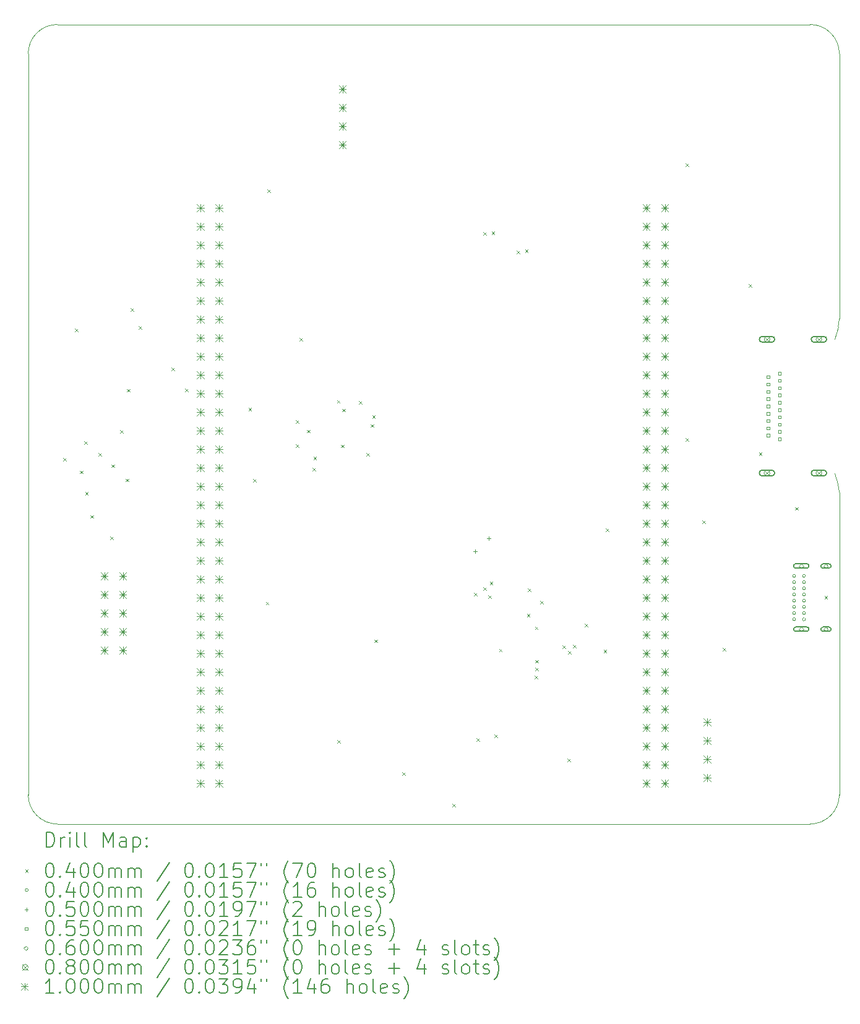
<source format=gbr>
%TF.GenerationSoftware,KiCad,Pcbnew,7.0.1-3b83917a11~172~ubuntu22.10.1*%
%TF.CreationDate,2023-03-30T21:17:25-07:00*%
%TF.ProjectId,expansionboardA,65787061-6e73-4696-9f6e-626f61726441,3*%
%TF.SameCoordinates,Original*%
%TF.FileFunction,Drillmap*%
%TF.FilePolarity,Positive*%
%FSLAX45Y45*%
G04 Gerber Fmt 4.5, Leading zero omitted, Abs format (unit mm)*
G04 Created by KiCad (PCBNEW 7.0.1-3b83917a11~172~ubuntu22.10.1) date 2023-03-30 21:17:25*
%MOMM*%
%LPD*%
G01*
G04 APERTURE LIST*
%ADD10C,0.010000*%
%ADD11C,0.200000*%
%ADD12C,0.040000*%
%ADD13C,0.050000*%
%ADD14C,0.055000*%
%ADD15C,0.060000*%
%ADD16C,0.080000*%
%ADD17C,0.100000*%
G04 APERTURE END LIST*
D10*
X13309599Y-8214711D02*
G75*
G03*
X13291236Y-8094903I-400019J2D01*
G01*
X2609800Y-12750800D02*
X12909600Y-12750800D01*
X13309600Y-2210000D02*
G75*
G03*
X12909600Y-1810000I-400000J0D01*
G01*
X13309600Y-12350800D02*
X13309600Y-8214711D01*
X2209800Y-12350800D02*
G75*
G03*
X2609800Y-12750800I400000J0D01*
G01*
X2609800Y-1810000D02*
G75*
G03*
X2209800Y-2210000I0J-400000D01*
G01*
X13294218Y-5946654D02*
G75*
G03*
X13309600Y-5836792I-384658J109864D01*
G01*
X12909600Y-12750800D02*
G75*
G03*
X13309600Y-12350800I0J400000D01*
G01*
X12909600Y-1810000D02*
X2609800Y-1810000D01*
X2209800Y-2210000D02*
X2209800Y-12350800D01*
X13309600Y-5836792D02*
X13309600Y-2210000D01*
X13245200Y-6118260D02*
X13294217Y-5946654D01*
X13291236Y-8094903D02*
X13245200Y-7948260D01*
D11*
D12*
X2690180Y-7742240D02*
X2730180Y-7782240D01*
X2730180Y-7742240D02*
X2690180Y-7782240D01*
X2850200Y-5974400D02*
X2890200Y-6014400D01*
X2890200Y-5974400D02*
X2850200Y-6014400D01*
X2918780Y-7914960D02*
X2958780Y-7954960D01*
X2958780Y-7914960D02*
X2918780Y-7954960D01*
X2974660Y-7511100D02*
X3014660Y-7551100D01*
X3014660Y-7511100D02*
X2974660Y-7551100D01*
X2989900Y-8207060D02*
X3029900Y-8247060D01*
X3029900Y-8207060D02*
X2989900Y-8247060D01*
X3059810Y-8524560D02*
X3099810Y-8564560D01*
X3099810Y-8524560D02*
X3059810Y-8564560D01*
X3171374Y-7676200D02*
X3211374Y-7716200D01*
X3211374Y-7676200D02*
X3171374Y-7716200D01*
X3335340Y-8814120D02*
X3375340Y-8854120D01*
X3375340Y-8814120D02*
X3335340Y-8854120D01*
X3350580Y-7831140D02*
X3390580Y-7871140D01*
X3390580Y-7831140D02*
X3350580Y-7871140D01*
X3469960Y-7363780D02*
X3509960Y-7403780D01*
X3509960Y-7363780D02*
X3469960Y-7403780D01*
X3541250Y-8024745D02*
X3581250Y-8064745D01*
X3581250Y-8024745D02*
X3541250Y-8064745D01*
X3561400Y-6797360D02*
X3601400Y-6837360D01*
X3601400Y-6797360D02*
X3561400Y-6837360D01*
X3612200Y-5695000D02*
X3652200Y-5735000D01*
X3652200Y-5695000D02*
X3612200Y-5735000D01*
X3723960Y-5941380D02*
X3763960Y-5981380D01*
X3763960Y-5941380D02*
X3723960Y-5981380D01*
X4173540Y-6507800D02*
X4213540Y-6547800D01*
X4213540Y-6507800D02*
X4173540Y-6547800D01*
X4356420Y-6794820D02*
X4396420Y-6834820D01*
X4396420Y-6794820D02*
X4356420Y-6834820D01*
X5225100Y-7053900D02*
X5265100Y-7093900D01*
X5265100Y-7053900D02*
X5225100Y-7093900D01*
X5288600Y-8031800D02*
X5328600Y-8071800D01*
X5328600Y-8031800D02*
X5288600Y-8071800D01*
X5461320Y-9710740D02*
X5501320Y-9750740D01*
X5501320Y-9710740D02*
X5461320Y-9750740D01*
X5484180Y-4069400D02*
X5524180Y-4109400D01*
X5524180Y-4069400D02*
X5484180Y-4109400D01*
X5870260Y-7224080D02*
X5910260Y-7264080D01*
X5910260Y-7224080D02*
X5870260Y-7264080D01*
X5870260Y-7556820D02*
X5910260Y-7596820D01*
X5910260Y-7556820D02*
X5870260Y-7596820D01*
X5923600Y-6101400D02*
X5963600Y-6141400D01*
X5963600Y-6101400D02*
X5923600Y-6141400D01*
X6022660Y-7356160D02*
X6062660Y-7396160D01*
X6062660Y-7356160D02*
X6022660Y-7396160D01*
X6098619Y-7876619D02*
X6138619Y-7916619D01*
X6138619Y-7876619D02*
X6098619Y-7916619D01*
X6114100Y-7722500D02*
X6154100Y-7762500D01*
X6154100Y-7722500D02*
X6114100Y-7762500D01*
X6435350Y-6951012D02*
X6475350Y-6991012D01*
X6475350Y-6951012D02*
X6435350Y-6991012D01*
X6441760Y-11605580D02*
X6481760Y-11645580D01*
X6481760Y-11605580D02*
X6441760Y-11645580D01*
X6487480Y-7559360D02*
X6527480Y-7599360D01*
X6527480Y-7559360D02*
X6487480Y-7599360D01*
X6507800Y-7069140D02*
X6547800Y-7109140D01*
X6547800Y-7069140D02*
X6507800Y-7109140D01*
X6736400Y-6965000D02*
X6776400Y-7005000D01*
X6776400Y-6965000D02*
X6736400Y-7005000D01*
X6838000Y-7676200D02*
X6878000Y-7716200D01*
X6878000Y-7676200D02*
X6838000Y-7716200D01*
X6897455Y-7280995D02*
X6937455Y-7320995D01*
X6937455Y-7280995D02*
X6897455Y-7320995D01*
X6917950Y-7158040D02*
X6957950Y-7198040D01*
X6957950Y-7158040D02*
X6917950Y-7198040D01*
X6944680Y-10226360D02*
X6984680Y-10266360D01*
X6984680Y-10226360D02*
X6944680Y-10266360D01*
X7330760Y-12045000D02*
X7370760Y-12085000D01*
X7370760Y-12045000D02*
X7330760Y-12085000D01*
X8016560Y-12476800D02*
X8056560Y-12516800D01*
X8056560Y-12476800D02*
X8016560Y-12516800D01*
X8312040Y-9587980D02*
X8352040Y-9627980D01*
X8352040Y-9587980D02*
X8312040Y-9627980D01*
X8344220Y-11577640D02*
X8384220Y-11617640D01*
X8384220Y-11577640D02*
X8344220Y-11617640D01*
X8438630Y-9509650D02*
X8478630Y-9549650D01*
X8478630Y-9509650D02*
X8438630Y-9549650D01*
X8438917Y-4652883D02*
X8478917Y-4692883D01*
X8478917Y-4652883D02*
X8438917Y-4692883D01*
X8506780Y-9624380D02*
X8546780Y-9664380D01*
X8546780Y-9624380D02*
X8506780Y-9664380D01*
X8527100Y-9437200D02*
X8567100Y-9477200D01*
X8567100Y-9437200D02*
X8527100Y-9477200D01*
X8552930Y-4641330D02*
X8592930Y-4681330D01*
X8592930Y-4641330D02*
X8552930Y-4681330D01*
X8588060Y-11529380D02*
X8628060Y-11569380D01*
X8628060Y-11529380D02*
X8588060Y-11569380D01*
X8654100Y-10353360D02*
X8694100Y-10393360D01*
X8694100Y-10353360D02*
X8654100Y-10393360D01*
X8893509Y-4903551D02*
X8933509Y-4943551D01*
X8933509Y-4903551D02*
X8893509Y-4943551D01*
X9009700Y-4889820D02*
X9049700Y-4929820D01*
X9049700Y-4889820D02*
X9009700Y-4929820D01*
X9034979Y-9873179D02*
X9074979Y-9913179D01*
X9074979Y-9873179D02*
X9034979Y-9913179D01*
X9045260Y-9530400D02*
X9085260Y-9570400D01*
X9085260Y-9530400D02*
X9045260Y-9570400D01*
X9140650Y-10720530D02*
X9180650Y-10760530D01*
X9180650Y-10720530D02*
X9140650Y-10760530D01*
X9144320Y-10048560D02*
X9184320Y-10088560D01*
X9184320Y-10048560D02*
X9144320Y-10088560D01*
X9148400Y-10610249D02*
X9188400Y-10650249D01*
X9188400Y-10610249D02*
X9148400Y-10650249D01*
X9149400Y-10505760D02*
X9189400Y-10545760D01*
X9189400Y-10505760D02*
X9149400Y-10545760D01*
X9215440Y-9700580D02*
X9255440Y-9740580D01*
X9255440Y-9700580D02*
X9215440Y-9740580D01*
X9522780Y-10310180D02*
X9562780Y-10350180D01*
X9562780Y-10310180D02*
X9522780Y-10350180D01*
X9591360Y-11859580D02*
X9631360Y-11899580D01*
X9631360Y-11859580D02*
X9591360Y-11899580D01*
X9595230Y-10386068D02*
X9635230Y-10426068D01*
X9635230Y-10386068D02*
X9595230Y-10426068D01*
X9667730Y-10297480D02*
X9707730Y-10337480D01*
X9707730Y-10297480D02*
X9667730Y-10337480D01*
X9827580Y-10007920D02*
X9867580Y-10047920D01*
X9867580Y-10007920D02*
X9827580Y-10047920D01*
X10084120Y-10366060D02*
X10124120Y-10406060D01*
X10124120Y-10366060D02*
X10084120Y-10406060D01*
X10117140Y-8709980D02*
X10157140Y-8749980D01*
X10157140Y-8709980D02*
X10117140Y-8749980D01*
X11206800Y-3713800D02*
X11246800Y-3753800D01*
X11246800Y-3713800D02*
X11206800Y-3753800D01*
X11206800Y-7473000D02*
X11246800Y-7513000D01*
X11246800Y-7473000D02*
X11206800Y-7513000D01*
X11435400Y-8598220D02*
X11475400Y-8638220D01*
X11475400Y-8598220D02*
X11435400Y-8638220D01*
X11714800Y-10343200D02*
X11754800Y-10383200D01*
X11754800Y-10343200D02*
X11714800Y-10383200D01*
X12070400Y-5364800D02*
X12110400Y-5404800D01*
X12110400Y-5364800D02*
X12070400Y-5404800D01*
X12209000Y-7665000D02*
X12249000Y-7705000D01*
X12249000Y-7665000D02*
X12209000Y-7705000D01*
X12702860Y-8415340D02*
X12742860Y-8455340D01*
X12742860Y-8415340D02*
X12702860Y-8455340D01*
X13106720Y-9632700D02*
X13146720Y-9672700D01*
X13146720Y-9632700D02*
X13106720Y-9672700D01*
X12710720Y-9355200D02*
G75*
G03*
X12710720Y-9355200I-20000J0D01*
G01*
X12710720Y-9440200D02*
G75*
G03*
X12710720Y-9440200I-20000J0D01*
G01*
X12710720Y-9525200D02*
G75*
G03*
X12710720Y-9525200I-20000J0D01*
G01*
X12710720Y-9610200D02*
G75*
G03*
X12710720Y-9610200I-20000J0D01*
G01*
X12710720Y-9695200D02*
G75*
G03*
X12710720Y-9695200I-20000J0D01*
G01*
X12710720Y-9780200D02*
G75*
G03*
X12710720Y-9780200I-20000J0D01*
G01*
X12710720Y-9865200D02*
G75*
G03*
X12710720Y-9865200I-20000J0D01*
G01*
X12710720Y-9950200D02*
G75*
G03*
X12710720Y-9950200I-20000J0D01*
G01*
X12845720Y-9355200D02*
G75*
G03*
X12845720Y-9355200I-20000J0D01*
G01*
X12845720Y-9440200D02*
G75*
G03*
X12845720Y-9440200I-20000J0D01*
G01*
X12845720Y-9525200D02*
G75*
G03*
X12845720Y-9525200I-20000J0D01*
G01*
X12845720Y-9610200D02*
G75*
G03*
X12845720Y-9610200I-20000J0D01*
G01*
X12845720Y-9695200D02*
G75*
G03*
X12845720Y-9695200I-20000J0D01*
G01*
X12845720Y-9780200D02*
G75*
G03*
X12845720Y-9780200I-20000J0D01*
G01*
X12845720Y-9865200D02*
G75*
G03*
X12845720Y-9865200I-20000J0D01*
G01*
X12845720Y-9950200D02*
G75*
G03*
X12845720Y-9950200I-20000J0D01*
G01*
D13*
X8329395Y-8993805D02*
X8329395Y-9043805D01*
X8304395Y-9018805D02*
X8354395Y-9018805D01*
X8509000Y-8814200D02*
X8509000Y-8864200D01*
X8484000Y-8839200D02*
X8534000Y-8839200D01*
D14*
X12356646Y-6652706D02*
X12356646Y-6613814D01*
X12317754Y-6613814D01*
X12317754Y-6652706D01*
X12356646Y-6652706D01*
X12356646Y-6752706D02*
X12356646Y-6713814D01*
X12317754Y-6713814D01*
X12317754Y-6752706D01*
X12356646Y-6752706D01*
X12356646Y-6852706D02*
X12356646Y-6813814D01*
X12317754Y-6813814D01*
X12317754Y-6852706D01*
X12356646Y-6852706D01*
X12356646Y-6952706D02*
X12356646Y-6913814D01*
X12317754Y-6913814D01*
X12317754Y-6952706D01*
X12356646Y-6952706D01*
X12356646Y-7052706D02*
X12356646Y-7013814D01*
X12317754Y-7013814D01*
X12317754Y-7052706D01*
X12356646Y-7052706D01*
X12356646Y-7152706D02*
X12356646Y-7113814D01*
X12317754Y-7113814D01*
X12317754Y-7152706D01*
X12356646Y-7152706D01*
X12356646Y-7252706D02*
X12356646Y-7213814D01*
X12317754Y-7213814D01*
X12317754Y-7252706D01*
X12356646Y-7252706D01*
X12356646Y-7352706D02*
X12356646Y-7313814D01*
X12317754Y-7313814D01*
X12317754Y-7352706D01*
X12356646Y-7352706D01*
X12356646Y-7452706D02*
X12356646Y-7413814D01*
X12317754Y-7413814D01*
X12317754Y-7452706D01*
X12356646Y-7452706D01*
X12511646Y-6602706D02*
X12511646Y-6563814D01*
X12472754Y-6563814D01*
X12472754Y-6602706D01*
X12511646Y-6602706D01*
X12511646Y-6702706D02*
X12511646Y-6663814D01*
X12472754Y-6663814D01*
X12472754Y-6702706D01*
X12511646Y-6702706D01*
X12511646Y-6802706D02*
X12511646Y-6763814D01*
X12472754Y-6763814D01*
X12472754Y-6802706D01*
X12511646Y-6802706D01*
X12511646Y-6902706D02*
X12511646Y-6863814D01*
X12472754Y-6863814D01*
X12472754Y-6902706D01*
X12511646Y-6902706D01*
X12511646Y-7002706D02*
X12511646Y-6963814D01*
X12472754Y-6963814D01*
X12472754Y-7002706D01*
X12511646Y-7002706D01*
X12511646Y-7102706D02*
X12511646Y-7063814D01*
X12472754Y-7063814D01*
X12472754Y-7102706D01*
X12511646Y-7102706D01*
X12511646Y-7202706D02*
X12511646Y-7163814D01*
X12472754Y-7163814D01*
X12472754Y-7202706D01*
X12511646Y-7202706D01*
X12511646Y-7302706D02*
X12511646Y-7263814D01*
X12472754Y-7263814D01*
X12472754Y-7302706D01*
X12511646Y-7302706D01*
X12511646Y-7402706D02*
X12511646Y-7363814D01*
X12472754Y-7363814D01*
X12472754Y-7402706D01*
X12511646Y-7402706D01*
X12511646Y-7502706D02*
X12511646Y-7463814D01*
X12472754Y-7463814D01*
X12472754Y-7502706D01*
X12511646Y-7502706D01*
D15*
X12788720Y-9250200D02*
X12818720Y-9220200D01*
X12788720Y-9190200D01*
X12758720Y-9220200D01*
X12788720Y-9250200D01*
D11*
X12863720Y-9190200D02*
X12713720Y-9190200D01*
X12713720Y-9190200D02*
G75*
G03*
X12713720Y-9250200I0J-30000D01*
G01*
X12713720Y-9250200D02*
X12863720Y-9250200D01*
X12863720Y-9250200D02*
G75*
G03*
X12863720Y-9190200I0J30000D01*
G01*
D15*
X12788720Y-10115200D02*
X12818720Y-10085200D01*
X12788720Y-10055200D01*
X12758720Y-10085200D01*
X12788720Y-10115200D01*
D11*
X12863720Y-10055200D02*
X12713720Y-10055200D01*
X12713720Y-10055200D02*
G75*
G03*
X12713720Y-10115200I0J-30000D01*
G01*
X12713720Y-10115200D02*
X12863720Y-10115200D01*
X12863720Y-10115200D02*
G75*
G03*
X12863720Y-10055200I0J30000D01*
G01*
D15*
X13126720Y-9250200D02*
X13156720Y-9220200D01*
X13126720Y-9190200D01*
X13096720Y-9220200D01*
X13126720Y-9250200D01*
D11*
X13166720Y-9190200D02*
X13086720Y-9190200D01*
X13086720Y-9190200D02*
G75*
G03*
X13086720Y-9250200I0J-30000D01*
G01*
X13086720Y-9250200D02*
X13166720Y-9250200D01*
X13166720Y-9250200D02*
G75*
G03*
X13166720Y-9190200I0J30000D01*
G01*
D15*
X13126720Y-10115200D02*
X13156720Y-10085200D01*
X13126720Y-10055200D01*
X13096720Y-10085200D01*
X13126720Y-10115200D01*
D11*
X13166720Y-10055200D02*
X13086720Y-10055200D01*
X13086720Y-10055200D02*
G75*
G03*
X13086720Y-10115200I0J-30000D01*
G01*
X13086720Y-10115200D02*
X13166720Y-10115200D01*
X13166720Y-10115200D02*
G75*
G03*
X13166720Y-10055200I0J30000D01*
G01*
D16*
X12280200Y-6078260D02*
X12360200Y-6158260D01*
X12360200Y-6078260D02*
X12280200Y-6158260D01*
X12360200Y-6118260D02*
G75*
G03*
X12360200Y-6118260I-40000J0D01*
G01*
D11*
X12385200Y-6078260D02*
X12255200Y-6078260D01*
X12255200Y-6078260D02*
G75*
G03*
X12255200Y-6158260I0J-40000D01*
G01*
X12255200Y-6158260D02*
X12385200Y-6158260D01*
X12385200Y-6158260D02*
G75*
G03*
X12385200Y-6078260I0J40000D01*
G01*
D16*
X12280200Y-7908260D02*
X12360200Y-7988260D01*
X12360200Y-7908260D02*
X12280200Y-7988260D01*
X12360200Y-7948260D02*
G75*
G03*
X12360200Y-7948260I-40000J0D01*
G01*
D11*
X12385200Y-7908260D02*
X12255200Y-7908260D01*
X12255200Y-7908260D02*
G75*
G03*
X12255200Y-7988260I0J-40000D01*
G01*
X12255200Y-7988260D02*
X12385200Y-7988260D01*
X12385200Y-7988260D02*
G75*
G03*
X12385200Y-7908260I0J40000D01*
G01*
D16*
X12990200Y-6078260D02*
X13070200Y-6158260D01*
X13070200Y-6078260D02*
X12990200Y-6158260D01*
X13070200Y-6118260D02*
G75*
G03*
X13070200Y-6118260I-40000J0D01*
G01*
D11*
X13095200Y-6078260D02*
X12965200Y-6078260D01*
X12965200Y-6078260D02*
G75*
G03*
X12965200Y-6158260I0J-40000D01*
G01*
X12965200Y-6158260D02*
X13095200Y-6158260D01*
X13095200Y-6158260D02*
G75*
G03*
X13095200Y-6078260I0J40000D01*
G01*
D16*
X12990200Y-7908260D02*
X13070200Y-7988260D01*
X13070200Y-7908260D02*
X12990200Y-7988260D01*
X13070200Y-7948260D02*
G75*
G03*
X13070200Y-7948260I-40000J0D01*
G01*
D11*
X13095200Y-7908260D02*
X12965200Y-7908260D01*
X12965200Y-7908260D02*
G75*
G03*
X12965200Y-7988260I0J-40000D01*
G01*
X12965200Y-7988260D02*
X13095200Y-7988260D01*
X13095200Y-7988260D02*
G75*
G03*
X13095200Y-7908260I0J40000D01*
G01*
D17*
X3201200Y-9306600D02*
X3301200Y-9406600D01*
X3301200Y-9306600D02*
X3201200Y-9406600D01*
X3251200Y-9306600D02*
X3251200Y-9406600D01*
X3201200Y-9356600D02*
X3301200Y-9356600D01*
X3201200Y-9560600D02*
X3301200Y-9660600D01*
X3301200Y-9560600D02*
X3201200Y-9660600D01*
X3251200Y-9560600D02*
X3251200Y-9660600D01*
X3201200Y-9610600D02*
X3301200Y-9610600D01*
X3201200Y-9814600D02*
X3301200Y-9914600D01*
X3301200Y-9814600D02*
X3201200Y-9914600D01*
X3251200Y-9814600D02*
X3251200Y-9914600D01*
X3201200Y-9864600D02*
X3301200Y-9864600D01*
X3201200Y-10068600D02*
X3301200Y-10168600D01*
X3301200Y-10068600D02*
X3201200Y-10168600D01*
X3251200Y-10068600D02*
X3251200Y-10168600D01*
X3201200Y-10118600D02*
X3301200Y-10118600D01*
X3201200Y-10322600D02*
X3301200Y-10422600D01*
X3301200Y-10322600D02*
X3201200Y-10422600D01*
X3251200Y-10322600D02*
X3251200Y-10422600D01*
X3201200Y-10372600D02*
X3301200Y-10372600D01*
X3455200Y-9306600D02*
X3555200Y-9406600D01*
X3555200Y-9306600D02*
X3455200Y-9406600D01*
X3505200Y-9306600D02*
X3505200Y-9406600D01*
X3455200Y-9356600D02*
X3555200Y-9356600D01*
X3455200Y-9560600D02*
X3555200Y-9660600D01*
X3555200Y-9560600D02*
X3455200Y-9660600D01*
X3505200Y-9560600D02*
X3505200Y-9660600D01*
X3455200Y-9610600D02*
X3555200Y-9610600D01*
X3455200Y-9814600D02*
X3555200Y-9914600D01*
X3555200Y-9814600D02*
X3455200Y-9914600D01*
X3505200Y-9814600D02*
X3505200Y-9914600D01*
X3455200Y-9864600D02*
X3555200Y-9864600D01*
X3455200Y-10068600D02*
X3555200Y-10168600D01*
X3555200Y-10068600D02*
X3455200Y-10168600D01*
X3505200Y-10068600D02*
X3505200Y-10168600D01*
X3455200Y-10118600D02*
X3555200Y-10118600D01*
X3455200Y-10322600D02*
X3555200Y-10422600D01*
X3555200Y-10322600D02*
X3455200Y-10422600D01*
X3505200Y-10322600D02*
X3505200Y-10422600D01*
X3455200Y-10372600D02*
X3555200Y-10372600D01*
X4518000Y-4268000D02*
X4618000Y-4368000D01*
X4618000Y-4268000D02*
X4518000Y-4368000D01*
X4568000Y-4268000D02*
X4568000Y-4368000D01*
X4518000Y-4318000D02*
X4618000Y-4318000D01*
X4518000Y-4522000D02*
X4618000Y-4622000D01*
X4618000Y-4522000D02*
X4518000Y-4622000D01*
X4568000Y-4522000D02*
X4568000Y-4622000D01*
X4518000Y-4572000D02*
X4618000Y-4572000D01*
X4518000Y-4776000D02*
X4618000Y-4876000D01*
X4618000Y-4776000D02*
X4518000Y-4876000D01*
X4568000Y-4776000D02*
X4568000Y-4876000D01*
X4518000Y-4826000D02*
X4618000Y-4826000D01*
X4518000Y-5030000D02*
X4618000Y-5130000D01*
X4618000Y-5030000D02*
X4518000Y-5130000D01*
X4568000Y-5030000D02*
X4568000Y-5130000D01*
X4518000Y-5080000D02*
X4618000Y-5080000D01*
X4518000Y-5284000D02*
X4618000Y-5384000D01*
X4618000Y-5284000D02*
X4518000Y-5384000D01*
X4568000Y-5284000D02*
X4568000Y-5384000D01*
X4518000Y-5334000D02*
X4618000Y-5334000D01*
X4518000Y-5538000D02*
X4618000Y-5638000D01*
X4618000Y-5538000D02*
X4518000Y-5638000D01*
X4568000Y-5538000D02*
X4568000Y-5638000D01*
X4518000Y-5588000D02*
X4618000Y-5588000D01*
X4518000Y-5792000D02*
X4618000Y-5892000D01*
X4618000Y-5792000D02*
X4518000Y-5892000D01*
X4568000Y-5792000D02*
X4568000Y-5892000D01*
X4518000Y-5842000D02*
X4618000Y-5842000D01*
X4518000Y-6046000D02*
X4618000Y-6146000D01*
X4618000Y-6046000D02*
X4518000Y-6146000D01*
X4568000Y-6046000D02*
X4568000Y-6146000D01*
X4518000Y-6096000D02*
X4618000Y-6096000D01*
X4518000Y-6300000D02*
X4618000Y-6400000D01*
X4618000Y-6300000D02*
X4518000Y-6400000D01*
X4568000Y-6300000D02*
X4568000Y-6400000D01*
X4518000Y-6350000D02*
X4618000Y-6350000D01*
X4518000Y-6554000D02*
X4618000Y-6654000D01*
X4618000Y-6554000D02*
X4518000Y-6654000D01*
X4568000Y-6554000D02*
X4568000Y-6654000D01*
X4518000Y-6604000D02*
X4618000Y-6604000D01*
X4518000Y-6808000D02*
X4618000Y-6908000D01*
X4618000Y-6808000D02*
X4518000Y-6908000D01*
X4568000Y-6808000D02*
X4568000Y-6908000D01*
X4518000Y-6858000D02*
X4618000Y-6858000D01*
X4518000Y-7062000D02*
X4618000Y-7162000D01*
X4618000Y-7062000D02*
X4518000Y-7162000D01*
X4568000Y-7062000D02*
X4568000Y-7162000D01*
X4518000Y-7112000D02*
X4618000Y-7112000D01*
X4518000Y-7316000D02*
X4618000Y-7416000D01*
X4618000Y-7316000D02*
X4518000Y-7416000D01*
X4568000Y-7316000D02*
X4568000Y-7416000D01*
X4518000Y-7366000D02*
X4618000Y-7366000D01*
X4518000Y-7570000D02*
X4618000Y-7670000D01*
X4618000Y-7570000D02*
X4518000Y-7670000D01*
X4568000Y-7570000D02*
X4568000Y-7670000D01*
X4518000Y-7620000D02*
X4618000Y-7620000D01*
X4518000Y-7824000D02*
X4618000Y-7924000D01*
X4618000Y-7824000D02*
X4518000Y-7924000D01*
X4568000Y-7824000D02*
X4568000Y-7924000D01*
X4518000Y-7874000D02*
X4618000Y-7874000D01*
X4518000Y-8078000D02*
X4618000Y-8178000D01*
X4618000Y-8078000D02*
X4518000Y-8178000D01*
X4568000Y-8078000D02*
X4568000Y-8178000D01*
X4518000Y-8128000D02*
X4618000Y-8128000D01*
X4518000Y-8332000D02*
X4618000Y-8432000D01*
X4618000Y-8332000D02*
X4518000Y-8432000D01*
X4568000Y-8332000D02*
X4568000Y-8432000D01*
X4518000Y-8382000D02*
X4618000Y-8382000D01*
X4518000Y-8586000D02*
X4618000Y-8686000D01*
X4618000Y-8586000D02*
X4518000Y-8686000D01*
X4568000Y-8586000D02*
X4568000Y-8686000D01*
X4518000Y-8636000D02*
X4618000Y-8636000D01*
X4518000Y-8840000D02*
X4618000Y-8940000D01*
X4618000Y-8840000D02*
X4518000Y-8940000D01*
X4568000Y-8840000D02*
X4568000Y-8940000D01*
X4518000Y-8890000D02*
X4618000Y-8890000D01*
X4518000Y-9094000D02*
X4618000Y-9194000D01*
X4618000Y-9094000D02*
X4518000Y-9194000D01*
X4568000Y-9094000D02*
X4568000Y-9194000D01*
X4518000Y-9144000D02*
X4618000Y-9144000D01*
X4518000Y-9348000D02*
X4618000Y-9448000D01*
X4618000Y-9348000D02*
X4518000Y-9448000D01*
X4568000Y-9348000D02*
X4568000Y-9448000D01*
X4518000Y-9398000D02*
X4618000Y-9398000D01*
X4518000Y-9602000D02*
X4618000Y-9702000D01*
X4618000Y-9602000D02*
X4518000Y-9702000D01*
X4568000Y-9602000D02*
X4568000Y-9702000D01*
X4518000Y-9652000D02*
X4618000Y-9652000D01*
X4518000Y-9856000D02*
X4618000Y-9956000D01*
X4618000Y-9856000D02*
X4518000Y-9956000D01*
X4568000Y-9856000D02*
X4568000Y-9956000D01*
X4518000Y-9906000D02*
X4618000Y-9906000D01*
X4518000Y-10110000D02*
X4618000Y-10210000D01*
X4618000Y-10110000D02*
X4518000Y-10210000D01*
X4568000Y-10110000D02*
X4568000Y-10210000D01*
X4518000Y-10160000D02*
X4618000Y-10160000D01*
X4518000Y-10364000D02*
X4618000Y-10464000D01*
X4618000Y-10364000D02*
X4518000Y-10464000D01*
X4568000Y-10364000D02*
X4568000Y-10464000D01*
X4518000Y-10414000D02*
X4618000Y-10414000D01*
X4518000Y-10618000D02*
X4618000Y-10718000D01*
X4618000Y-10618000D02*
X4518000Y-10718000D01*
X4568000Y-10618000D02*
X4568000Y-10718000D01*
X4518000Y-10668000D02*
X4618000Y-10668000D01*
X4518000Y-10872000D02*
X4618000Y-10972000D01*
X4618000Y-10872000D02*
X4518000Y-10972000D01*
X4568000Y-10872000D02*
X4568000Y-10972000D01*
X4518000Y-10922000D02*
X4618000Y-10922000D01*
X4518000Y-11126000D02*
X4618000Y-11226000D01*
X4618000Y-11126000D02*
X4518000Y-11226000D01*
X4568000Y-11126000D02*
X4568000Y-11226000D01*
X4518000Y-11176000D02*
X4618000Y-11176000D01*
X4518000Y-11380000D02*
X4618000Y-11480000D01*
X4618000Y-11380000D02*
X4518000Y-11480000D01*
X4568000Y-11380000D02*
X4568000Y-11480000D01*
X4518000Y-11430000D02*
X4618000Y-11430000D01*
X4518000Y-11634000D02*
X4618000Y-11734000D01*
X4618000Y-11634000D02*
X4518000Y-11734000D01*
X4568000Y-11634000D02*
X4568000Y-11734000D01*
X4518000Y-11684000D02*
X4618000Y-11684000D01*
X4518000Y-11888000D02*
X4618000Y-11988000D01*
X4618000Y-11888000D02*
X4518000Y-11988000D01*
X4568000Y-11888000D02*
X4568000Y-11988000D01*
X4518000Y-11938000D02*
X4618000Y-11938000D01*
X4518000Y-12142000D02*
X4618000Y-12242000D01*
X4618000Y-12142000D02*
X4518000Y-12242000D01*
X4568000Y-12142000D02*
X4568000Y-12242000D01*
X4518000Y-12192000D02*
X4618000Y-12192000D01*
X4772000Y-4268000D02*
X4872000Y-4368000D01*
X4872000Y-4268000D02*
X4772000Y-4368000D01*
X4822000Y-4268000D02*
X4822000Y-4368000D01*
X4772000Y-4318000D02*
X4872000Y-4318000D01*
X4772000Y-4522000D02*
X4872000Y-4622000D01*
X4872000Y-4522000D02*
X4772000Y-4622000D01*
X4822000Y-4522000D02*
X4822000Y-4622000D01*
X4772000Y-4572000D02*
X4872000Y-4572000D01*
X4772000Y-4776000D02*
X4872000Y-4876000D01*
X4872000Y-4776000D02*
X4772000Y-4876000D01*
X4822000Y-4776000D02*
X4822000Y-4876000D01*
X4772000Y-4826000D02*
X4872000Y-4826000D01*
X4772000Y-5030000D02*
X4872000Y-5130000D01*
X4872000Y-5030000D02*
X4772000Y-5130000D01*
X4822000Y-5030000D02*
X4822000Y-5130000D01*
X4772000Y-5080000D02*
X4872000Y-5080000D01*
X4772000Y-5284000D02*
X4872000Y-5384000D01*
X4872000Y-5284000D02*
X4772000Y-5384000D01*
X4822000Y-5284000D02*
X4822000Y-5384000D01*
X4772000Y-5334000D02*
X4872000Y-5334000D01*
X4772000Y-5538000D02*
X4872000Y-5638000D01*
X4872000Y-5538000D02*
X4772000Y-5638000D01*
X4822000Y-5538000D02*
X4822000Y-5638000D01*
X4772000Y-5588000D02*
X4872000Y-5588000D01*
X4772000Y-5792000D02*
X4872000Y-5892000D01*
X4872000Y-5792000D02*
X4772000Y-5892000D01*
X4822000Y-5792000D02*
X4822000Y-5892000D01*
X4772000Y-5842000D02*
X4872000Y-5842000D01*
X4772000Y-6046000D02*
X4872000Y-6146000D01*
X4872000Y-6046000D02*
X4772000Y-6146000D01*
X4822000Y-6046000D02*
X4822000Y-6146000D01*
X4772000Y-6096000D02*
X4872000Y-6096000D01*
X4772000Y-6300000D02*
X4872000Y-6400000D01*
X4872000Y-6300000D02*
X4772000Y-6400000D01*
X4822000Y-6300000D02*
X4822000Y-6400000D01*
X4772000Y-6350000D02*
X4872000Y-6350000D01*
X4772000Y-6554000D02*
X4872000Y-6654000D01*
X4872000Y-6554000D02*
X4772000Y-6654000D01*
X4822000Y-6554000D02*
X4822000Y-6654000D01*
X4772000Y-6604000D02*
X4872000Y-6604000D01*
X4772000Y-6808000D02*
X4872000Y-6908000D01*
X4872000Y-6808000D02*
X4772000Y-6908000D01*
X4822000Y-6808000D02*
X4822000Y-6908000D01*
X4772000Y-6858000D02*
X4872000Y-6858000D01*
X4772000Y-7062000D02*
X4872000Y-7162000D01*
X4872000Y-7062000D02*
X4772000Y-7162000D01*
X4822000Y-7062000D02*
X4822000Y-7162000D01*
X4772000Y-7112000D02*
X4872000Y-7112000D01*
X4772000Y-7316000D02*
X4872000Y-7416000D01*
X4872000Y-7316000D02*
X4772000Y-7416000D01*
X4822000Y-7316000D02*
X4822000Y-7416000D01*
X4772000Y-7366000D02*
X4872000Y-7366000D01*
X4772000Y-7570000D02*
X4872000Y-7670000D01*
X4872000Y-7570000D02*
X4772000Y-7670000D01*
X4822000Y-7570000D02*
X4822000Y-7670000D01*
X4772000Y-7620000D02*
X4872000Y-7620000D01*
X4772000Y-7824000D02*
X4872000Y-7924000D01*
X4872000Y-7824000D02*
X4772000Y-7924000D01*
X4822000Y-7824000D02*
X4822000Y-7924000D01*
X4772000Y-7874000D02*
X4872000Y-7874000D01*
X4772000Y-8078000D02*
X4872000Y-8178000D01*
X4872000Y-8078000D02*
X4772000Y-8178000D01*
X4822000Y-8078000D02*
X4822000Y-8178000D01*
X4772000Y-8128000D02*
X4872000Y-8128000D01*
X4772000Y-8332000D02*
X4872000Y-8432000D01*
X4872000Y-8332000D02*
X4772000Y-8432000D01*
X4822000Y-8332000D02*
X4822000Y-8432000D01*
X4772000Y-8382000D02*
X4872000Y-8382000D01*
X4772000Y-8586000D02*
X4872000Y-8686000D01*
X4872000Y-8586000D02*
X4772000Y-8686000D01*
X4822000Y-8586000D02*
X4822000Y-8686000D01*
X4772000Y-8636000D02*
X4872000Y-8636000D01*
X4772000Y-8840000D02*
X4872000Y-8940000D01*
X4872000Y-8840000D02*
X4772000Y-8940000D01*
X4822000Y-8840000D02*
X4822000Y-8940000D01*
X4772000Y-8890000D02*
X4872000Y-8890000D01*
X4772000Y-9094000D02*
X4872000Y-9194000D01*
X4872000Y-9094000D02*
X4772000Y-9194000D01*
X4822000Y-9094000D02*
X4822000Y-9194000D01*
X4772000Y-9144000D02*
X4872000Y-9144000D01*
X4772000Y-9348000D02*
X4872000Y-9448000D01*
X4872000Y-9348000D02*
X4772000Y-9448000D01*
X4822000Y-9348000D02*
X4822000Y-9448000D01*
X4772000Y-9398000D02*
X4872000Y-9398000D01*
X4772000Y-9602000D02*
X4872000Y-9702000D01*
X4872000Y-9602000D02*
X4772000Y-9702000D01*
X4822000Y-9602000D02*
X4822000Y-9702000D01*
X4772000Y-9652000D02*
X4872000Y-9652000D01*
X4772000Y-9856000D02*
X4872000Y-9956000D01*
X4872000Y-9856000D02*
X4772000Y-9956000D01*
X4822000Y-9856000D02*
X4822000Y-9956000D01*
X4772000Y-9906000D02*
X4872000Y-9906000D01*
X4772000Y-10110000D02*
X4872000Y-10210000D01*
X4872000Y-10110000D02*
X4772000Y-10210000D01*
X4822000Y-10110000D02*
X4822000Y-10210000D01*
X4772000Y-10160000D02*
X4872000Y-10160000D01*
X4772000Y-10364000D02*
X4872000Y-10464000D01*
X4872000Y-10364000D02*
X4772000Y-10464000D01*
X4822000Y-10364000D02*
X4822000Y-10464000D01*
X4772000Y-10414000D02*
X4872000Y-10414000D01*
X4772000Y-10618000D02*
X4872000Y-10718000D01*
X4872000Y-10618000D02*
X4772000Y-10718000D01*
X4822000Y-10618000D02*
X4822000Y-10718000D01*
X4772000Y-10668000D02*
X4872000Y-10668000D01*
X4772000Y-10872000D02*
X4872000Y-10972000D01*
X4872000Y-10872000D02*
X4772000Y-10972000D01*
X4822000Y-10872000D02*
X4822000Y-10972000D01*
X4772000Y-10922000D02*
X4872000Y-10922000D01*
X4772000Y-11126000D02*
X4872000Y-11226000D01*
X4872000Y-11126000D02*
X4772000Y-11226000D01*
X4822000Y-11126000D02*
X4822000Y-11226000D01*
X4772000Y-11176000D02*
X4872000Y-11176000D01*
X4772000Y-11380000D02*
X4872000Y-11480000D01*
X4872000Y-11380000D02*
X4772000Y-11480000D01*
X4822000Y-11380000D02*
X4822000Y-11480000D01*
X4772000Y-11430000D02*
X4872000Y-11430000D01*
X4772000Y-11634000D02*
X4872000Y-11734000D01*
X4872000Y-11634000D02*
X4772000Y-11734000D01*
X4822000Y-11634000D02*
X4822000Y-11734000D01*
X4772000Y-11684000D02*
X4872000Y-11684000D01*
X4772000Y-11888000D02*
X4872000Y-11988000D01*
X4872000Y-11888000D02*
X4772000Y-11988000D01*
X4822000Y-11888000D02*
X4822000Y-11988000D01*
X4772000Y-11938000D02*
X4872000Y-11938000D01*
X4772000Y-12142000D02*
X4872000Y-12242000D01*
X4872000Y-12142000D02*
X4772000Y-12242000D01*
X4822000Y-12142000D02*
X4822000Y-12242000D01*
X4772000Y-12192000D02*
X4872000Y-12192000D01*
X6460600Y-2642400D02*
X6560600Y-2742400D01*
X6560600Y-2642400D02*
X6460600Y-2742400D01*
X6510600Y-2642400D02*
X6510600Y-2742400D01*
X6460600Y-2692400D02*
X6560600Y-2692400D01*
X6460600Y-2896400D02*
X6560600Y-2996400D01*
X6560600Y-2896400D02*
X6460600Y-2996400D01*
X6510600Y-2896400D02*
X6510600Y-2996400D01*
X6460600Y-2946400D02*
X6560600Y-2946400D01*
X6460600Y-3150400D02*
X6560600Y-3250400D01*
X6560600Y-3150400D02*
X6460600Y-3250400D01*
X6510600Y-3150400D02*
X6510600Y-3250400D01*
X6460600Y-3200400D02*
X6560600Y-3200400D01*
X6460600Y-3404400D02*
X6560600Y-3504400D01*
X6560600Y-3404400D02*
X6460600Y-3504400D01*
X6510600Y-3404400D02*
X6510600Y-3504400D01*
X6460600Y-3454400D02*
X6560600Y-3454400D01*
X10618000Y-4268000D02*
X10718000Y-4368000D01*
X10718000Y-4268000D02*
X10618000Y-4368000D01*
X10668000Y-4268000D02*
X10668000Y-4368000D01*
X10618000Y-4318000D02*
X10718000Y-4318000D01*
X10618000Y-4522000D02*
X10718000Y-4622000D01*
X10718000Y-4522000D02*
X10618000Y-4622000D01*
X10668000Y-4522000D02*
X10668000Y-4622000D01*
X10618000Y-4572000D02*
X10718000Y-4572000D01*
X10618000Y-4776000D02*
X10718000Y-4876000D01*
X10718000Y-4776000D02*
X10618000Y-4876000D01*
X10668000Y-4776000D02*
X10668000Y-4876000D01*
X10618000Y-4826000D02*
X10718000Y-4826000D01*
X10618000Y-5030000D02*
X10718000Y-5130000D01*
X10718000Y-5030000D02*
X10618000Y-5130000D01*
X10668000Y-5030000D02*
X10668000Y-5130000D01*
X10618000Y-5080000D02*
X10718000Y-5080000D01*
X10618000Y-5284000D02*
X10718000Y-5384000D01*
X10718000Y-5284000D02*
X10618000Y-5384000D01*
X10668000Y-5284000D02*
X10668000Y-5384000D01*
X10618000Y-5334000D02*
X10718000Y-5334000D01*
X10618000Y-5538000D02*
X10718000Y-5638000D01*
X10718000Y-5538000D02*
X10618000Y-5638000D01*
X10668000Y-5538000D02*
X10668000Y-5638000D01*
X10618000Y-5588000D02*
X10718000Y-5588000D01*
X10618000Y-5792000D02*
X10718000Y-5892000D01*
X10718000Y-5792000D02*
X10618000Y-5892000D01*
X10668000Y-5792000D02*
X10668000Y-5892000D01*
X10618000Y-5842000D02*
X10718000Y-5842000D01*
X10618000Y-6046000D02*
X10718000Y-6146000D01*
X10718000Y-6046000D02*
X10618000Y-6146000D01*
X10668000Y-6046000D02*
X10668000Y-6146000D01*
X10618000Y-6096000D02*
X10718000Y-6096000D01*
X10618000Y-6300000D02*
X10718000Y-6400000D01*
X10718000Y-6300000D02*
X10618000Y-6400000D01*
X10668000Y-6300000D02*
X10668000Y-6400000D01*
X10618000Y-6350000D02*
X10718000Y-6350000D01*
X10618000Y-6554000D02*
X10718000Y-6654000D01*
X10718000Y-6554000D02*
X10618000Y-6654000D01*
X10668000Y-6554000D02*
X10668000Y-6654000D01*
X10618000Y-6604000D02*
X10718000Y-6604000D01*
X10618000Y-6808000D02*
X10718000Y-6908000D01*
X10718000Y-6808000D02*
X10618000Y-6908000D01*
X10668000Y-6808000D02*
X10668000Y-6908000D01*
X10618000Y-6858000D02*
X10718000Y-6858000D01*
X10618000Y-7062000D02*
X10718000Y-7162000D01*
X10718000Y-7062000D02*
X10618000Y-7162000D01*
X10668000Y-7062000D02*
X10668000Y-7162000D01*
X10618000Y-7112000D02*
X10718000Y-7112000D01*
X10618000Y-7316000D02*
X10718000Y-7416000D01*
X10718000Y-7316000D02*
X10618000Y-7416000D01*
X10668000Y-7316000D02*
X10668000Y-7416000D01*
X10618000Y-7366000D02*
X10718000Y-7366000D01*
X10618000Y-7570000D02*
X10718000Y-7670000D01*
X10718000Y-7570000D02*
X10618000Y-7670000D01*
X10668000Y-7570000D02*
X10668000Y-7670000D01*
X10618000Y-7620000D02*
X10718000Y-7620000D01*
X10618000Y-7824000D02*
X10718000Y-7924000D01*
X10718000Y-7824000D02*
X10618000Y-7924000D01*
X10668000Y-7824000D02*
X10668000Y-7924000D01*
X10618000Y-7874000D02*
X10718000Y-7874000D01*
X10618000Y-8078000D02*
X10718000Y-8178000D01*
X10718000Y-8078000D02*
X10618000Y-8178000D01*
X10668000Y-8078000D02*
X10668000Y-8178000D01*
X10618000Y-8128000D02*
X10718000Y-8128000D01*
X10618000Y-8332000D02*
X10718000Y-8432000D01*
X10718000Y-8332000D02*
X10618000Y-8432000D01*
X10668000Y-8332000D02*
X10668000Y-8432000D01*
X10618000Y-8382000D02*
X10718000Y-8382000D01*
X10618000Y-8586000D02*
X10718000Y-8686000D01*
X10718000Y-8586000D02*
X10618000Y-8686000D01*
X10668000Y-8586000D02*
X10668000Y-8686000D01*
X10618000Y-8636000D02*
X10718000Y-8636000D01*
X10618000Y-8840000D02*
X10718000Y-8940000D01*
X10718000Y-8840000D02*
X10618000Y-8940000D01*
X10668000Y-8840000D02*
X10668000Y-8940000D01*
X10618000Y-8890000D02*
X10718000Y-8890000D01*
X10618000Y-9094000D02*
X10718000Y-9194000D01*
X10718000Y-9094000D02*
X10618000Y-9194000D01*
X10668000Y-9094000D02*
X10668000Y-9194000D01*
X10618000Y-9144000D02*
X10718000Y-9144000D01*
X10618000Y-9348000D02*
X10718000Y-9448000D01*
X10718000Y-9348000D02*
X10618000Y-9448000D01*
X10668000Y-9348000D02*
X10668000Y-9448000D01*
X10618000Y-9398000D02*
X10718000Y-9398000D01*
X10618000Y-9602000D02*
X10718000Y-9702000D01*
X10718000Y-9602000D02*
X10618000Y-9702000D01*
X10668000Y-9602000D02*
X10668000Y-9702000D01*
X10618000Y-9652000D02*
X10718000Y-9652000D01*
X10618000Y-9856000D02*
X10718000Y-9956000D01*
X10718000Y-9856000D02*
X10618000Y-9956000D01*
X10668000Y-9856000D02*
X10668000Y-9956000D01*
X10618000Y-9906000D02*
X10718000Y-9906000D01*
X10618000Y-10110000D02*
X10718000Y-10210000D01*
X10718000Y-10110000D02*
X10618000Y-10210000D01*
X10668000Y-10110000D02*
X10668000Y-10210000D01*
X10618000Y-10160000D02*
X10718000Y-10160000D01*
X10618000Y-10364000D02*
X10718000Y-10464000D01*
X10718000Y-10364000D02*
X10618000Y-10464000D01*
X10668000Y-10364000D02*
X10668000Y-10464000D01*
X10618000Y-10414000D02*
X10718000Y-10414000D01*
X10618000Y-10618000D02*
X10718000Y-10718000D01*
X10718000Y-10618000D02*
X10618000Y-10718000D01*
X10668000Y-10618000D02*
X10668000Y-10718000D01*
X10618000Y-10668000D02*
X10718000Y-10668000D01*
X10618000Y-10872000D02*
X10718000Y-10972000D01*
X10718000Y-10872000D02*
X10618000Y-10972000D01*
X10668000Y-10872000D02*
X10668000Y-10972000D01*
X10618000Y-10922000D02*
X10718000Y-10922000D01*
X10618000Y-11126000D02*
X10718000Y-11226000D01*
X10718000Y-11126000D02*
X10618000Y-11226000D01*
X10668000Y-11126000D02*
X10668000Y-11226000D01*
X10618000Y-11176000D02*
X10718000Y-11176000D01*
X10618000Y-11380000D02*
X10718000Y-11480000D01*
X10718000Y-11380000D02*
X10618000Y-11480000D01*
X10668000Y-11380000D02*
X10668000Y-11480000D01*
X10618000Y-11430000D02*
X10718000Y-11430000D01*
X10618000Y-11634000D02*
X10718000Y-11734000D01*
X10718000Y-11634000D02*
X10618000Y-11734000D01*
X10668000Y-11634000D02*
X10668000Y-11734000D01*
X10618000Y-11684000D02*
X10718000Y-11684000D01*
X10618000Y-11888000D02*
X10718000Y-11988000D01*
X10718000Y-11888000D02*
X10618000Y-11988000D01*
X10668000Y-11888000D02*
X10668000Y-11988000D01*
X10618000Y-11938000D02*
X10718000Y-11938000D01*
X10618000Y-12142000D02*
X10718000Y-12242000D01*
X10718000Y-12142000D02*
X10618000Y-12242000D01*
X10668000Y-12142000D02*
X10668000Y-12242000D01*
X10618000Y-12192000D02*
X10718000Y-12192000D01*
X10872000Y-4268000D02*
X10972000Y-4368000D01*
X10972000Y-4268000D02*
X10872000Y-4368000D01*
X10922000Y-4268000D02*
X10922000Y-4368000D01*
X10872000Y-4318000D02*
X10972000Y-4318000D01*
X10872000Y-4522000D02*
X10972000Y-4622000D01*
X10972000Y-4522000D02*
X10872000Y-4622000D01*
X10922000Y-4522000D02*
X10922000Y-4622000D01*
X10872000Y-4572000D02*
X10972000Y-4572000D01*
X10872000Y-4776000D02*
X10972000Y-4876000D01*
X10972000Y-4776000D02*
X10872000Y-4876000D01*
X10922000Y-4776000D02*
X10922000Y-4876000D01*
X10872000Y-4826000D02*
X10972000Y-4826000D01*
X10872000Y-5030000D02*
X10972000Y-5130000D01*
X10972000Y-5030000D02*
X10872000Y-5130000D01*
X10922000Y-5030000D02*
X10922000Y-5130000D01*
X10872000Y-5080000D02*
X10972000Y-5080000D01*
X10872000Y-5284000D02*
X10972000Y-5384000D01*
X10972000Y-5284000D02*
X10872000Y-5384000D01*
X10922000Y-5284000D02*
X10922000Y-5384000D01*
X10872000Y-5334000D02*
X10972000Y-5334000D01*
X10872000Y-5538000D02*
X10972000Y-5638000D01*
X10972000Y-5538000D02*
X10872000Y-5638000D01*
X10922000Y-5538000D02*
X10922000Y-5638000D01*
X10872000Y-5588000D02*
X10972000Y-5588000D01*
X10872000Y-5792000D02*
X10972000Y-5892000D01*
X10972000Y-5792000D02*
X10872000Y-5892000D01*
X10922000Y-5792000D02*
X10922000Y-5892000D01*
X10872000Y-5842000D02*
X10972000Y-5842000D01*
X10872000Y-6046000D02*
X10972000Y-6146000D01*
X10972000Y-6046000D02*
X10872000Y-6146000D01*
X10922000Y-6046000D02*
X10922000Y-6146000D01*
X10872000Y-6096000D02*
X10972000Y-6096000D01*
X10872000Y-6300000D02*
X10972000Y-6400000D01*
X10972000Y-6300000D02*
X10872000Y-6400000D01*
X10922000Y-6300000D02*
X10922000Y-6400000D01*
X10872000Y-6350000D02*
X10972000Y-6350000D01*
X10872000Y-6554000D02*
X10972000Y-6654000D01*
X10972000Y-6554000D02*
X10872000Y-6654000D01*
X10922000Y-6554000D02*
X10922000Y-6654000D01*
X10872000Y-6604000D02*
X10972000Y-6604000D01*
X10872000Y-6808000D02*
X10972000Y-6908000D01*
X10972000Y-6808000D02*
X10872000Y-6908000D01*
X10922000Y-6808000D02*
X10922000Y-6908000D01*
X10872000Y-6858000D02*
X10972000Y-6858000D01*
X10872000Y-7062000D02*
X10972000Y-7162000D01*
X10972000Y-7062000D02*
X10872000Y-7162000D01*
X10922000Y-7062000D02*
X10922000Y-7162000D01*
X10872000Y-7112000D02*
X10972000Y-7112000D01*
X10872000Y-7316000D02*
X10972000Y-7416000D01*
X10972000Y-7316000D02*
X10872000Y-7416000D01*
X10922000Y-7316000D02*
X10922000Y-7416000D01*
X10872000Y-7366000D02*
X10972000Y-7366000D01*
X10872000Y-7570000D02*
X10972000Y-7670000D01*
X10972000Y-7570000D02*
X10872000Y-7670000D01*
X10922000Y-7570000D02*
X10922000Y-7670000D01*
X10872000Y-7620000D02*
X10972000Y-7620000D01*
X10872000Y-7824000D02*
X10972000Y-7924000D01*
X10972000Y-7824000D02*
X10872000Y-7924000D01*
X10922000Y-7824000D02*
X10922000Y-7924000D01*
X10872000Y-7874000D02*
X10972000Y-7874000D01*
X10872000Y-8078000D02*
X10972000Y-8178000D01*
X10972000Y-8078000D02*
X10872000Y-8178000D01*
X10922000Y-8078000D02*
X10922000Y-8178000D01*
X10872000Y-8128000D02*
X10972000Y-8128000D01*
X10872000Y-8332000D02*
X10972000Y-8432000D01*
X10972000Y-8332000D02*
X10872000Y-8432000D01*
X10922000Y-8332000D02*
X10922000Y-8432000D01*
X10872000Y-8382000D02*
X10972000Y-8382000D01*
X10872000Y-8586000D02*
X10972000Y-8686000D01*
X10972000Y-8586000D02*
X10872000Y-8686000D01*
X10922000Y-8586000D02*
X10922000Y-8686000D01*
X10872000Y-8636000D02*
X10972000Y-8636000D01*
X10872000Y-8840000D02*
X10972000Y-8940000D01*
X10972000Y-8840000D02*
X10872000Y-8940000D01*
X10922000Y-8840000D02*
X10922000Y-8940000D01*
X10872000Y-8890000D02*
X10972000Y-8890000D01*
X10872000Y-9094000D02*
X10972000Y-9194000D01*
X10972000Y-9094000D02*
X10872000Y-9194000D01*
X10922000Y-9094000D02*
X10922000Y-9194000D01*
X10872000Y-9144000D02*
X10972000Y-9144000D01*
X10872000Y-9348000D02*
X10972000Y-9448000D01*
X10972000Y-9348000D02*
X10872000Y-9448000D01*
X10922000Y-9348000D02*
X10922000Y-9448000D01*
X10872000Y-9398000D02*
X10972000Y-9398000D01*
X10872000Y-9602000D02*
X10972000Y-9702000D01*
X10972000Y-9602000D02*
X10872000Y-9702000D01*
X10922000Y-9602000D02*
X10922000Y-9702000D01*
X10872000Y-9652000D02*
X10972000Y-9652000D01*
X10872000Y-9856000D02*
X10972000Y-9956000D01*
X10972000Y-9856000D02*
X10872000Y-9956000D01*
X10922000Y-9856000D02*
X10922000Y-9956000D01*
X10872000Y-9906000D02*
X10972000Y-9906000D01*
X10872000Y-10110000D02*
X10972000Y-10210000D01*
X10972000Y-10110000D02*
X10872000Y-10210000D01*
X10922000Y-10110000D02*
X10922000Y-10210000D01*
X10872000Y-10160000D02*
X10972000Y-10160000D01*
X10872000Y-10364000D02*
X10972000Y-10464000D01*
X10972000Y-10364000D02*
X10872000Y-10464000D01*
X10922000Y-10364000D02*
X10922000Y-10464000D01*
X10872000Y-10414000D02*
X10972000Y-10414000D01*
X10872000Y-10618000D02*
X10972000Y-10718000D01*
X10972000Y-10618000D02*
X10872000Y-10718000D01*
X10922000Y-10618000D02*
X10922000Y-10718000D01*
X10872000Y-10668000D02*
X10972000Y-10668000D01*
X10872000Y-10872000D02*
X10972000Y-10972000D01*
X10972000Y-10872000D02*
X10872000Y-10972000D01*
X10922000Y-10872000D02*
X10922000Y-10972000D01*
X10872000Y-10922000D02*
X10972000Y-10922000D01*
X10872000Y-11126000D02*
X10972000Y-11226000D01*
X10972000Y-11126000D02*
X10872000Y-11226000D01*
X10922000Y-11126000D02*
X10922000Y-11226000D01*
X10872000Y-11176000D02*
X10972000Y-11176000D01*
X10872000Y-11380000D02*
X10972000Y-11480000D01*
X10972000Y-11380000D02*
X10872000Y-11480000D01*
X10922000Y-11380000D02*
X10922000Y-11480000D01*
X10872000Y-11430000D02*
X10972000Y-11430000D01*
X10872000Y-11634000D02*
X10972000Y-11734000D01*
X10972000Y-11634000D02*
X10872000Y-11734000D01*
X10922000Y-11634000D02*
X10922000Y-11734000D01*
X10872000Y-11684000D02*
X10972000Y-11684000D01*
X10872000Y-11888000D02*
X10972000Y-11988000D01*
X10972000Y-11888000D02*
X10872000Y-11988000D01*
X10922000Y-11888000D02*
X10922000Y-11988000D01*
X10872000Y-11938000D02*
X10972000Y-11938000D01*
X10872000Y-12142000D02*
X10972000Y-12242000D01*
X10972000Y-12142000D02*
X10872000Y-12242000D01*
X10922000Y-12142000D02*
X10922000Y-12242000D01*
X10872000Y-12192000D02*
X10972000Y-12192000D01*
X11451120Y-11308880D02*
X11551120Y-11408880D01*
X11551120Y-11308880D02*
X11451120Y-11408880D01*
X11501120Y-11308880D02*
X11501120Y-11408880D01*
X11451120Y-11358880D02*
X11551120Y-11358880D01*
X11451120Y-11562880D02*
X11551120Y-11662880D01*
X11551120Y-11562880D02*
X11451120Y-11662880D01*
X11501120Y-11562880D02*
X11501120Y-11662880D01*
X11451120Y-11612880D02*
X11551120Y-11612880D01*
X11451120Y-11816880D02*
X11551120Y-11916880D01*
X11551120Y-11816880D02*
X11451120Y-11916880D01*
X11501120Y-11816880D02*
X11501120Y-11916880D01*
X11451120Y-11866880D02*
X11551120Y-11866880D01*
X11451120Y-12070880D02*
X11551120Y-12170880D01*
X11551120Y-12070880D02*
X11451120Y-12170880D01*
X11501120Y-12070880D02*
X11501120Y-12170880D01*
X11451120Y-12120880D02*
X11551120Y-12120880D01*
D11*
X2456919Y-13063824D02*
X2456919Y-12863824D01*
X2456919Y-12863824D02*
X2504538Y-12863824D01*
X2504538Y-12863824D02*
X2533110Y-12873348D01*
X2533110Y-12873348D02*
X2552157Y-12892395D01*
X2552157Y-12892395D02*
X2561681Y-12911443D01*
X2561681Y-12911443D02*
X2571205Y-12949538D01*
X2571205Y-12949538D02*
X2571205Y-12978109D01*
X2571205Y-12978109D02*
X2561681Y-13016205D01*
X2561681Y-13016205D02*
X2552157Y-13035252D01*
X2552157Y-13035252D02*
X2533110Y-13054300D01*
X2533110Y-13054300D02*
X2504538Y-13063824D01*
X2504538Y-13063824D02*
X2456919Y-13063824D01*
X2656919Y-13063824D02*
X2656919Y-12930490D01*
X2656919Y-12968586D02*
X2666443Y-12949538D01*
X2666443Y-12949538D02*
X2675967Y-12940014D01*
X2675967Y-12940014D02*
X2695014Y-12930490D01*
X2695014Y-12930490D02*
X2714062Y-12930490D01*
X2780729Y-13063824D02*
X2780729Y-12930490D01*
X2780729Y-12863824D02*
X2771205Y-12873348D01*
X2771205Y-12873348D02*
X2780729Y-12882871D01*
X2780729Y-12882871D02*
X2790252Y-12873348D01*
X2790252Y-12873348D02*
X2780729Y-12863824D01*
X2780729Y-12863824D02*
X2780729Y-12882871D01*
X2904538Y-13063824D02*
X2885490Y-13054300D01*
X2885490Y-13054300D02*
X2875967Y-13035252D01*
X2875967Y-13035252D02*
X2875967Y-12863824D01*
X3009300Y-13063824D02*
X2990252Y-13054300D01*
X2990252Y-13054300D02*
X2980728Y-13035252D01*
X2980728Y-13035252D02*
X2980728Y-12863824D01*
X3237871Y-13063824D02*
X3237871Y-12863824D01*
X3237871Y-12863824D02*
X3304538Y-13006681D01*
X3304538Y-13006681D02*
X3371205Y-12863824D01*
X3371205Y-12863824D02*
X3371205Y-13063824D01*
X3552157Y-13063824D02*
X3552157Y-12959062D01*
X3552157Y-12959062D02*
X3542633Y-12940014D01*
X3542633Y-12940014D02*
X3523586Y-12930490D01*
X3523586Y-12930490D02*
X3485490Y-12930490D01*
X3485490Y-12930490D02*
X3466443Y-12940014D01*
X3552157Y-13054300D02*
X3533109Y-13063824D01*
X3533109Y-13063824D02*
X3485490Y-13063824D01*
X3485490Y-13063824D02*
X3466443Y-13054300D01*
X3466443Y-13054300D02*
X3456919Y-13035252D01*
X3456919Y-13035252D02*
X3456919Y-13016205D01*
X3456919Y-13016205D02*
X3466443Y-12997157D01*
X3466443Y-12997157D02*
X3485490Y-12987633D01*
X3485490Y-12987633D02*
X3533109Y-12987633D01*
X3533109Y-12987633D02*
X3552157Y-12978109D01*
X3647395Y-12930490D02*
X3647395Y-13130490D01*
X3647395Y-12940014D02*
X3666443Y-12930490D01*
X3666443Y-12930490D02*
X3704538Y-12930490D01*
X3704538Y-12930490D02*
X3723586Y-12940014D01*
X3723586Y-12940014D02*
X3733109Y-12949538D01*
X3733109Y-12949538D02*
X3742633Y-12968586D01*
X3742633Y-12968586D02*
X3742633Y-13025728D01*
X3742633Y-13025728D02*
X3733109Y-13044776D01*
X3733109Y-13044776D02*
X3723586Y-13054300D01*
X3723586Y-13054300D02*
X3704538Y-13063824D01*
X3704538Y-13063824D02*
X3666443Y-13063824D01*
X3666443Y-13063824D02*
X3647395Y-13054300D01*
X3828348Y-13044776D02*
X3837871Y-13054300D01*
X3837871Y-13054300D02*
X3828348Y-13063824D01*
X3828348Y-13063824D02*
X3818824Y-13054300D01*
X3818824Y-13054300D02*
X3828348Y-13044776D01*
X3828348Y-13044776D02*
X3828348Y-13063824D01*
X3828348Y-12940014D02*
X3837871Y-12949538D01*
X3837871Y-12949538D02*
X3828348Y-12959062D01*
X3828348Y-12959062D02*
X3818824Y-12949538D01*
X3818824Y-12949538D02*
X3828348Y-12940014D01*
X3828348Y-12940014D02*
X3828348Y-12959062D01*
D12*
X2169300Y-13371300D02*
X2209300Y-13411300D01*
X2209300Y-13371300D02*
X2169300Y-13411300D01*
D11*
X2495014Y-13283824D02*
X2514062Y-13283824D01*
X2514062Y-13283824D02*
X2533110Y-13293348D01*
X2533110Y-13293348D02*
X2542633Y-13302871D01*
X2542633Y-13302871D02*
X2552157Y-13321919D01*
X2552157Y-13321919D02*
X2561681Y-13360014D01*
X2561681Y-13360014D02*
X2561681Y-13407633D01*
X2561681Y-13407633D02*
X2552157Y-13445728D01*
X2552157Y-13445728D02*
X2542633Y-13464776D01*
X2542633Y-13464776D02*
X2533110Y-13474300D01*
X2533110Y-13474300D02*
X2514062Y-13483824D01*
X2514062Y-13483824D02*
X2495014Y-13483824D01*
X2495014Y-13483824D02*
X2475967Y-13474300D01*
X2475967Y-13474300D02*
X2466443Y-13464776D01*
X2466443Y-13464776D02*
X2456919Y-13445728D01*
X2456919Y-13445728D02*
X2447395Y-13407633D01*
X2447395Y-13407633D02*
X2447395Y-13360014D01*
X2447395Y-13360014D02*
X2456919Y-13321919D01*
X2456919Y-13321919D02*
X2466443Y-13302871D01*
X2466443Y-13302871D02*
X2475967Y-13293348D01*
X2475967Y-13293348D02*
X2495014Y-13283824D01*
X2647395Y-13464776D02*
X2656919Y-13474300D01*
X2656919Y-13474300D02*
X2647395Y-13483824D01*
X2647395Y-13483824D02*
X2637871Y-13474300D01*
X2637871Y-13474300D02*
X2647395Y-13464776D01*
X2647395Y-13464776D02*
X2647395Y-13483824D01*
X2828348Y-13350490D02*
X2828348Y-13483824D01*
X2780729Y-13274300D02*
X2733110Y-13417157D01*
X2733110Y-13417157D02*
X2856919Y-13417157D01*
X2971205Y-13283824D02*
X2990252Y-13283824D01*
X2990252Y-13283824D02*
X3009300Y-13293348D01*
X3009300Y-13293348D02*
X3018824Y-13302871D01*
X3018824Y-13302871D02*
X3028348Y-13321919D01*
X3028348Y-13321919D02*
X3037871Y-13360014D01*
X3037871Y-13360014D02*
X3037871Y-13407633D01*
X3037871Y-13407633D02*
X3028348Y-13445728D01*
X3028348Y-13445728D02*
X3018824Y-13464776D01*
X3018824Y-13464776D02*
X3009300Y-13474300D01*
X3009300Y-13474300D02*
X2990252Y-13483824D01*
X2990252Y-13483824D02*
X2971205Y-13483824D01*
X2971205Y-13483824D02*
X2952157Y-13474300D01*
X2952157Y-13474300D02*
X2942633Y-13464776D01*
X2942633Y-13464776D02*
X2933109Y-13445728D01*
X2933109Y-13445728D02*
X2923586Y-13407633D01*
X2923586Y-13407633D02*
X2923586Y-13360014D01*
X2923586Y-13360014D02*
X2933109Y-13321919D01*
X2933109Y-13321919D02*
X2942633Y-13302871D01*
X2942633Y-13302871D02*
X2952157Y-13293348D01*
X2952157Y-13293348D02*
X2971205Y-13283824D01*
X3161681Y-13283824D02*
X3180729Y-13283824D01*
X3180729Y-13283824D02*
X3199776Y-13293348D01*
X3199776Y-13293348D02*
X3209300Y-13302871D01*
X3209300Y-13302871D02*
X3218824Y-13321919D01*
X3218824Y-13321919D02*
X3228348Y-13360014D01*
X3228348Y-13360014D02*
X3228348Y-13407633D01*
X3228348Y-13407633D02*
X3218824Y-13445728D01*
X3218824Y-13445728D02*
X3209300Y-13464776D01*
X3209300Y-13464776D02*
X3199776Y-13474300D01*
X3199776Y-13474300D02*
X3180729Y-13483824D01*
X3180729Y-13483824D02*
X3161681Y-13483824D01*
X3161681Y-13483824D02*
X3142633Y-13474300D01*
X3142633Y-13474300D02*
X3133109Y-13464776D01*
X3133109Y-13464776D02*
X3123586Y-13445728D01*
X3123586Y-13445728D02*
X3114062Y-13407633D01*
X3114062Y-13407633D02*
X3114062Y-13360014D01*
X3114062Y-13360014D02*
X3123586Y-13321919D01*
X3123586Y-13321919D02*
X3133109Y-13302871D01*
X3133109Y-13302871D02*
X3142633Y-13293348D01*
X3142633Y-13293348D02*
X3161681Y-13283824D01*
X3314062Y-13483824D02*
X3314062Y-13350490D01*
X3314062Y-13369538D02*
X3323586Y-13360014D01*
X3323586Y-13360014D02*
X3342633Y-13350490D01*
X3342633Y-13350490D02*
X3371205Y-13350490D01*
X3371205Y-13350490D02*
X3390252Y-13360014D01*
X3390252Y-13360014D02*
X3399776Y-13379062D01*
X3399776Y-13379062D02*
X3399776Y-13483824D01*
X3399776Y-13379062D02*
X3409300Y-13360014D01*
X3409300Y-13360014D02*
X3428348Y-13350490D01*
X3428348Y-13350490D02*
X3456919Y-13350490D01*
X3456919Y-13350490D02*
X3475967Y-13360014D01*
X3475967Y-13360014D02*
X3485490Y-13379062D01*
X3485490Y-13379062D02*
X3485490Y-13483824D01*
X3580729Y-13483824D02*
X3580729Y-13350490D01*
X3580729Y-13369538D02*
X3590252Y-13360014D01*
X3590252Y-13360014D02*
X3609300Y-13350490D01*
X3609300Y-13350490D02*
X3637871Y-13350490D01*
X3637871Y-13350490D02*
X3656919Y-13360014D01*
X3656919Y-13360014D02*
X3666443Y-13379062D01*
X3666443Y-13379062D02*
X3666443Y-13483824D01*
X3666443Y-13379062D02*
X3675967Y-13360014D01*
X3675967Y-13360014D02*
X3695014Y-13350490D01*
X3695014Y-13350490D02*
X3723586Y-13350490D01*
X3723586Y-13350490D02*
X3742633Y-13360014D01*
X3742633Y-13360014D02*
X3752157Y-13379062D01*
X3752157Y-13379062D02*
X3752157Y-13483824D01*
X4142633Y-13274300D02*
X3971205Y-13531443D01*
X4399776Y-13283824D02*
X4418824Y-13283824D01*
X4418824Y-13283824D02*
X4437872Y-13293348D01*
X4437872Y-13293348D02*
X4447395Y-13302871D01*
X4447395Y-13302871D02*
X4456919Y-13321919D01*
X4456919Y-13321919D02*
X4466443Y-13360014D01*
X4466443Y-13360014D02*
X4466443Y-13407633D01*
X4466443Y-13407633D02*
X4456919Y-13445728D01*
X4456919Y-13445728D02*
X4447395Y-13464776D01*
X4447395Y-13464776D02*
X4437872Y-13474300D01*
X4437872Y-13474300D02*
X4418824Y-13483824D01*
X4418824Y-13483824D02*
X4399776Y-13483824D01*
X4399776Y-13483824D02*
X4380729Y-13474300D01*
X4380729Y-13474300D02*
X4371205Y-13464776D01*
X4371205Y-13464776D02*
X4361681Y-13445728D01*
X4361681Y-13445728D02*
X4352157Y-13407633D01*
X4352157Y-13407633D02*
X4352157Y-13360014D01*
X4352157Y-13360014D02*
X4361681Y-13321919D01*
X4361681Y-13321919D02*
X4371205Y-13302871D01*
X4371205Y-13302871D02*
X4380729Y-13293348D01*
X4380729Y-13293348D02*
X4399776Y-13283824D01*
X4552157Y-13464776D02*
X4561681Y-13474300D01*
X4561681Y-13474300D02*
X4552157Y-13483824D01*
X4552157Y-13483824D02*
X4542634Y-13474300D01*
X4542634Y-13474300D02*
X4552157Y-13464776D01*
X4552157Y-13464776D02*
X4552157Y-13483824D01*
X4685491Y-13283824D02*
X4704538Y-13283824D01*
X4704538Y-13283824D02*
X4723586Y-13293348D01*
X4723586Y-13293348D02*
X4733110Y-13302871D01*
X4733110Y-13302871D02*
X4742634Y-13321919D01*
X4742634Y-13321919D02*
X4752157Y-13360014D01*
X4752157Y-13360014D02*
X4752157Y-13407633D01*
X4752157Y-13407633D02*
X4742634Y-13445728D01*
X4742634Y-13445728D02*
X4733110Y-13464776D01*
X4733110Y-13464776D02*
X4723586Y-13474300D01*
X4723586Y-13474300D02*
X4704538Y-13483824D01*
X4704538Y-13483824D02*
X4685491Y-13483824D01*
X4685491Y-13483824D02*
X4666443Y-13474300D01*
X4666443Y-13474300D02*
X4656919Y-13464776D01*
X4656919Y-13464776D02*
X4647395Y-13445728D01*
X4647395Y-13445728D02*
X4637872Y-13407633D01*
X4637872Y-13407633D02*
X4637872Y-13360014D01*
X4637872Y-13360014D02*
X4647395Y-13321919D01*
X4647395Y-13321919D02*
X4656919Y-13302871D01*
X4656919Y-13302871D02*
X4666443Y-13293348D01*
X4666443Y-13293348D02*
X4685491Y-13283824D01*
X4942634Y-13483824D02*
X4828348Y-13483824D01*
X4885491Y-13483824D02*
X4885491Y-13283824D01*
X4885491Y-13283824D02*
X4866443Y-13312395D01*
X4866443Y-13312395D02*
X4847395Y-13331443D01*
X4847395Y-13331443D02*
X4828348Y-13340967D01*
X5123586Y-13283824D02*
X5028348Y-13283824D01*
X5028348Y-13283824D02*
X5018824Y-13379062D01*
X5018824Y-13379062D02*
X5028348Y-13369538D01*
X5028348Y-13369538D02*
X5047395Y-13360014D01*
X5047395Y-13360014D02*
X5095015Y-13360014D01*
X5095015Y-13360014D02*
X5114062Y-13369538D01*
X5114062Y-13369538D02*
X5123586Y-13379062D01*
X5123586Y-13379062D02*
X5133110Y-13398109D01*
X5133110Y-13398109D02*
X5133110Y-13445728D01*
X5133110Y-13445728D02*
X5123586Y-13464776D01*
X5123586Y-13464776D02*
X5114062Y-13474300D01*
X5114062Y-13474300D02*
X5095015Y-13483824D01*
X5095015Y-13483824D02*
X5047395Y-13483824D01*
X5047395Y-13483824D02*
X5028348Y-13474300D01*
X5028348Y-13474300D02*
X5018824Y-13464776D01*
X5199776Y-13283824D02*
X5333110Y-13283824D01*
X5333110Y-13283824D02*
X5247395Y-13483824D01*
X5399776Y-13283824D02*
X5399776Y-13321919D01*
X5475967Y-13283824D02*
X5475967Y-13321919D01*
X5771205Y-13560014D02*
X5761681Y-13550490D01*
X5761681Y-13550490D02*
X5742634Y-13521919D01*
X5742634Y-13521919D02*
X5733110Y-13502871D01*
X5733110Y-13502871D02*
X5723586Y-13474300D01*
X5723586Y-13474300D02*
X5714062Y-13426681D01*
X5714062Y-13426681D02*
X5714062Y-13388586D01*
X5714062Y-13388586D02*
X5723586Y-13340967D01*
X5723586Y-13340967D02*
X5733110Y-13312395D01*
X5733110Y-13312395D02*
X5742634Y-13293348D01*
X5742634Y-13293348D02*
X5761681Y-13264776D01*
X5761681Y-13264776D02*
X5771205Y-13255252D01*
X5828348Y-13283824D02*
X5961681Y-13283824D01*
X5961681Y-13283824D02*
X5875967Y-13483824D01*
X6075967Y-13283824D02*
X6095015Y-13283824D01*
X6095015Y-13283824D02*
X6114062Y-13293348D01*
X6114062Y-13293348D02*
X6123586Y-13302871D01*
X6123586Y-13302871D02*
X6133110Y-13321919D01*
X6133110Y-13321919D02*
X6142634Y-13360014D01*
X6142634Y-13360014D02*
X6142634Y-13407633D01*
X6142634Y-13407633D02*
X6133110Y-13445728D01*
X6133110Y-13445728D02*
X6123586Y-13464776D01*
X6123586Y-13464776D02*
X6114062Y-13474300D01*
X6114062Y-13474300D02*
X6095015Y-13483824D01*
X6095015Y-13483824D02*
X6075967Y-13483824D01*
X6075967Y-13483824D02*
X6056919Y-13474300D01*
X6056919Y-13474300D02*
X6047395Y-13464776D01*
X6047395Y-13464776D02*
X6037872Y-13445728D01*
X6037872Y-13445728D02*
X6028348Y-13407633D01*
X6028348Y-13407633D02*
X6028348Y-13360014D01*
X6028348Y-13360014D02*
X6037872Y-13321919D01*
X6037872Y-13321919D02*
X6047395Y-13302871D01*
X6047395Y-13302871D02*
X6056919Y-13293348D01*
X6056919Y-13293348D02*
X6075967Y-13283824D01*
X6380729Y-13483824D02*
X6380729Y-13283824D01*
X6466443Y-13483824D02*
X6466443Y-13379062D01*
X6466443Y-13379062D02*
X6456919Y-13360014D01*
X6456919Y-13360014D02*
X6437872Y-13350490D01*
X6437872Y-13350490D02*
X6409300Y-13350490D01*
X6409300Y-13350490D02*
X6390253Y-13360014D01*
X6390253Y-13360014D02*
X6380729Y-13369538D01*
X6590253Y-13483824D02*
X6571205Y-13474300D01*
X6571205Y-13474300D02*
X6561681Y-13464776D01*
X6561681Y-13464776D02*
X6552157Y-13445728D01*
X6552157Y-13445728D02*
X6552157Y-13388586D01*
X6552157Y-13388586D02*
X6561681Y-13369538D01*
X6561681Y-13369538D02*
X6571205Y-13360014D01*
X6571205Y-13360014D02*
X6590253Y-13350490D01*
X6590253Y-13350490D02*
X6618824Y-13350490D01*
X6618824Y-13350490D02*
X6637872Y-13360014D01*
X6637872Y-13360014D02*
X6647396Y-13369538D01*
X6647396Y-13369538D02*
X6656919Y-13388586D01*
X6656919Y-13388586D02*
X6656919Y-13445728D01*
X6656919Y-13445728D02*
X6647396Y-13464776D01*
X6647396Y-13464776D02*
X6637872Y-13474300D01*
X6637872Y-13474300D02*
X6618824Y-13483824D01*
X6618824Y-13483824D02*
X6590253Y-13483824D01*
X6771205Y-13483824D02*
X6752157Y-13474300D01*
X6752157Y-13474300D02*
X6742634Y-13455252D01*
X6742634Y-13455252D02*
X6742634Y-13283824D01*
X6923586Y-13474300D02*
X6904538Y-13483824D01*
X6904538Y-13483824D02*
X6866443Y-13483824D01*
X6866443Y-13483824D02*
X6847396Y-13474300D01*
X6847396Y-13474300D02*
X6837872Y-13455252D01*
X6837872Y-13455252D02*
X6837872Y-13379062D01*
X6837872Y-13379062D02*
X6847396Y-13360014D01*
X6847396Y-13360014D02*
X6866443Y-13350490D01*
X6866443Y-13350490D02*
X6904538Y-13350490D01*
X6904538Y-13350490D02*
X6923586Y-13360014D01*
X6923586Y-13360014D02*
X6933110Y-13379062D01*
X6933110Y-13379062D02*
X6933110Y-13398109D01*
X6933110Y-13398109D02*
X6837872Y-13417157D01*
X7009300Y-13474300D02*
X7028348Y-13483824D01*
X7028348Y-13483824D02*
X7066443Y-13483824D01*
X7066443Y-13483824D02*
X7085491Y-13474300D01*
X7085491Y-13474300D02*
X7095015Y-13455252D01*
X7095015Y-13455252D02*
X7095015Y-13445728D01*
X7095015Y-13445728D02*
X7085491Y-13426681D01*
X7085491Y-13426681D02*
X7066443Y-13417157D01*
X7066443Y-13417157D02*
X7037872Y-13417157D01*
X7037872Y-13417157D02*
X7018824Y-13407633D01*
X7018824Y-13407633D02*
X7009300Y-13388586D01*
X7009300Y-13388586D02*
X7009300Y-13379062D01*
X7009300Y-13379062D02*
X7018824Y-13360014D01*
X7018824Y-13360014D02*
X7037872Y-13350490D01*
X7037872Y-13350490D02*
X7066443Y-13350490D01*
X7066443Y-13350490D02*
X7085491Y-13360014D01*
X7161681Y-13560014D02*
X7171205Y-13550490D01*
X7171205Y-13550490D02*
X7190253Y-13521919D01*
X7190253Y-13521919D02*
X7199777Y-13502871D01*
X7199777Y-13502871D02*
X7209300Y-13474300D01*
X7209300Y-13474300D02*
X7218824Y-13426681D01*
X7218824Y-13426681D02*
X7218824Y-13388586D01*
X7218824Y-13388586D02*
X7209300Y-13340967D01*
X7209300Y-13340967D02*
X7199777Y-13312395D01*
X7199777Y-13312395D02*
X7190253Y-13293348D01*
X7190253Y-13293348D02*
X7171205Y-13264776D01*
X7171205Y-13264776D02*
X7161681Y-13255252D01*
D12*
X2209300Y-13655300D02*
G75*
G03*
X2209300Y-13655300I-20000J0D01*
G01*
D11*
X2495014Y-13547824D02*
X2514062Y-13547824D01*
X2514062Y-13547824D02*
X2533110Y-13557348D01*
X2533110Y-13557348D02*
X2542633Y-13566871D01*
X2542633Y-13566871D02*
X2552157Y-13585919D01*
X2552157Y-13585919D02*
X2561681Y-13624014D01*
X2561681Y-13624014D02*
X2561681Y-13671633D01*
X2561681Y-13671633D02*
X2552157Y-13709728D01*
X2552157Y-13709728D02*
X2542633Y-13728776D01*
X2542633Y-13728776D02*
X2533110Y-13738300D01*
X2533110Y-13738300D02*
X2514062Y-13747824D01*
X2514062Y-13747824D02*
X2495014Y-13747824D01*
X2495014Y-13747824D02*
X2475967Y-13738300D01*
X2475967Y-13738300D02*
X2466443Y-13728776D01*
X2466443Y-13728776D02*
X2456919Y-13709728D01*
X2456919Y-13709728D02*
X2447395Y-13671633D01*
X2447395Y-13671633D02*
X2447395Y-13624014D01*
X2447395Y-13624014D02*
X2456919Y-13585919D01*
X2456919Y-13585919D02*
X2466443Y-13566871D01*
X2466443Y-13566871D02*
X2475967Y-13557348D01*
X2475967Y-13557348D02*
X2495014Y-13547824D01*
X2647395Y-13728776D02*
X2656919Y-13738300D01*
X2656919Y-13738300D02*
X2647395Y-13747824D01*
X2647395Y-13747824D02*
X2637871Y-13738300D01*
X2637871Y-13738300D02*
X2647395Y-13728776D01*
X2647395Y-13728776D02*
X2647395Y-13747824D01*
X2828348Y-13614490D02*
X2828348Y-13747824D01*
X2780729Y-13538300D02*
X2733110Y-13681157D01*
X2733110Y-13681157D02*
X2856919Y-13681157D01*
X2971205Y-13547824D02*
X2990252Y-13547824D01*
X2990252Y-13547824D02*
X3009300Y-13557348D01*
X3009300Y-13557348D02*
X3018824Y-13566871D01*
X3018824Y-13566871D02*
X3028348Y-13585919D01*
X3028348Y-13585919D02*
X3037871Y-13624014D01*
X3037871Y-13624014D02*
X3037871Y-13671633D01*
X3037871Y-13671633D02*
X3028348Y-13709728D01*
X3028348Y-13709728D02*
X3018824Y-13728776D01*
X3018824Y-13728776D02*
X3009300Y-13738300D01*
X3009300Y-13738300D02*
X2990252Y-13747824D01*
X2990252Y-13747824D02*
X2971205Y-13747824D01*
X2971205Y-13747824D02*
X2952157Y-13738300D01*
X2952157Y-13738300D02*
X2942633Y-13728776D01*
X2942633Y-13728776D02*
X2933109Y-13709728D01*
X2933109Y-13709728D02*
X2923586Y-13671633D01*
X2923586Y-13671633D02*
X2923586Y-13624014D01*
X2923586Y-13624014D02*
X2933109Y-13585919D01*
X2933109Y-13585919D02*
X2942633Y-13566871D01*
X2942633Y-13566871D02*
X2952157Y-13557348D01*
X2952157Y-13557348D02*
X2971205Y-13547824D01*
X3161681Y-13547824D02*
X3180729Y-13547824D01*
X3180729Y-13547824D02*
X3199776Y-13557348D01*
X3199776Y-13557348D02*
X3209300Y-13566871D01*
X3209300Y-13566871D02*
X3218824Y-13585919D01*
X3218824Y-13585919D02*
X3228348Y-13624014D01*
X3228348Y-13624014D02*
X3228348Y-13671633D01*
X3228348Y-13671633D02*
X3218824Y-13709728D01*
X3218824Y-13709728D02*
X3209300Y-13728776D01*
X3209300Y-13728776D02*
X3199776Y-13738300D01*
X3199776Y-13738300D02*
X3180729Y-13747824D01*
X3180729Y-13747824D02*
X3161681Y-13747824D01*
X3161681Y-13747824D02*
X3142633Y-13738300D01*
X3142633Y-13738300D02*
X3133109Y-13728776D01*
X3133109Y-13728776D02*
X3123586Y-13709728D01*
X3123586Y-13709728D02*
X3114062Y-13671633D01*
X3114062Y-13671633D02*
X3114062Y-13624014D01*
X3114062Y-13624014D02*
X3123586Y-13585919D01*
X3123586Y-13585919D02*
X3133109Y-13566871D01*
X3133109Y-13566871D02*
X3142633Y-13557348D01*
X3142633Y-13557348D02*
X3161681Y-13547824D01*
X3314062Y-13747824D02*
X3314062Y-13614490D01*
X3314062Y-13633538D02*
X3323586Y-13624014D01*
X3323586Y-13624014D02*
X3342633Y-13614490D01*
X3342633Y-13614490D02*
X3371205Y-13614490D01*
X3371205Y-13614490D02*
X3390252Y-13624014D01*
X3390252Y-13624014D02*
X3399776Y-13643062D01*
X3399776Y-13643062D02*
X3399776Y-13747824D01*
X3399776Y-13643062D02*
X3409300Y-13624014D01*
X3409300Y-13624014D02*
X3428348Y-13614490D01*
X3428348Y-13614490D02*
X3456919Y-13614490D01*
X3456919Y-13614490D02*
X3475967Y-13624014D01*
X3475967Y-13624014D02*
X3485490Y-13643062D01*
X3485490Y-13643062D02*
X3485490Y-13747824D01*
X3580729Y-13747824D02*
X3580729Y-13614490D01*
X3580729Y-13633538D02*
X3590252Y-13624014D01*
X3590252Y-13624014D02*
X3609300Y-13614490D01*
X3609300Y-13614490D02*
X3637871Y-13614490D01*
X3637871Y-13614490D02*
X3656919Y-13624014D01*
X3656919Y-13624014D02*
X3666443Y-13643062D01*
X3666443Y-13643062D02*
X3666443Y-13747824D01*
X3666443Y-13643062D02*
X3675967Y-13624014D01*
X3675967Y-13624014D02*
X3695014Y-13614490D01*
X3695014Y-13614490D02*
X3723586Y-13614490D01*
X3723586Y-13614490D02*
X3742633Y-13624014D01*
X3742633Y-13624014D02*
X3752157Y-13643062D01*
X3752157Y-13643062D02*
X3752157Y-13747824D01*
X4142633Y-13538300D02*
X3971205Y-13795443D01*
X4399776Y-13547824D02*
X4418824Y-13547824D01*
X4418824Y-13547824D02*
X4437872Y-13557348D01*
X4437872Y-13557348D02*
X4447395Y-13566871D01*
X4447395Y-13566871D02*
X4456919Y-13585919D01*
X4456919Y-13585919D02*
X4466443Y-13624014D01*
X4466443Y-13624014D02*
X4466443Y-13671633D01*
X4466443Y-13671633D02*
X4456919Y-13709728D01*
X4456919Y-13709728D02*
X4447395Y-13728776D01*
X4447395Y-13728776D02*
X4437872Y-13738300D01*
X4437872Y-13738300D02*
X4418824Y-13747824D01*
X4418824Y-13747824D02*
X4399776Y-13747824D01*
X4399776Y-13747824D02*
X4380729Y-13738300D01*
X4380729Y-13738300D02*
X4371205Y-13728776D01*
X4371205Y-13728776D02*
X4361681Y-13709728D01*
X4361681Y-13709728D02*
X4352157Y-13671633D01*
X4352157Y-13671633D02*
X4352157Y-13624014D01*
X4352157Y-13624014D02*
X4361681Y-13585919D01*
X4361681Y-13585919D02*
X4371205Y-13566871D01*
X4371205Y-13566871D02*
X4380729Y-13557348D01*
X4380729Y-13557348D02*
X4399776Y-13547824D01*
X4552157Y-13728776D02*
X4561681Y-13738300D01*
X4561681Y-13738300D02*
X4552157Y-13747824D01*
X4552157Y-13747824D02*
X4542634Y-13738300D01*
X4542634Y-13738300D02*
X4552157Y-13728776D01*
X4552157Y-13728776D02*
X4552157Y-13747824D01*
X4685491Y-13547824D02*
X4704538Y-13547824D01*
X4704538Y-13547824D02*
X4723586Y-13557348D01*
X4723586Y-13557348D02*
X4733110Y-13566871D01*
X4733110Y-13566871D02*
X4742634Y-13585919D01*
X4742634Y-13585919D02*
X4752157Y-13624014D01*
X4752157Y-13624014D02*
X4752157Y-13671633D01*
X4752157Y-13671633D02*
X4742634Y-13709728D01*
X4742634Y-13709728D02*
X4733110Y-13728776D01*
X4733110Y-13728776D02*
X4723586Y-13738300D01*
X4723586Y-13738300D02*
X4704538Y-13747824D01*
X4704538Y-13747824D02*
X4685491Y-13747824D01*
X4685491Y-13747824D02*
X4666443Y-13738300D01*
X4666443Y-13738300D02*
X4656919Y-13728776D01*
X4656919Y-13728776D02*
X4647395Y-13709728D01*
X4647395Y-13709728D02*
X4637872Y-13671633D01*
X4637872Y-13671633D02*
X4637872Y-13624014D01*
X4637872Y-13624014D02*
X4647395Y-13585919D01*
X4647395Y-13585919D02*
X4656919Y-13566871D01*
X4656919Y-13566871D02*
X4666443Y-13557348D01*
X4666443Y-13557348D02*
X4685491Y-13547824D01*
X4942634Y-13747824D02*
X4828348Y-13747824D01*
X4885491Y-13747824D02*
X4885491Y-13547824D01*
X4885491Y-13547824D02*
X4866443Y-13576395D01*
X4866443Y-13576395D02*
X4847395Y-13595443D01*
X4847395Y-13595443D02*
X4828348Y-13604967D01*
X5123586Y-13547824D02*
X5028348Y-13547824D01*
X5028348Y-13547824D02*
X5018824Y-13643062D01*
X5018824Y-13643062D02*
X5028348Y-13633538D01*
X5028348Y-13633538D02*
X5047395Y-13624014D01*
X5047395Y-13624014D02*
X5095015Y-13624014D01*
X5095015Y-13624014D02*
X5114062Y-13633538D01*
X5114062Y-13633538D02*
X5123586Y-13643062D01*
X5123586Y-13643062D02*
X5133110Y-13662109D01*
X5133110Y-13662109D02*
X5133110Y-13709728D01*
X5133110Y-13709728D02*
X5123586Y-13728776D01*
X5123586Y-13728776D02*
X5114062Y-13738300D01*
X5114062Y-13738300D02*
X5095015Y-13747824D01*
X5095015Y-13747824D02*
X5047395Y-13747824D01*
X5047395Y-13747824D02*
X5028348Y-13738300D01*
X5028348Y-13738300D02*
X5018824Y-13728776D01*
X5199776Y-13547824D02*
X5333110Y-13547824D01*
X5333110Y-13547824D02*
X5247395Y-13747824D01*
X5399776Y-13547824D02*
X5399776Y-13585919D01*
X5475967Y-13547824D02*
X5475967Y-13585919D01*
X5771205Y-13824014D02*
X5761681Y-13814490D01*
X5761681Y-13814490D02*
X5742634Y-13785919D01*
X5742634Y-13785919D02*
X5733110Y-13766871D01*
X5733110Y-13766871D02*
X5723586Y-13738300D01*
X5723586Y-13738300D02*
X5714062Y-13690681D01*
X5714062Y-13690681D02*
X5714062Y-13652586D01*
X5714062Y-13652586D02*
X5723586Y-13604967D01*
X5723586Y-13604967D02*
X5733110Y-13576395D01*
X5733110Y-13576395D02*
X5742634Y-13557348D01*
X5742634Y-13557348D02*
X5761681Y-13528776D01*
X5761681Y-13528776D02*
X5771205Y-13519252D01*
X5952157Y-13747824D02*
X5837872Y-13747824D01*
X5895014Y-13747824D02*
X5895014Y-13547824D01*
X5895014Y-13547824D02*
X5875967Y-13576395D01*
X5875967Y-13576395D02*
X5856919Y-13595443D01*
X5856919Y-13595443D02*
X5837872Y-13604967D01*
X6123586Y-13547824D02*
X6085491Y-13547824D01*
X6085491Y-13547824D02*
X6066443Y-13557348D01*
X6066443Y-13557348D02*
X6056919Y-13566871D01*
X6056919Y-13566871D02*
X6037872Y-13595443D01*
X6037872Y-13595443D02*
X6028348Y-13633538D01*
X6028348Y-13633538D02*
X6028348Y-13709728D01*
X6028348Y-13709728D02*
X6037872Y-13728776D01*
X6037872Y-13728776D02*
X6047395Y-13738300D01*
X6047395Y-13738300D02*
X6066443Y-13747824D01*
X6066443Y-13747824D02*
X6104538Y-13747824D01*
X6104538Y-13747824D02*
X6123586Y-13738300D01*
X6123586Y-13738300D02*
X6133110Y-13728776D01*
X6133110Y-13728776D02*
X6142634Y-13709728D01*
X6142634Y-13709728D02*
X6142634Y-13662109D01*
X6142634Y-13662109D02*
X6133110Y-13643062D01*
X6133110Y-13643062D02*
X6123586Y-13633538D01*
X6123586Y-13633538D02*
X6104538Y-13624014D01*
X6104538Y-13624014D02*
X6066443Y-13624014D01*
X6066443Y-13624014D02*
X6047395Y-13633538D01*
X6047395Y-13633538D02*
X6037872Y-13643062D01*
X6037872Y-13643062D02*
X6028348Y-13662109D01*
X6380729Y-13747824D02*
X6380729Y-13547824D01*
X6466443Y-13747824D02*
X6466443Y-13643062D01*
X6466443Y-13643062D02*
X6456919Y-13624014D01*
X6456919Y-13624014D02*
X6437872Y-13614490D01*
X6437872Y-13614490D02*
X6409300Y-13614490D01*
X6409300Y-13614490D02*
X6390253Y-13624014D01*
X6390253Y-13624014D02*
X6380729Y-13633538D01*
X6590253Y-13747824D02*
X6571205Y-13738300D01*
X6571205Y-13738300D02*
X6561681Y-13728776D01*
X6561681Y-13728776D02*
X6552157Y-13709728D01*
X6552157Y-13709728D02*
X6552157Y-13652586D01*
X6552157Y-13652586D02*
X6561681Y-13633538D01*
X6561681Y-13633538D02*
X6571205Y-13624014D01*
X6571205Y-13624014D02*
X6590253Y-13614490D01*
X6590253Y-13614490D02*
X6618824Y-13614490D01*
X6618824Y-13614490D02*
X6637872Y-13624014D01*
X6637872Y-13624014D02*
X6647396Y-13633538D01*
X6647396Y-13633538D02*
X6656919Y-13652586D01*
X6656919Y-13652586D02*
X6656919Y-13709728D01*
X6656919Y-13709728D02*
X6647396Y-13728776D01*
X6647396Y-13728776D02*
X6637872Y-13738300D01*
X6637872Y-13738300D02*
X6618824Y-13747824D01*
X6618824Y-13747824D02*
X6590253Y-13747824D01*
X6771205Y-13747824D02*
X6752157Y-13738300D01*
X6752157Y-13738300D02*
X6742634Y-13719252D01*
X6742634Y-13719252D02*
X6742634Y-13547824D01*
X6923586Y-13738300D02*
X6904538Y-13747824D01*
X6904538Y-13747824D02*
X6866443Y-13747824D01*
X6866443Y-13747824D02*
X6847396Y-13738300D01*
X6847396Y-13738300D02*
X6837872Y-13719252D01*
X6837872Y-13719252D02*
X6837872Y-13643062D01*
X6837872Y-13643062D02*
X6847396Y-13624014D01*
X6847396Y-13624014D02*
X6866443Y-13614490D01*
X6866443Y-13614490D02*
X6904538Y-13614490D01*
X6904538Y-13614490D02*
X6923586Y-13624014D01*
X6923586Y-13624014D02*
X6933110Y-13643062D01*
X6933110Y-13643062D02*
X6933110Y-13662109D01*
X6933110Y-13662109D02*
X6837872Y-13681157D01*
X7009300Y-13738300D02*
X7028348Y-13747824D01*
X7028348Y-13747824D02*
X7066443Y-13747824D01*
X7066443Y-13747824D02*
X7085491Y-13738300D01*
X7085491Y-13738300D02*
X7095015Y-13719252D01*
X7095015Y-13719252D02*
X7095015Y-13709728D01*
X7095015Y-13709728D02*
X7085491Y-13690681D01*
X7085491Y-13690681D02*
X7066443Y-13681157D01*
X7066443Y-13681157D02*
X7037872Y-13681157D01*
X7037872Y-13681157D02*
X7018824Y-13671633D01*
X7018824Y-13671633D02*
X7009300Y-13652586D01*
X7009300Y-13652586D02*
X7009300Y-13643062D01*
X7009300Y-13643062D02*
X7018824Y-13624014D01*
X7018824Y-13624014D02*
X7037872Y-13614490D01*
X7037872Y-13614490D02*
X7066443Y-13614490D01*
X7066443Y-13614490D02*
X7085491Y-13624014D01*
X7161681Y-13824014D02*
X7171205Y-13814490D01*
X7171205Y-13814490D02*
X7190253Y-13785919D01*
X7190253Y-13785919D02*
X7199777Y-13766871D01*
X7199777Y-13766871D02*
X7209300Y-13738300D01*
X7209300Y-13738300D02*
X7218824Y-13690681D01*
X7218824Y-13690681D02*
X7218824Y-13652586D01*
X7218824Y-13652586D02*
X7209300Y-13604967D01*
X7209300Y-13604967D02*
X7199777Y-13576395D01*
X7199777Y-13576395D02*
X7190253Y-13557348D01*
X7190253Y-13557348D02*
X7171205Y-13528776D01*
X7171205Y-13528776D02*
X7161681Y-13519252D01*
D13*
X2184300Y-13894300D02*
X2184300Y-13944300D01*
X2159300Y-13919300D02*
X2209300Y-13919300D01*
D11*
X2495014Y-13811824D02*
X2514062Y-13811824D01*
X2514062Y-13811824D02*
X2533110Y-13821348D01*
X2533110Y-13821348D02*
X2542633Y-13830871D01*
X2542633Y-13830871D02*
X2552157Y-13849919D01*
X2552157Y-13849919D02*
X2561681Y-13888014D01*
X2561681Y-13888014D02*
X2561681Y-13935633D01*
X2561681Y-13935633D02*
X2552157Y-13973728D01*
X2552157Y-13973728D02*
X2542633Y-13992776D01*
X2542633Y-13992776D02*
X2533110Y-14002300D01*
X2533110Y-14002300D02*
X2514062Y-14011824D01*
X2514062Y-14011824D02*
X2495014Y-14011824D01*
X2495014Y-14011824D02*
X2475967Y-14002300D01*
X2475967Y-14002300D02*
X2466443Y-13992776D01*
X2466443Y-13992776D02*
X2456919Y-13973728D01*
X2456919Y-13973728D02*
X2447395Y-13935633D01*
X2447395Y-13935633D02*
X2447395Y-13888014D01*
X2447395Y-13888014D02*
X2456919Y-13849919D01*
X2456919Y-13849919D02*
X2466443Y-13830871D01*
X2466443Y-13830871D02*
X2475967Y-13821348D01*
X2475967Y-13821348D02*
X2495014Y-13811824D01*
X2647395Y-13992776D02*
X2656919Y-14002300D01*
X2656919Y-14002300D02*
X2647395Y-14011824D01*
X2647395Y-14011824D02*
X2637871Y-14002300D01*
X2637871Y-14002300D02*
X2647395Y-13992776D01*
X2647395Y-13992776D02*
X2647395Y-14011824D01*
X2837871Y-13811824D02*
X2742633Y-13811824D01*
X2742633Y-13811824D02*
X2733110Y-13907062D01*
X2733110Y-13907062D02*
X2742633Y-13897538D01*
X2742633Y-13897538D02*
X2761681Y-13888014D01*
X2761681Y-13888014D02*
X2809300Y-13888014D01*
X2809300Y-13888014D02*
X2828348Y-13897538D01*
X2828348Y-13897538D02*
X2837871Y-13907062D01*
X2837871Y-13907062D02*
X2847395Y-13926109D01*
X2847395Y-13926109D02*
X2847395Y-13973728D01*
X2847395Y-13973728D02*
X2837871Y-13992776D01*
X2837871Y-13992776D02*
X2828348Y-14002300D01*
X2828348Y-14002300D02*
X2809300Y-14011824D01*
X2809300Y-14011824D02*
X2761681Y-14011824D01*
X2761681Y-14011824D02*
X2742633Y-14002300D01*
X2742633Y-14002300D02*
X2733110Y-13992776D01*
X2971205Y-13811824D02*
X2990252Y-13811824D01*
X2990252Y-13811824D02*
X3009300Y-13821348D01*
X3009300Y-13821348D02*
X3018824Y-13830871D01*
X3018824Y-13830871D02*
X3028348Y-13849919D01*
X3028348Y-13849919D02*
X3037871Y-13888014D01*
X3037871Y-13888014D02*
X3037871Y-13935633D01*
X3037871Y-13935633D02*
X3028348Y-13973728D01*
X3028348Y-13973728D02*
X3018824Y-13992776D01*
X3018824Y-13992776D02*
X3009300Y-14002300D01*
X3009300Y-14002300D02*
X2990252Y-14011824D01*
X2990252Y-14011824D02*
X2971205Y-14011824D01*
X2971205Y-14011824D02*
X2952157Y-14002300D01*
X2952157Y-14002300D02*
X2942633Y-13992776D01*
X2942633Y-13992776D02*
X2933109Y-13973728D01*
X2933109Y-13973728D02*
X2923586Y-13935633D01*
X2923586Y-13935633D02*
X2923586Y-13888014D01*
X2923586Y-13888014D02*
X2933109Y-13849919D01*
X2933109Y-13849919D02*
X2942633Y-13830871D01*
X2942633Y-13830871D02*
X2952157Y-13821348D01*
X2952157Y-13821348D02*
X2971205Y-13811824D01*
X3161681Y-13811824D02*
X3180729Y-13811824D01*
X3180729Y-13811824D02*
X3199776Y-13821348D01*
X3199776Y-13821348D02*
X3209300Y-13830871D01*
X3209300Y-13830871D02*
X3218824Y-13849919D01*
X3218824Y-13849919D02*
X3228348Y-13888014D01*
X3228348Y-13888014D02*
X3228348Y-13935633D01*
X3228348Y-13935633D02*
X3218824Y-13973728D01*
X3218824Y-13973728D02*
X3209300Y-13992776D01*
X3209300Y-13992776D02*
X3199776Y-14002300D01*
X3199776Y-14002300D02*
X3180729Y-14011824D01*
X3180729Y-14011824D02*
X3161681Y-14011824D01*
X3161681Y-14011824D02*
X3142633Y-14002300D01*
X3142633Y-14002300D02*
X3133109Y-13992776D01*
X3133109Y-13992776D02*
X3123586Y-13973728D01*
X3123586Y-13973728D02*
X3114062Y-13935633D01*
X3114062Y-13935633D02*
X3114062Y-13888014D01*
X3114062Y-13888014D02*
X3123586Y-13849919D01*
X3123586Y-13849919D02*
X3133109Y-13830871D01*
X3133109Y-13830871D02*
X3142633Y-13821348D01*
X3142633Y-13821348D02*
X3161681Y-13811824D01*
X3314062Y-14011824D02*
X3314062Y-13878490D01*
X3314062Y-13897538D02*
X3323586Y-13888014D01*
X3323586Y-13888014D02*
X3342633Y-13878490D01*
X3342633Y-13878490D02*
X3371205Y-13878490D01*
X3371205Y-13878490D02*
X3390252Y-13888014D01*
X3390252Y-13888014D02*
X3399776Y-13907062D01*
X3399776Y-13907062D02*
X3399776Y-14011824D01*
X3399776Y-13907062D02*
X3409300Y-13888014D01*
X3409300Y-13888014D02*
X3428348Y-13878490D01*
X3428348Y-13878490D02*
X3456919Y-13878490D01*
X3456919Y-13878490D02*
X3475967Y-13888014D01*
X3475967Y-13888014D02*
X3485490Y-13907062D01*
X3485490Y-13907062D02*
X3485490Y-14011824D01*
X3580729Y-14011824D02*
X3580729Y-13878490D01*
X3580729Y-13897538D02*
X3590252Y-13888014D01*
X3590252Y-13888014D02*
X3609300Y-13878490D01*
X3609300Y-13878490D02*
X3637871Y-13878490D01*
X3637871Y-13878490D02*
X3656919Y-13888014D01*
X3656919Y-13888014D02*
X3666443Y-13907062D01*
X3666443Y-13907062D02*
X3666443Y-14011824D01*
X3666443Y-13907062D02*
X3675967Y-13888014D01*
X3675967Y-13888014D02*
X3695014Y-13878490D01*
X3695014Y-13878490D02*
X3723586Y-13878490D01*
X3723586Y-13878490D02*
X3742633Y-13888014D01*
X3742633Y-13888014D02*
X3752157Y-13907062D01*
X3752157Y-13907062D02*
X3752157Y-14011824D01*
X4142633Y-13802300D02*
X3971205Y-14059443D01*
X4399776Y-13811824D02*
X4418824Y-13811824D01*
X4418824Y-13811824D02*
X4437872Y-13821348D01*
X4437872Y-13821348D02*
X4447395Y-13830871D01*
X4447395Y-13830871D02*
X4456919Y-13849919D01*
X4456919Y-13849919D02*
X4466443Y-13888014D01*
X4466443Y-13888014D02*
X4466443Y-13935633D01*
X4466443Y-13935633D02*
X4456919Y-13973728D01*
X4456919Y-13973728D02*
X4447395Y-13992776D01*
X4447395Y-13992776D02*
X4437872Y-14002300D01*
X4437872Y-14002300D02*
X4418824Y-14011824D01*
X4418824Y-14011824D02*
X4399776Y-14011824D01*
X4399776Y-14011824D02*
X4380729Y-14002300D01*
X4380729Y-14002300D02*
X4371205Y-13992776D01*
X4371205Y-13992776D02*
X4361681Y-13973728D01*
X4361681Y-13973728D02*
X4352157Y-13935633D01*
X4352157Y-13935633D02*
X4352157Y-13888014D01*
X4352157Y-13888014D02*
X4361681Y-13849919D01*
X4361681Y-13849919D02*
X4371205Y-13830871D01*
X4371205Y-13830871D02*
X4380729Y-13821348D01*
X4380729Y-13821348D02*
X4399776Y-13811824D01*
X4552157Y-13992776D02*
X4561681Y-14002300D01*
X4561681Y-14002300D02*
X4552157Y-14011824D01*
X4552157Y-14011824D02*
X4542634Y-14002300D01*
X4542634Y-14002300D02*
X4552157Y-13992776D01*
X4552157Y-13992776D02*
X4552157Y-14011824D01*
X4685491Y-13811824D02*
X4704538Y-13811824D01*
X4704538Y-13811824D02*
X4723586Y-13821348D01*
X4723586Y-13821348D02*
X4733110Y-13830871D01*
X4733110Y-13830871D02*
X4742634Y-13849919D01*
X4742634Y-13849919D02*
X4752157Y-13888014D01*
X4752157Y-13888014D02*
X4752157Y-13935633D01*
X4752157Y-13935633D02*
X4742634Y-13973728D01*
X4742634Y-13973728D02*
X4733110Y-13992776D01*
X4733110Y-13992776D02*
X4723586Y-14002300D01*
X4723586Y-14002300D02*
X4704538Y-14011824D01*
X4704538Y-14011824D02*
X4685491Y-14011824D01*
X4685491Y-14011824D02*
X4666443Y-14002300D01*
X4666443Y-14002300D02*
X4656919Y-13992776D01*
X4656919Y-13992776D02*
X4647395Y-13973728D01*
X4647395Y-13973728D02*
X4637872Y-13935633D01*
X4637872Y-13935633D02*
X4637872Y-13888014D01*
X4637872Y-13888014D02*
X4647395Y-13849919D01*
X4647395Y-13849919D02*
X4656919Y-13830871D01*
X4656919Y-13830871D02*
X4666443Y-13821348D01*
X4666443Y-13821348D02*
X4685491Y-13811824D01*
X4942634Y-14011824D02*
X4828348Y-14011824D01*
X4885491Y-14011824D02*
X4885491Y-13811824D01*
X4885491Y-13811824D02*
X4866443Y-13840395D01*
X4866443Y-13840395D02*
X4847395Y-13859443D01*
X4847395Y-13859443D02*
X4828348Y-13868967D01*
X5037872Y-14011824D02*
X5075967Y-14011824D01*
X5075967Y-14011824D02*
X5095015Y-14002300D01*
X5095015Y-14002300D02*
X5104538Y-13992776D01*
X5104538Y-13992776D02*
X5123586Y-13964205D01*
X5123586Y-13964205D02*
X5133110Y-13926109D01*
X5133110Y-13926109D02*
X5133110Y-13849919D01*
X5133110Y-13849919D02*
X5123586Y-13830871D01*
X5123586Y-13830871D02*
X5114062Y-13821348D01*
X5114062Y-13821348D02*
X5095015Y-13811824D01*
X5095015Y-13811824D02*
X5056919Y-13811824D01*
X5056919Y-13811824D02*
X5037872Y-13821348D01*
X5037872Y-13821348D02*
X5028348Y-13830871D01*
X5028348Y-13830871D02*
X5018824Y-13849919D01*
X5018824Y-13849919D02*
X5018824Y-13897538D01*
X5018824Y-13897538D02*
X5028348Y-13916586D01*
X5028348Y-13916586D02*
X5037872Y-13926109D01*
X5037872Y-13926109D02*
X5056919Y-13935633D01*
X5056919Y-13935633D02*
X5095015Y-13935633D01*
X5095015Y-13935633D02*
X5114062Y-13926109D01*
X5114062Y-13926109D02*
X5123586Y-13916586D01*
X5123586Y-13916586D02*
X5133110Y-13897538D01*
X5199776Y-13811824D02*
X5333110Y-13811824D01*
X5333110Y-13811824D02*
X5247395Y-14011824D01*
X5399776Y-13811824D02*
X5399776Y-13849919D01*
X5475967Y-13811824D02*
X5475967Y-13849919D01*
X5771205Y-14088014D02*
X5761681Y-14078490D01*
X5761681Y-14078490D02*
X5742634Y-14049919D01*
X5742634Y-14049919D02*
X5733110Y-14030871D01*
X5733110Y-14030871D02*
X5723586Y-14002300D01*
X5723586Y-14002300D02*
X5714062Y-13954681D01*
X5714062Y-13954681D02*
X5714062Y-13916586D01*
X5714062Y-13916586D02*
X5723586Y-13868967D01*
X5723586Y-13868967D02*
X5733110Y-13840395D01*
X5733110Y-13840395D02*
X5742634Y-13821348D01*
X5742634Y-13821348D02*
X5761681Y-13792776D01*
X5761681Y-13792776D02*
X5771205Y-13783252D01*
X5837872Y-13830871D02*
X5847395Y-13821348D01*
X5847395Y-13821348D02*
X5866443Y-13811824D01*
X5866443Y-13811824D02*
X5914062Y-13811824D01*
X5914062Y-13811824D02*
X5933110Y-13821348D01*
X5933110Y-13821348D02*
X5942634Y-13830871D01*
X5942634Y-13830871D02*
X5952157Y-13849919D01*
X5952157Y-13849919D02*
X5952157Y-13868967D01*
X5952157Y-13868967D02*
X5942634Y-13897538D01*
X5942634Y-13897538D02*
X5828348Y-14011824D01*
X5828348Y-14011824D02*
X5952157Y-14011824D01*
X6190253Y-14011824D02*
X6190253Y-13811824D01*
X6275967Y-14011824D02*
X6275967Y-13907062D01*
X6275967Y-13907062D02*
X6266443Y-13888014D01*
X6266443Y-13888014D02*
X6247396Y-13878490D01*
X6247396Y-13878490D02*
X6218824Y-13878490D01*
X6218824Y-13878490D02*
X6199776Y-13888014D01*
X6199776Y-13888014D02*
X6190253Y-13897538D01*
X6399776Y-14011824D02*
X6380729Y-14002300D01*
X6380729Y-14002300D02*
X6371205Y-13992776D01*
X6371205Y-13992776D02*
X6361681Y-13973728D01*
X6361681Y-13973728D02*
X6361681Y-13916586D01*
X6361681Y-13916586D02*
X6371205Y-13897538D01*
X6371205Y-13897538D02*
X6380729Y-13888014D01*
X6380729Y-13888014D02*
X6399776Y-13878490D01*
X6399776Y-13878490D02*
X6428348Y-13878490D01*
X6428348Y-13878490D02*
X6447396Y-13888014D01*
X6447396Y-13888014D02*
X6456919Y-13897538D01*
X6456919Y-13897538D02*
X6466443Y-13916586D01*
X6466443Y-13916586D02*
X6466443Y-13973728D01*
X6466443Y-13973728D02*
X6456919Y-13992776D01*
X6456919Y-13992776D02*
X6447396Y-14002300D01*
X6447396Y-14002300D02*
X6428348Y-14011824D01*
X6428348Y-14011824D02*
X6399776Y-14011824D01*
X6580729Y-14011824D02*
X6561681Y-14002300D01*
X6561681Y-14002300D02*
X6552157Y-13983252D01*
X6552157Y-13983252D02*
X6552157Y-13811824D01*
X6733110Y-14002300D02*
X6714062Y-14011824D01*
X6714062Y-14011824D02*
X6675967Y-14011824D01*
X6675967Y-14011824D02*
X6656919Y-14002300D01*
X6656919Y-14002300D02*
X6647396Y-13983252D01*
X6647396Y-13983252D02*
X6647396Y-13907062D01*
X6647396Y-13907062D02*
X6656919Y-13888014D01*
X6656919Y-13888014D02*
X6675967Y-13878490D01*
X6675967Y-13878490D02*
X6714062Y-13878490D01*
X6714062Y-13878490D02*
X6733110Y-13888014D01*
X6733110Y-13888014D02*
X6742634Y-13907062D01*
X6742634Y-13907062D02*
X6742634Y-13926109D01*
X6742634Y-13926109D02*
X6647396Y-13945157D01*
X6818824Y-14002300D02*
X6837872Y-14011824D01*
X6837872Y-14011824D02*
X6875967Y-14011824D01*
X6875967Y-14011824D02*
X6895015Y-14002300D01*
X6895015Y-14002300D02*
X6904538Y-13983252D01*
X6904538Y-13983252D02*
X6904538Y-13973728D01*
X6904538Y-13973728D02*
X6895015Y-13954681D01*
X6895015Y-13954681D02*
X6875967Y-13945157D01*
X6875967Y-13945157D02*
X6847396Y-13945157D01*
X6847396Y-13945157D02*
X6828348Y-13935633D01*
X6828348Y-13935633D02*
X6818824Y-13916586D01*
X6818824Y-13916586D02*
X6818824Y-13907062D01*
X6818824Y-13907062D02*
X6828348Y-13888014D01*
X6828348Y-13888014D02*
X6847396Y-13878490D01*
X6847396Y-13878490D02*
X6875967Y-13878490D01*
X6875967Y-13878490D02*
X6895015Y-13888014D01*
X6971205Y-14088014D02*
X6980729Y-14078490D01*
X6980729Y-14078490D02*
X6999777Y-14049919D01*
X6999777Y-14049919D02*
X7009300Y-14030871D01*
X7009300Y-14030871D02*
X7018824Y-14002300D01*
X7018824Y-14002300D02*
X7028348Y-13954681D01*
X7028348Y-13954681D02*
X7028348Y-13916586D01*
X7028348Y-13916586D02*
X7018824Y-13868967D01*
X7018824Y-13868967D02*
X7009300Y-13840395D01*
X7009300Y-13840395D02*
X6999777Y-13821348D01*
X6999777Y-13821348D02*
X6980729Y-13792776D01*
X6980729Y-13792776D02*
X6971205Y-13783252D01*
D14*
X2201246Y-14202746D02*
X2201246Y-14163854D01*
X2162354Y-14163854D01*
X2162354Y-14202746D01*
X2201246Y-14202746D01*
D11*
X2495014Y-14075824D02*
X2514062Y-14075824D01*
X2514062Y-14075824D02*
X2533110Y-14085348D01*
X2533110Y-14085348D02*
X2542633Y-14094871D01*
X2542633Y-14094871D02*
X2552157Y-14113919D01*
X2552157Y-14113919D02*
X2561681Y-14152014D01*
X2561681Y-14152014D02*
X2561681Y-14199633D01*
X2561681Y-14199633D02*
X2552157Y-14237728D01*
X2552157Y-14237728D02*
X2542633Y-14256776D01*
X2542633Y-14256776D02*
X2533110Y-14266300D01*
X2533110Y-14266300D02*
X2514062Y-14275824D01*
X2514062Y-14275824D02*
X2495014Y-14275824D01*
X2495014Y-14275824D02*
X2475967Y-14266300D01*
X2475967Y-14266300D02*
X2466443Y-14256776D01*
X2466443Y-14256776D02*
X2456919Y-14237728D01*
X2456919Y-14237728D02*
X2447395Y-14199633D01*
X2447395Y-14199633D02*
X2447395Y-14152014D01*
X2447395Y-14152014D02*
X2456919Y-14113919D01*
X2456919Y-14113919D02*
X2466443Y-14094871D01*
X2466443Y-14094871D02*
X2475967Y-14085348D01*
X2475967Y-14085348D02*
X2495014Y-14075824D01*
X2647395Y-14256776D02*
X2656919Y-14266300D01*
X2656919Y-14266300D02*
X2647395Y-14275824D01*
X2647395Y-14275824D02*
X2637871Y-14266300D01*
X2637871Y-14266300D02*
X2647395Y-14256776D01*
X2647395Y-14256776D02*
X2647395Y-14275824D01*
X2837871Y-14075824D02*
X2742633Y-14075824D01*
X2742633Y-14075824D02*
X2733110Y-14171062D01*
X2733110Y-14171062D02*
X2742633Y-14161538D01*
X2742633Y-14161538D02*
X2761681Y-14152014D01*
X2761681Y-14152014D02*
X2809300Y-14152014D01*
X2809300Y-14152014D02*
X2828348Y-14161538D01*
X2828348Y-14161538D02*
X2837871Y-14171062D01*
X2837871Y-14171062D02*
X2847395Y-14190109D01*
X2847395Y-14190109D02*
X2847395Y-14237728D01*
X2847395Y-14237728D02*
X2837871Y-14256776D01*
X2837871Y-14256776D02*
X2828348Y-14266300D01*
X2828348Y-14266300D02*
X2809300Y-14275824D01*
X2809300Y-14275824D02*
X2761681Y-14275824D01*
X2761681Y-14275824D02*
X2742633Y-14266300D01*
X2742633Y-14266300D02*
X2733110Y-14256776D01*
X3028348Y-14075824D02*
X2933109Y-14075824D01*
X2933109Y-14075824D02*
X2923586Y-14171062D01*
X2923586Y-14171062D02*
X2933109Y-14161538D01*
X2933109Y-14161538D02*
X2952157Y-14152014D01*
X2952157Y-14152014D02*
X2999776Y-14152014D01*
X2999776Y-14152014D02*
X3018824Y-14161538D01*
X3018824Y-14161538D02*
X3028348Y-14171062D01*
X3028348Y-14171062D02*
X3037871Y-14190109D01*
X3037871Y-14190109D02*
X3037871Y-14237728D01*
X3037871Y-14237728D02*
X3028348Y-14256776D01*
X3028348Y-14256776D02*
X3018824Y-14266300D01*
X3018824Y-14266300D02*
X2999776Y-14275824D01*
X2999776Y-14275824D02*
X2952157Y-14275824D01*
X2952157Y-14275824D02*
X2933109Y-14266300D01*
X2933109Y-14266300D02*
X2923586Y-14256776D01*
X3161681Y-14075824D02*
X3180729Y-14075824D01*
X3180729Y-14075824D02*
X3199776Y-14085348D01*
X3199776Y-14085348D02*
X3209300Y-14094871D01*
X3209300Y-14094871D02*
X3218824Y-14113919D01*
X3218824Y-14113919D02*
X3228348Y-14152014D01*
X3228348Y-14152014D02*
X3228348Y-14199633D01*
X3228348Y-14199633D02*
X3218824Y-14237728D01*
X3218824Y-14237728D02*
X3209300Y-14256776D01*
X3209300Y-14256776D02*
X3199776Y-14266300D01*
X3199776Y-14266300D02*
X3180729Y-14275824D01*
X3180729Y-14275824D02*
X3161681Y-14275824D01*
X3161681Y-14275824D02*
X3142633Y-14266300D01*
X3142633Y-14266300D02*
X3133109Y-14256776D01*
X3133109Y-14256776D02*
X3123586Y-14237728D01*
X3123586Y-14237728D02*
X3114062Y-14199633D01*
X3114062Y-14199633D02*
X3114062Y-14152014D01*
X3114062Y-14152014D02*
X3123586Y-14113919D01*
X3123586Y-14113919D02*
X3133109Y-14094871D01*
X3133109Y-14094871D02*
X3142633Y-14085348D01*
X3142633Y-14085348D02*
X3161681Y-14075824D01*
X3314062Y-14275824D02*
X3314062Y-14142490D01*
X3314062Y-14161538D02*
X3323586Y-14152014D01*
X3323586Y-14152014D02*
X3342633Y-14142490D01*
X3342633Y-14142490D02*
X3371205Y-14142490D01*
X3371205Y-14142490D02*
X3390252Y-14152014D01*
X3390252Y-14152014D02*
X3399776Y-14171062D01*
X3399776Y-14171062D02*
X3399776Y-14275824D01*
X3399776Y-14171062D02*
X3409300Y-14152014D01*
X3409300Y-14152014D02*
X3428348Y-14142490D01*
X3428348Y-14142490D02*
X3456919Y-14142490D01*
X3456919Y-14142490D02*
X3475967Y-14152014D01*
X3475967Y-14152014D02*
X3485490Y-14171062D01*
X3485490Y-14171062D02*
X3485490Y-14275824D01*
X3580729Y-14275824D02*
X3580729Y-14142490D01*
X3580729Y-14161538D02*
X3590252Y-14152014D01*
X3590252Y-14152014D02*
X3609300Y-14142490D01*
X3609300Y-14142490D02*
X3637871Y-14142490D01*
X3637871Y-14142490D02*
X3656919Y-14152014D01*
X3656919Y-14152014D02*
X3666443Y-14171062D01*
X3666443Y-14171062D02*
X3666443Y-14275824D01*
X3666443Y-14171062D02*
X3675967Y-14152014D01*
X3675967Y-14152014D02*
X3695014Y-14142490D01*
X3695014Y-14142490D02*
X3723586Y-14142490D01*
X3723586Y-14142490D02*
X3742633Y-14152014D01*
X3742633Y-14152014D02*
X3752157Y-14171062D01*
X3752157Y-14171062D02*
X3752157Y-14275824D01*
X4142633Y-14066300D02*
X3971205Y-14323443D01*
X4399776Y-14075824D02*
X4418824Y-14075824D01*
X4418824Y-14075824D02*
X4437872Y-14085348D01*
X4437872Y-14085348D02*
X4447395Y-14094871D01*
X4447395Y-14094871D02*
X4456919Y-14113919D01*
X4456919Y-14113919D02*
X4466443Y-14152014D01*
X4466443Y-14152014D02*
X4466443Y-14199633D01*
X4466443Y-14199633D02*
X4456919Y-14237728D01*
X4456919Y-14237728D02*
X4447395Y-14256776D01*
X4447395Y-14256776D02*
X4437872Y-14266300D01*
X4437872Y-14266300D02*
X4418824Y-14275824D01*
X4418824Y-14275824D02*
X4399776Y-14275824D01*
X4399776Y-14275824D02*
X4380729Y-14266300D01*
X4380729Y-14266300D02*
X4371205Y-14256776D01*
X4371205Y-14256776D02*
X4361681Y-14237728D01*
X4361681Y-14237728D02*
X4352157Y-14199633D01*
X4352157Y-14199633D02*
X4352157Y-14152014D01*
X4352157Y-14152014D02*
X4361681Y-14113919D01*
X4361681Y-14113919D02*
X4371205Y-14094871D01*
X4371205Y-14094871D02*
X4380729Y-14085348D01*
X4380729Y-14085348D02*
X4399776Y-14075824D01*
X4552157Y-14256776D02*
X4561681Y-14266300D01*
X4561681Y-14266300D02*
X4552157Y-14275824D01*
X4552157Y-14275824D02*
X4542634Y-14266300D01*
X4542634Y-14266300D02*
X4552157Y-14256776D01*
X4552157Y-14256776D02*
X4552157Y-14275824D01*
X4685491Y-14075824D02*
X4704538Y-14075824D01*
X4704538Y-14075824D02*
X4723586Y-14085348D01*
X4723586Y-14085348D02*
X4733110Y-14094871D01*
X4733110Y-14094871D02*
X4742634Y-14113919D01*
X4742634Y-14113919D02*
X4752157Y-14152014D01*
X4752157Y-14152014D02*
X4752157Y-14199633D01*
X4752157Y-14199633D02*
X4742634Y-14237728D01*
X4742634Y-14237728D02*
X4733110Y-14256776D01*
X4733110Y-14256776D02*
X4723586Y-14266300D01*
X4723586Y-14266300D02*
X4704538Y-14275824D01*
X4704538Y-14275824D02*
X4685491Y-14275824D01*
X4685491Y-14275824D02*
X4666443Y-14266300D01*
X4666443Y-14266300D02*
X4656919Y-14256776D01*
X4656919Y-14256776D02*
X4647395Y-14237728D01*
X4647395Y-14237728D02*
X4637872Y-14199633D01*
X4637872Y-14199633D02*
X4637872Y-14152014D01*
X4637872Y-14152014D02*
X4647395Y-14113919D01*
X4647395Y-14113919D02*
X4656919Y-14094871D01*
X4656919Y-14094871D02*
X4666443Y-14085348D01*
X4666443Y-14085348D02*
X4685491Y-14075824D01*
X4828348Y-14094871D02*
X4837872Y-14085348D01*
X4837872Y-14085348D02*
X4856919Y-14075824D01*
X4856919Y-14075824D02*
X4904538Y-14075824D01*
X4904538Y-14075824D02*
X4923586Y-14085348D01*
X4923586Y-14085348D02*
X4933110Y-14094871D01*
X4933110Y-14094871D02*
X4942634Y-14113919D01*
X4942634Y-14113919D02*
X4942634Y-14132967D01*
X4942634Y-14132967D02*
X4933110Y-14161538D01*
X4933110Y-14161538D02*
X4818824Y-14275824D01*
X4818824Y-14275824D02*
X4942634Y-14275824D01*
X5133110Y-14275824D02*
X5018824Y-14275824D01*
X5075967Y-14275824D02*
X5075967Y-14075824D01*
X5075967Y-14075824D02*
X5056919Y-14104395D01*
X5056919Y-14104395D02*
X5037872Y-14123443D01*
X5037872Y-14123443D02*
X5018824Y-14132967D01*
X5199776Y-14075824D02*
X5333110Y-14075824D01*
X5333110Y-14075824D02*
X5247395Y-14275824D01*
X5399776Y-14075824D02*
X5399776Y-14113919D01*
X5475967Y-14075824D02*
X5475967Y-14113919D01*
X5771205Y-14352014D02*
X5761681Y-14342490D01*
X5761681Y-14342490D02*
X5742634Y-14313919D01*
X5742634Y-14313919D02*
X5733110Y-14294871D01*
X5733110Y-14294871D02*
X5723586Y-14266300D01*
X5723586Y-14266300D02*
X5714062Y-14218681D01*
X5714062Y-14218681D02*
X5714062Y-14180586D01*
X5714062Y-14180586D02*
X5723586Y-14132967D01*
X5723586Y-14132967D02*
X5733110Y-14104395D01*
X5733110Y-14104395D02*
X5742634Y-14085348D01*
X5742634Y-14085348D02*
X5761681Y-14056776D01*
X5761681Y-14056776D02*
X5771205Y-14047252D01*
X5952157Y-14275824D02*
X5837872Y-14275824D01*
X5895014Y-14275824D02*
X5895014Y-14075824D01*
X5895014Y-14075824D02*
X5875967Y-14104395D01*
X5875967Y-14104395D02*
X5856919Y-14123443D01*
X5856919Y-14123443D02*
X5837872Y-14132967D01*
X6047395Y-14275824D02*
X6085491Y-14275824D01*
X6085491Y-14275824D02*
X6104538Y-14266300D01*
X6104538Y-14266300D02*
X6114062Y-14256776D01*
X6114062Y-14256776D02*
X6133110Y-14228205D01*
X6133110Y-14228205D02*
X6142634Y-14190109D01*
X6142634Y-14190109D02*
X6142634Y-14113919D01*
X6142634Y-14113919D02*
X6133110Y-14094871D01*
X6133110Y-14094871D02*
X6123586Y-14085348D01*
X6123586Y-14085348D02*
X6104538Y-14075824D01*
X6104538Y-14075824D02*
X6066443Y-14075824D01*
X6066443Y-14075824D02*
X6047395Y-14085348D01*
X6047395Y-14085348D02*
X6037872Y-14094871D01*
X6037872Y-14094871D02*
X6028348Y-14113919D01*
X6028348Y-14113919D02*
X6028348Y-14161538D01*
X6028348Y-14161538D02*
X6037872Y-14180586D01*
X6037872Y-14180586D02*
X6047395Y-14190109D01*
X6047395Y-14190109D02*
X6066443Y-14199633D01*
X6066443Y-14199633D02*
X6104538Y-14199633D01*
X6104538Y-14199633D02*
X6123586Y-14190109D01*
X6123586Y-14190109D02*
X6133110Y-14180586D01*
X6133110Y-14180586D02*
X6142634Y-14161538D01*
X6380729Y-14275824D02*
X6380729Y-14075824D01*
X6466443Y-14275824D02*
X6466443Y-14171062D01*
X6466443Y-14171062D02*
X6456919Y-14152014D01*
X6456919Y-14152014D02*
X6437872Y-14142490D01*
X6437872Y-14142490D02*
X6409300Y-14142490D01*
X6409300Y-14142490D02*
X6390253Y-14152014D01*
X6390253Y-14152014D02*
X6380729Y-14161538D01*
X6590253Y-14275824D02*
X6571205Y-14266300D01*
X6571205Y-14266300D02*
X6561681Y-14256776D01*
X6561681Y-14256776D02*
X6552157Y-14237728D01*
X6552157Y-14237728D02*
X6552157Y-14180586D01*
X6552157Y-14180586D02*
X6561681Y-14161538D01*
X6561681Y-14161538D02*
X6571205Y-14152014D01*
X6571205Y-14152014D02*
X6590253Y-14142490D01*
X6590253Y-14142490D02*
X6618824Y-14142490D01*
X6618824Y-14142490D02*
X6637872Y-14152014D01*
X6637872Y-14152014D02*
X6647396Y-14161538D01*
X6647396Y-14161538D02*
X6656919Y-14180586D01*
X6656919Y-14180586D02*
X6656919Y-14237728D01*
X6656919Y-14237728D02*
X6647396Y-14256776D01*
X6647396Y-14256776D02*
X6637872Y-14266300D01*
X6637872Y-14266300D02*
X6618824Y-14275824D01*
X6618824Y-14275824D02*
X6590253Y-14275824D01*
X6771205Y-14275824D02*
X6752157Y-14266300D01*
X6752157Y-14266300D02*
X6742634Y-14247252D01*
X6742634Y-14247252D02*
X6742634Y-14075824D01*
X6923586Y-14266300D02*
X6904538Y-14275824D01*
X6904538Y-14275824D02*
X6866443Y-14275824D01*
X6866443Y-14275824D02*
X6847396Y-14266300D01*
X6847396Y-14266300D02*
X6837872Y-14247252D01*
X6837872Y-14247252D02*
X6837872Y-14171062D01*
X6837872Y-14171062D02*
X6847396Y-14152014D01*
X6847396Y-14152014D02*
X6866443Y-14142490D01*
X6866443Y-14142490D02*
X6904538Y-14142490D01*
X6904538Y-14142490D02*
X6923586Y-14152014D01*
X6923586Y-14152014D02*
X6933110Y-14171062D01*
X6933110Y-14171062D02*
X6933110Y-14190109D01*
X6933110Y-14190109D02*
X6837872Y-14209157D01*
X7009300Y-14266300D02*
X7028348Y-14275824D01*
X7028348Y-14275824D02*
X7066443Y-14275824D01*
X7066443Y-14275824D02*
X7085491Y-14266300D01*
X7085491Y-14266300D02*
X7095015Y-14247252D01*
X7095015Y-14247252D02*
X7095015Y-14237728D01*
X7095015Y-14237728D02*
X7085491Y-14218681D01*
X7085491Y-14218681D02*
X7066443Y-14209157D01*
X7066443Y-14209157D02*
X7037872Y-14209157D01*
X7037872Y-14209157D02*
X7018824Y-14199633D01*
X7018824Y-14199633D02*
X7009300Y-14180586D01*
X7009300Y-14180586D02*
X7009300Y-14171062D01*
X7009300Y-14171062D02*
X7018824Y-14152014D01*
X7018824Y-14152014D02*
X7037872Y-14142490D01*
X7037872Y-14142490D02*
X7066443Y-14142490D01*
X7066443Y-14142490D02*
X7085491Y-14152014D01*
X7161681Y-14352014D02*
X7171205Y-14342490D01*
X7171205Y-14342490D02*
X7190253Y-14313919D01*
X7190253Y-14313919D02*
X7199777Y-14294871D01*
X7199777Y-14294871D02*
X7209300Y-14266300D01*
X7209300Y-14266300D02*
X7218824Y-14218681D01*
X7218824Y-14218681D02*
X7218824Y-14180586D01*
X7218824Y-14180586D02*
X7209300Y-14132967D01*
X7209300Y-14132967D02*
X7199777Y-14104395D01*
X7199777Y-14104395D02*
X7190253Y-14085348D01*
X7190253Y-14085348D02*
X7171205Y-14056776D01*
X7171205Y-14056776D02*
X7161681Y-14047252D01*
D15*
X2179300Y-14477300D02*
X2209300Y-14447300D01*
X2179300Y-14417300D01*
X2149300Y-14447300D01*
X2179300Y-14477300D01*
D11*
X2495014Y-14339824D02*
X2514062Y-14339824D01*
X2514062Y-14339824D02*
X2533110Y-14349348D01*
X2533110Y-14349348D02*
X2542633Y-14358871D01*
X2542633Y-14358871D02*
X2552157Y-14377919D01*
X2552157Y-14377919D02*
X2561681Y-14416014D01*
X2561681Y-14416014D02*
X2561681Y-14463633D01*
X2561681Y-14463633D02*
X2552157Y-14501728D01*
X2552157Y-14501728D02*
X2542633Y-14520776D01*
X2542633Y-14520776D02*
X2533110Y-14530300D01*
X2533110Y-14530300D02*
X2514062Y-14539824D01*
X2514062Y-14539824D02*
X2495014Y-14539824D01*
X2495014Y-14539824D02*
X2475967Y-14530300D01*
X2475967Y-14530300D02*
X2466443Y-14520776D01*
X2466443Y-14520776D02*
X2456919Y-14501728D01*
X2456919Y-14501728D02*
X2447395Y-14463633D01*
X2447395Y-14463633D02*
X2447395Y-14416014D01*
X2447395Y-14416014D02*
X2456919Y-14377919D01*
X2456919Y-14377919D02*
X2466443Y-14358871D01*
X2466443Y-14358871D02*
X2475967Y-14349348D01*
X2475967Y-14349348D02*
X2495014Y-14339824D01*
X2647395Y-14520776D02*
X2656919Y-14530300D01*
X2656919Y-14530300D02*
X2647395Y-14539824D01*
X2647395Y-14539824D02*
X2637871Y-14530300D01*
X2637871Y-14530300D02*
X2647395Y-14520776D01*
X2647395Y-14520776D02*
X2647395Y-14539824D01*
X2828348Y-14339824D02*
X2790252Y-14339824D01*
X2790252Y-14339824D02*
X2771205Y-14349348D01*
X2771205Y-14349348D02*
X2761681Y-14358871D01*
X2761681Y-14358871D02*
X2742633Y-14387443D01*
X2742633Y-14387443D02*
X2733110Y-14425538D01*
X2733110Y-14425538D02*
X2733110Y-14501728D01*
X2733110Y-14501728D02*
X2742633Y-14520776D01*
X2742633Y-14520776D02*
X2752157Y-14530300D01*
X2752157Y-14530300D02*
X2771205Y-14539824D01*
X2771205Y-14539824D02*
X2809300Y-14539824D01*
X2809300Y-14539824D02*
X2828348Y-14530300D01*
X2828348Y-14530300D02*
X2837871Y-14520776D01*
X2837871Y-14520776D02*
X2847395Y-14501728D01*
X2847395Y-14501728D02*
X2847395Y-14454109D01*
X2847395Y-14454109D02*
X2837871Y-14435062D01*
X2837871Y-14435062D02*
X2828348Y-14425538D01*
X2828348Y-14425538D02*
X2809300Y-14416014D01*
X2809300Y-14416014D02*
X2771205Y-14416014D01*
X2771205Y-14416014D02*
X2752157Y-14425538D01*
X2752157Y-14425538D02*
X2742633Y-14435062D01*
X2742633Y-14435062D02*
X2733110Y-14454109D01*
X2971205Y-14339824D02*
X2990252Y-14339824D01*
X2990252Y-14339824D02*
X3009300Y-14349348D01*
X3009300Y-14349348D02*
X3018824Y-14358871D01*
X3018824Y-14358871D02*
X3028348Y-14377919D01*
X3028348Y-14377919D02*
X3037871Y-14416014D01*
X3037871Y-14416014D02*
X3037871Y-14463633D01*
X3037871Y-14463633D02*
X3028348Y-14501728D01*
X3028348Y-14501728D02*
X3018824Y-14520776D01*
X3018824Y-14520776D02*
X3009300Y-14530300D01*
X3009300Y-14530300D02*
X2990252Y-14539824D01*
X2990252Y-14539824D02*
X2971205Y-14539824D01*
X2971205Y-14539824D02*
X2952157Y-14530300D01*
X2952157Y-14530300D02*
X2942633Y-14520776D01*
X2942633Y-14520776D02*
X2933109Y-14501728D01*
X2933109Y-14501728D02*
X2923586Y-14463633D01*
X2923586Y-14463633D02*
X2923586Y-14416014D01*
X2923586Y-14416014D02*
X2933109Y-14377919D01*
X2933109Y-14377919D02*
X2942633Y-14358871D01*
X2942633Y-14358871D02*
X2952157Y-14349348D01*
X2952157Y-14349348D02*
X2971205Y-14339824D01*
X3161681Y-14339824D02*
X3180729Y-14339824D01*
X3180729Y-14339824D02*
X3199776Y-14349348D01*
X3199776Y-14349348D02*
X3209300Y-14358871D01*
X3209300Y-14358871D02*
X3218824Y-14377919D01*
X3218824Y-14377919D02*
X3228348Y-14416014D01*
X3228348Y-14416014D02*
X3228348Y-14463633D01*
X3228348Y-14463633D02*
X3218824Y-14501728D01*
X3218824Y-14501728D02*
X3209300Y-14520776D01*
X3209300Y-14520776D02*
X3199776Y-14530300D01*
X3199776Y-14530300D02*
X3180729Y-14539824D01*
X3180729Y-14539824D02*
X3161681Y-14539824D01*
X3161681Y-14539824D02*
X3142633Y-14530300D01*
X3142633Y-14530300D02*
X3133109Y-14520776D01*
X3133109Y-14520776D02*
X3123586Y-14501728D01*
X3123586Y-14501728D02*
X3114062Y-14463633D01*
X3114062Y-14463633D02*
X3114062Y-14416014D01*
X3114062Y-14416014D02*
X3123586Y-14377919D01*
X3123586Y-14377919D02*
X3133109Y-14358871D01*
X3133109Y-14358871D02*
X3142633Y-14349348D01*
X3142633Y-14349348D02*
X3161681Y-14339824D01*
X3314062Y-14539824D02*
X3314062Y-14406490D01*
X3314062Y-14425538D02*
X3323586Y-14416014D01*
X3323586Y-14416014D02*
X3342633Y-14406490D01*
X3342633Y-14406490D02*
X3371205Y-14406490D01*
X3371205Y-14406490D02*
X3390252Y-14416014D01*
X3390252Y-14416014D02*
X3399776Y-14435062D01*
X3399776Y-14435062D02*
X3399776Y-14539824D01*
X3399776Y-14435062D02*
X3409300Y-14416014D01*
X3409300Y-14416014D02*
X3428348Y-14406490D01*
X3428348Y-14406490D02*
X3456919Y-14406490D01*
X3456919Y-14406490D02*
X3475967Y-14416014D01*
X3475967Y-14416014D02*
X3485490Y-14435062D01*
X3485490Y-14435062D02*
X3485490Y-14539824D01*
X3580729Y-14539824D02*
X3580729Y-14406490D01*
X3580729Y-14425538D02*
X3590252Y-14416014D01*
X3590252Y-14416014D02*
X3609300Y-14406490D01*
X3609300Y-14406490D02*
X3637871Y-14406490D01*
X3637871Y-14406490D02*
X3656919Y-14416014D01*
X3656919Y-14416014D02*
X3666443Y-14435062D01*
X3666443Y-14435062D02*
X3666443Y-14539824D01*
X3666443Y-14435062D02*
X3675967Y-14416014D01*
X3675967Y-14416014D02*
X3695014Y-14406490D01*
X3695014Y-14406490D02*
X3723586Y-14406490D01*
X3723586Y-14406490D02*
X3742633Y-14416014D01*
X3742633Y-14416014D02*
X3752157Y-14435062D01*
X3752157Y-14435062D02*
X3752157Y-14539824D01*
X4142633Y-14330300D02*
X3971205Y-14587443D01*
X4399776Y-14339824D02*
X4418824Y-14339824D01*
X4418824Y-14339824D02*
X4437872Y-14349348D01*
X4437872Y-14349348D02*
X4447395Y-14358871D01*
X4447395Y-14358871D02*
X4456919Y-14377919D01*
X4456919Y-14377919D02*
X4466443Y-14416014D01*
X4466443Y-14416014D02*
X4466443Y-14463633D01*
X4466443Y-14463633D02*
X4456919Y-14501728D01*
X4456919Y-14501728D02*
X4447395Y-14520776D01*
X4447395Y-14520776D02*
X4437872Y-14530300D01*
X4437872Y-14530300D02*
X4418824Y-14539824D01*
X4418824Y-14539824D02*
X4399776Y-14539824D01*
X4399776Y-14539824D02*
X4380729Y-14530300D01*
X4380729Y-14530300D02*
X4371205Y-14520776D01*
X4371205Y-14520776D02*
X4361681Y-14501728D01*
X4361681Y-14501728D02*
X4352157Y-14463633D01*
X4352157Y-14463633D02*
X4352157Y-14416014D01*
X4352157Y-14416014D02*
X4361681Y-14377919D01*
X4361681Y-14377919D02*
X4371205Y-14358871D01*
X4371205Y-14358871D02*
X4380729Y-14349348D01*
X4380729Y-14349348D02*
X4399776Y-14339824D01*
X4552157Y-14520776D02*
X4561681Y-14530300D01*
X4561681Y-14530300D02*
X4552157Y-14539824D01*
X4552157Y-14539824D02*
X4542634Y-14530300D01*
X4542634Y-14530300D02*
X4552157Y-14520776D01*
X4552157Y-14520776D02*
X4552157Y-14539824D01*
X4685491Y-14339824D02*
X4704538Y-14339824D01*
X4704538Y-14339824D02*
X4723586Y-14349348D01*
X4723586Y-14349348D02*
X4733110Y-14358871D01*
X4733110Y-14358871D02*
X4742634Y-14377919D01*
X4742634Y-14377919D02*
X4752157Y-14416014D01*
X4752157Y-14416014D02*
X4752157Y-14463633D01*
X4752157Y-14463633D02*
X4742634Y-14501728D01*
X4742634Y-14501728D02*
X4733110Y-14520776D01*
X4733110Y-14520776D02*
X4723586Y-14530300D01*
X4723586Y-14530300D02*
X4704538Y-14539824D01*
X4704538Y-14539824D02*
X4685491Y-14539824D01*
X4685491Y-14539824D02*
X4666443Y-14530300D01*
X4666443Y-14530300D02*
X4656919Y-14520776D01*
X4656919Y-14520776D02*
X4647395Y-14501728D01*
X4647395Y-14501728D02*
X4637872Y-14463633D01*
X4637872Y-14463633D02*
X4637872Y-14416014D01*
X4637872Y-14416014D02*
X4647395Y-14377919D01*
X4647395Y-14377919D02*
X4656919Y-14358871D01*
X4656919Y-14358871D02*
X4666443Y-14349348D01*
X4666443Y-14349348D02*
X4685491Y-14339824D01*
X4828348Y-14358871D02*
X4837872Y-14349348D01*
X4837872Y-14349348D02*
X4856919Y-14339824D01*
X4856919Y-14339824D02*
X4904538Y-14339824D01*
X4904538Y-14339824D02*
X4923586Y-14349348D01*
X4923586Y-14349348D02*
X4933110Y-14358871D01*
X4933110Y-14358871D02*
X4942634Y-14377919D01*
X4942634Y-14377919D02*
X4942634Y-14396967D01*
X4942634Y-14396967D02*
X4933110Y-14425538D01*
X4933110Y-14425538D02*
X4818824Y-14539824D01*
X4818824Y-14539824D02*
X4942634Y-14539824D01*
X5009300Y-14339824D02*
X5133110Y-14339824D01*
X5133110Y-14339824D02*
X5066443Y-14416014D01*
X5066443Y-14416014D02*
X5095015Y-14416014D01*
X5095015Y-14416014D02*
X5114062Y-14425538D01*
X5114062Y-14425538D02*
X5123586Y-14435062D01*
X5123586Y-14435062D02*
X5133110Y-14454109D01*
X5133110Y-14454109D02*
X5133110Y-14501728D01*
X5133110Y-14501728D02*
X5123586Y-14520776D01*
X5123586Y-14520776D02*
X5114062Y-14530300D01*
X5114062Y-14530300D02*
X5095015Y-14539824D01*
X5095015Y-14539824D02*
X5037872Y-14539824D01*
X5037872Y-14539824D02*
X5018824Y-14530300D01*
X5018824Y-14530300D02*
X5009300Y-14520776D01*
X5304538Y-14339824D02*
X5266443Y-14339824D01*
X5266443Y-14339824D02*
X5247395Y-14349348D01*
X5247395Y-14349348D02*
X5237872Y-14358871D01*
X5237872Y-14358871D02*
X5218824Y-14387443D01*
X5218824Y-14387443D02*
X5209300Y-14425538D01*
X5209300Y-14425538D02*
X5209300Y-14501728D01*
X5209300Y-14501728D02*
X5218824Y-14520776D01*
X5218824Y-14520776D02*
X5228348Y-14530300D01*
X5228348Y-14530300D02*
X5247395Y-14539824D01*
X5247395Y-14539824D02*
X5285491Y-14539824D01*
X5285491Y-14539824D02*
X5304538Y-14530300D01*
X5304538Y-14530300D02*
X5314062Y-14520776D01*
X5314062Y-14520776D02*
X5323586Y-14501728D01*
X5323586Y-14501728D02*
X5323586Y-14454109D01*
X5323586Y-14454109D02*
X5314062Y-14435062D01*
X5314062Y-14435062D02*
X5304538Y-14425538D01*
X5304538Y-14425538D02*
X5285491Y-14416014D01*
X5285491Y-14416014D02*
X5247395Y-14416014D01*
X5247395Y-14416014D02*
X5228348Y-14425538D01*
X5228348Y-14425538D02*
X5218824Y-14435062D01*
X5218824Y-14435062D02*
X5209300Y-14454109D01*
X5399776Y-14339824D02*
X5399776Y-14377919D01*
X5475967Y-14339824D02*
X5475967Y-14377919D01*
X5771205Y-14616014D02*
X5761681Y-14606490D01*
X5761681Y-14606490D02*
X5742634Y-14577919D01*
X5742634Y-14577919D02*
X5733110Y-14558871D01*
X5733110Y-14558871D02*
X5723586Y-14530300D01*
X5723586Y-14530300D02*
X5714062Y-14482681D01*
X5714062Y-14482681D02*
X5714062Y-14444586D01*
X5714062Y-14444586D02*
X5723586Y-14396967D01*
X5723586Y-14396967D02*
X5733110Y-14368395D01*
X5733110Y-14368395D02*
X5742634Y-14349348D01*
X5742634Y-14349348D02*
X5761681Y-14320776D01*
X5761681Y-14320776D02*
X5771205Y-14311252D01*
X5885491Y-14339824D02*
X5904538Y-14339824D01*
X5904538Y-14339824D02*
X5923586Y-14349348D01*
X5923586Y-14349348D02*
X5933110Y-14358871D01*
X5933110Y-14358871D02*
X5942634Y-14377919D01*
X5942634Y-14377919D02*
X5952157Y-14416014D01*
X5952157Y-14416014D02*
X5952157Y-14463633D01*
X5952157Y-14463633D02*
X5942634Y-14501728D01*
X5942634Y-14501728D02*
X5933110Y-14520776D01*
X5933110Y-14520776D02*
X5923586Y-14530300D01*
X5923586Y-14530300D02*
X5904538Y-14539824D01*
X5904538Y-14539824D02*
X5885491Y-14539824D01*
X5885491Y-14539824D02*
X5866443Y-14530300D01*
X5866443Y-14530300D02*
X5856919Y-14520776D01*
X5856919Y-14520776D02*
X5847395Y-14501728D01*
X5847395Y-14501728D02*
X5837872Y-14463633D01*
X5837872Y-14463633D02*
X5837872Y-14416014D01*
X5837872Y-14416014D02*
X5847395Y-14377919D01*
X5847395Y-14377919D02*
X5856919Y-14358871D01*
X5856919Y-14358871D02*
X5866443Y-14349348D01*
X5866443Y-14349348D02*
X5885491Y-14339824D01*
X6190253Y-14539824D02*
X6190253Y-14339824D01*
X6275967Y-14539824D02*
X6275967Y-14435062D01*
X6275967Y-14435062D02*
X6266443Y-14416014D01*
X6266443Y-14416014D02*
X6247396Y-14406490D01*
X6247396Y-14406490D02*
X6218824Y-14406490D01*
X6218824Y-14406490D02*
X6199776Y-14416014D01*
X6199776Y-14416014D02*
X6190253Y-14425538D01*
X6399776Y-14539824D02*
X6380729Y-14530300D01*
X6380729Y-14530300D02*
X6371205Y-14520776D01*
X6371205Y-14520776D02*
X6361681Y-14501728D01*
X6361681Y-14501728D02*
X6361681Y-14444586D01*
X6361681Y-14444586D02*
X6371205Y-14425538D01*
X6371205Y-14425538D02*
X6380729Y-14416014D01*
X6380729Y-14416014D02*
X6399776Y-14406490D01*
X6399776Y-14406490D02*
X6428348Y-14406490D01*
X6428348Y-14406490D02*
X6447396Y-14416014D01*
X6447396Y-14416014D02*
X6456919Y-14425538D01*
X6456919Y-14425538D02*
X6466443Y-14444586D01*
X6466443Y-14444586D02*
X6466443Y-14501728D01*
X6466443Y-14501728D02*
X6456919Y-14520776D01*
X6456919Y-14520776D02*
X6447396Y-14530300D01*
X6447396Y-14530300D02*
X6428348Y-14539824D01*
X6428348Y-14539824D02*
X6399776Y-14539824D01*
X6580729Y-14539824D02*
X6561681Y-14530300D01*
X6561681Y-14530300D02*
X6552157Y-14511252D01*
X6552157Y-14511252D02*
X6552157Y-14339824D01*
X6733110Y-14530300D02*
X6714062Y-14539824D01*
X6714062Y-14539824D02*
X6675967Y-14539824D01*
X6675967Y-14539824D02*
X6656919Y-14530300D01*
X6656919Y-14530300D02*
X6647396Y-14511252D01*
X6647396Y-14511252D02*
X6647396Y-14435062D01*
X6647396Y-14435062D02*
X6656919Y-14416014D01*
X6656919Y-14416014D02*
X6675967Y-14406490D01*
X6675967Y-14406490D02*
X6714062Y-14406490D01*
X6714062Y-14406490D02*
X6733110Y-14416014D01*
X6733110Y-14416014D02*
X6742634Y-14435062D01*
X6742634Y-14435062D02*
X6742634Y-14454109D01*
X6742634Y-14454109D02*
X6647396Y-14473157D01*
X6818824Y-14530300D02*
X6837872Y-14539824D01*
X6837872Y-14539824D02*
X6875967Y-14539824D01*
X6875967Y-14539824D02*
X6895015Y-14530300D01*
X6895015Y-14530300D02*
X6904538Y-14511252D01*
X6904538Y-14511252D02*
X6904538Y-14501728D01*
X6904538Y-14501728D02*
X6895015Y-14482681D01*
X6895015Y-14482681D02*
X6875967Y-14473157D01*
X6875967Y-14473157D02*
X6847396Y-14473157D01*
X6847396Y-14473157D02*
X6828348Y-14463633D01*
X6828348Y-14463633D02*
X6818824Y-14444586D01*
X6818824Y-14444586D02*
X6818824Y-14435062D01*
X6818824Y-14435062D02*
X6828348Y-14416014D01*
X6828348Y-14416014D02*
X6847396Y-14406490D01*
X6847396Y-14406490D02*
X6875967Y-14406490D01*
X6875967Y-14406490D02*
X6895015Y-14416014D01*
X7142634Y-14463633D02*
X7295015Y-14463633D01*
X7218824Y-14539824D02*
X7218824Y-14387443D01*
X7628348Y-14406490D02*
X7628348Y-14539824D01*
X7580729Y-14330300D02*
X7533110Y-14473157D01*
X7533110Y-14473157D02*
X7656919Y-14473157D01*
X7875967Y-14530300D02*
X7895015Y-14539824D01*
X7895015Y-14539824D02*
X7933110Y-14539824D01*
X7933110Y-14539824D02*
X7952158Y-14530300D01*
X7952158Y-14530300D02*
X7961681Y-14511252D01*
X7961681Y-14511252D02*
X7961681Y-14501728D01*
X7961681Y-14501728D02*
X7952158Y-14482681D01*
X7952158Y-14482681D02*
X7933110Y-14473157D01*
X7933110Y-14473157D02*
X7904539Y-14473157D01*
X7904539Y-14473157D02*
X7885491Y-14463633D01*
X7885491Y-14463633D02*
X7875967Y-14444586D01*
X7875967Y-14444586D02*
X7875967Y-14435062D01*
X7875967Y-14435062D02*
X7885491Y-14416014D01*
X7885491Y-14416014D02*
X7904539Y-14406490D01*
X7904539Y-14406490D02*
X7933110Y-14406490D01*
X7933110Y-14406490D02*
X7952158Y-14416014D01*
X8075967Y-14539824D02*
X8056920Y-14530300D01*
X8056920Y-14530300D02*
X8047396Y-14511252D01*
X8047396Y-14511252D02*
X8047396Y-14339824D01*
X8180729Y-14539824D02*
X8161681Y-14530300D01*
X8161681Y-14530300D02*
X8152158Y-14520776D01*
X8152158Y-14520776D02*
X8142634Y-14501728D01*
X8142634Y-14501728D02*
X8142634Y-14444586D01*
X8142634Y-14444586D02*
X8152158Y-14425538D01*
X8152158Y-14425538D02*
X8161681Y-14416014D01*
X8161681Y-14416014D02*
X8180729Y-14406490D01*
X8180729Y-14406490D02*
X8209301Y-14406490D01*
X8209301Y-14406490D02*
X8228348Y-14416014D01*
X8228348Y-14416014D02*
X8237872Y-14425538D01*
X8237872Y-14425538D02*
X8247396Y-14444586D01*
X8247396Y-14444586D02*
X8247396Y-14501728D01*
X8247396Y-14501728D02*
X8237872Y-14520776D01*
X8237872Y-14520776D02*
X8228348Y-14530300D01*
X8228348Y-14530300D02*
X8209301Y-14539824D01*
X8209301Y-14539824D02*
X8180729Y-14539824D01*
X8304539Y-14406490D02*
X8380729Y-14406490D01*
X8333110Y-14339824D02*
X8333110Y-14511252D01*
X8333110Y-14511252D02*
X8342634Y-14530300D01*
X8342634Y-14530300D02*
X8361681Y-14539824D01*
X8361681Y-14539824D02*
X8380729Y-14539824D01*
X8437872Y-14530300D02*
X8456920Y-14539824D01*
X8456920Y-14539824D02*
X8495015Y-14539824D01*
X8495015Y-14539824D02*
X8514063Y-14530300D01*
X8514063Y-14530300D02*
X8523586Y-14511252D01*
X8523586Y-14511252D02*
X8523586Y-14501728D01*
X8523586Y-14501728D02*
X8514063Y-14482681D01*
X8514063Y-14482681D02*
X8495015Y-14473157D01*
X8495015Y-14473157D02*
X8466443Y-14473157D01*
X8466443Y-14473157D02*
X8447396Y-14463633D01*
X8447396Y-14463633D02*
X8437872Y-14444586D01*
X8437872Y-14444586D02*
X8437872Y-14435062D01*
X8437872Y-14435062D02*
X8447396Y-14416014D01*
X8447396Y-14416014D02*
X8466443Y-14406490D01*
X8466443Y-14406490D02*
X8495015Y-14406490D01*
X8495015Y-14406490D02*
X8514063Y-14416014D01*
X8590253Y-14616014D02*
X8599777Y-14606490D01*
X8599777Y-14606490D02*
X8618824Y-14577919D01*
X8618824Y-14577919D02*
X8628348Y-14558871D01*
X8628348Y-14558871D02*
X8637872Y-14530300D01*
X8637872Y-14530300D02*
X8647396Y-14482681D01*
X8647396Y-14482681D02*
X8647396Y-14444586D01*
X8647396Y-14444586D02*
X8637872Y-14396967D01*
X8637872Y-14396967D02*
X8628348Y-14368395D01*
X8628348Y-14368395D02*
X8618824Y-14349348D01*
X8618824Y-14349348D02*
X8599777Y-14320776D01*
X8599777Y-14320776D02*
X8590253Y-14311252D01*
D16*
X2129300Y-14671300D02*
X2209300Y-14751300D01*
X2209300Y-14671300D02*
X2129300Y-14751300D01*
X2209300Y-14711300D02*
G75*
G03*
X2209300Y-14711300I-40000J0D01*
G01*
D11*
X2495014Y-14603824D02*
X2514062Y-14603824D01*
X2514062Y-14603824D02*
X2533110Y-14613348D01*
X2533110Y-14613348D02*
X2542633Y-14622871D01*
X2542633Y-14622871D02*
X2552157Y-14641919D01*
X2552157Y-14641919D02*
X2561681Y-14680014D01*
X2561681Y-14680014D02*
X2561681Y-14727633D01*
X2561681Y-14727633D02*
X2552157Y-14765728D01*
X2552157Y-14765728D02*
X2542633Y-14784776D01*
X2542633Y-14784776D02*
X2533110Y-14794300D01*
X2533110Y-14794300D02*
X2514062Y-14803824D01*
X2514062Y-14803824D02*
X2495014Y-14803824D01*
X2495014Y-14803824D02*
X2475967Y-14794300D01*
X2475967Y-14794300D02*
X2466443Y-14784776D01*
X2466443Y-14784776D02*
X2456919Y-14765728D01*
X2456919Y-14765728D02*
X2447395Y-14727633D01*
X2447395Y-14727633D02*
X2447395Y-14680014D01*
X2447395Y-14680014D02*
X2456919Y-14641919D01*
X2456919Y-14641919D02*
X2466443Y-14622871D01*
X2466443Y-14622871D02*
X2475967Y-14613348D01*
X2475967Y-14613348D02*
X2495014Y-14603824D01*
X2647395Y-14784776D02*
X2656919Y-14794300D01*
X2656919Y-14794300D02*
X2647395Y-14803824D01*
X2647395Y-14803824D02*
X2637871Y-14794300D01*
X2637871Y-14794300D02*
X2647395Y-14784776D01*
X2647395Y-14784776D02*
X2647395Y-14803824D01*
X2771205Y-14689538D02*
X2752157Y-14680014D01*
X2752157Y-14680014D02*
X2742633Y-14670490D01*
X2742633Y-14670490D02*
X2733110Y-14651443D01*
X2733110Y-14651443D02*
X2733110Y-14641919D01*
X2733110Y-14641919D02*
X2742633Y-14622871D01*
X2742633Y-14622871D02*
X2752157Y-14613348D01*
X2752157Y-14613348D02*
X2771205Y-14603824D01*
X2771205Y-14603824D02*
X2809300Y-14603824D01*
X2809300Y-14603824D02*
X2828348Y-14613348D01*
X2828348Y-14613348D02*
X2837871Y-14622871D01*
X2837871Y-14622871D02*
X2847395Y-14641919D01*
X2847395Y-14641919D02*
X2847395Y-14651443D01*
X2847395Y-14651443D02*
X2837871Y-14670490D01*
X2837871Y-14670490D02*
X2828348Y-14680014D01*
X2828348Y-14680014D02*
X2809300Y-14689538D01*
X2809300Y-14689538D02*
X2771205Y-14689538D01*
X2771205Y-14689538D02*
X2752157Y-14699062D01*
X2752157Y-14699062D02*
X2742633Y-14708586D01*
X2742633Y-14708586D02*
X2733110Y-14727633D01*
X2733110Y-14727633D02*
X2733110Y-14765728D01*
X2733110Y-14765728D02*
X2742633Y-14784776D01*
X2742633Y-14784776D02*
X2752157Y-14794300D01*
X2752157Y-14794300D02*
X2771205Y-14803824D01*
X2771205Y-14803824D02*
X2809300Y-14803824D01*
X2809300Y-14803824D02*
X2828348Y-14794300D01*
X2828348Y-14794300D02*
X2837871Y-14784776D01*
X2837871Y-14784776D02*
X2847395Y-14765728D01*
X2847395Y-14765728D02*
X2847395Y-14727633D01*
X2847395Y-14727633D02*
X2837871Y-14708586D01*
X2837871Y-14708586D02*
X2828348Y-14699062D01*
X2828348Y-14699062D02*
X2809300Y-14689538D01*
X2971205Y-14603824D02*
X2990252Y-14603824D01*
X2990252Y-14603824D02*
X3009300Y-14613348D01*
X3009300Y-14613348D02*
X3018824Y-14622871D01*
X3018824Y-14622871D02*
X3028348Y-14641919D01*
X3028348Y-14641919D02*
X3037871Y-14680014D01*
X3037871Y-14680014D02*
X3037871Y-14727633D01*
X3037871Y-14727633D02*
X3028348Y-14765728D01*
X3028348Y-14765728D02*
X3018824Y-14784776D01*
X3018824Y-14784776D02*
X3009300Y-14794300D01*
X3009300Y-14794300D02*
X2990252Y-14803824D01*
X2990252Y-14803824D02*
X2971205Y-14803824D01*
X2971205Y-14803824D02*
X2952157Y-14794300D01*
X2952157Y-14794300D02*
X2942633Y-14784776D01*
X2942633Y-14784776D02*
X2933109Y-14765728D01*
X2933109Y-14765728D02*
X2923586Y-14727633D01*
X2923586Y-14727633D02*
X2923586Y-14680014D01*
X2923586Y-14680014D02*
X2933109Y-14641919D01*
X2933109Y-14641919D02*
X2942633Y-14622871D01*
X2942633Y-14622871D02*
X2952157Y-14613348D01*
X2952157Y-14613348D02*
X2971205Y-14603824D01*
X3161681Y-14603824D02*
X3180729Y-14603824D01*
X3180729Y-14603824D02*
X3199776Y-14613348D01*
X3199776Y-14613348D02*
X3209300Y-14622871D01*
X3209300Y-14622871D02*
X3218824Y-14641919D01*
X3218824Y-14641919D02*
X3228348Y-14680014D01*
X3228348Y-14680014D02*
X3228348Y-14727633D01*
X3228348Y-14727633D02*
X3218824Y-14765728D01*
X3218824Y-14765728D02*
X3209300Y-14784776D01*
X3209300Y-14784776D02*
X3199776Y-14794300D01*
X3199776Y-14794300D02*
X3180729Y-14803824D01*
X3180729Y-14803824D02*
X3161681Y-14803824D01*
X3161681Y-14803824D02*
X3142633Y-14794300D01*
X3142633Y-14794300D02*
X3133109Y-14784776D01*
X3133109Y-14784776D02*
X3123586Y-14765728D01*
X3123586Y-14765728D02*
X3114062Y-14727633D01*
X3114062Y-14727633D02*
X3114062Y-14680014D01*
X3114062Y-14680014D02*
X3123586Y-14641919D01*
X3123586Y-14641919D02*
X3133109Y-14622871D01*
X3133109Y-14622871D02*
X3142633Y-14613348D01*
X3142633Y-14613348D02*
X3161681Y-14603824D01*
X3314062Y-14803824D02*
X3314062Y-14670490D01*
X3314062Y-14689538D02*
X3323586Y-14680014D01*
X3323586Y-14680014D02*
X3342633Y-14670490D01*
X3342633Y-14670490D02*
X3371205Y-14670490D01*
X3371205Y-14670490D02*
X3390252Y-14680014D01*
X3390252Y-14680014D02*
X3399776Y-14699062D01*
X3399776Y-14699062D02*
X3399776Y-14803824D01*
X3399776Y-14699062D02*
X3409300Y-14680014D01*
X3409300Y-14680014D02*
X3428348Y-14670490D01*
X3428348Y-14670490D02*
X3456919Y-14670490D01*
X3456919Y-14670490D02*
X3475967Y-14680014D01*
X3475967Y-14680014D02*
X3485490Y-14699062D01*
X3485490Y-14699062D02*
X3485490Y-14803824D01*
X3580729Y-14803824D02*
X3580729Y-14670490D01*
X3580729Y-14689538D02*
X3590252Y-14680014D01*
X3590252Y-14680014D02*
X3609300Y-14670490D01*
X3609300Y-14670490D02*
X3637871Y-14670490D01*
X3637871Y-14670490D02*
X3656919Y-14680014D01*
X3656919Y-14680014D02*
X3666443Y-14699062D01*
X3666443Y-14699062D02*
X3666443Y-14803824D01*
X3666443Y-14699062D02*
X3675967Y-14680014D01*
X3675967Y-14680014D02*
X3695014Y-14670490D01*
X3695014Y-14670490D02*
X3723586Y-14670490D01*
X3723586Y-14670490D02*
X3742633Y-14680014D01*
X3742633Y-14680014D02*
X3752157Y-14699062D01*
X3752157Y-14699062D02*
X3752157Y-14803824D01*
X4142633Y-14594300D02*
X3971205Y-14851443D01*
X4399776Y-14603824D02*
X4418824Y-14603824D01*
X4418824Y-14603824D02*
X4437872Y-14613348D01*
X4437872Y-14613348D02*
X4447395Y-14622871D01*
X4447395Y-14622871D02*
X4456919Y-14641919D01*
X4456919Y-14641919D02*
X4466443Y-14680014D01*
X4466443Y-14680014D02*
X4466443Y-14727633D01*
X4466443Y-14727633D02*
X4456919Y-14765728D01*
X4456919Y-14765728D02*
X4447395Y-14784776D01*
X4447395Y-14784776D02*
X4437872Y-14794300D01*
X4437872Y-14794300D02*
X4418824Y-14803824D01*
X4418824Y-14803824D02*
X4399776Y-14803824D01*
X4399776Y-14803824D02*
X4380729Y-14794300D01*
X4380729Y-14794300D02*
X4371205Y-14784776D01*
X4371205Y-14784776D02*
X4361681Y-14765728D01*
X4361681Y-14765728D02*
X4352157Y-14727633D01*
X4352157Y-14727633D02*
X4352157Y-14680014D01*
X4352157Y-14680014D02*
X4361681Y-14641919D01*
X4361681Y-14641919D02*
X4371205Y-14622871D01*
X4371205Y-14622871D02*
X4380729Y-14613348D01*
X4380729Y-14613348D02*
X4399776Y-14603824D01*
X4552157Y-14784776D02*
X4561681Y-14794300D01*
X4561681Y-14794300D02*
X4552157Y-14803824D01*
X4552157Y-14803824D02*
X4542634Y-14794300D01*
X4542634Y-14794300D02*
X4552157Y-14784776D01*
X4552157Y-14784776D02*
X4552157Y-14803824D01*
X4685491Y-14603824D02*
X4704538Y-14603824D01*
X4704538Y-14603824D02*
X4723586Y-14613348D01*
X4723586Y-14613348D02*
X4733110Y-14622871D01*
X4733110Y-14622871D02*
X4742634Y-14641919D01*
X4742634Y-14641919D02*
X4752157Y-14680014D01*
X4752157Y-14680014D02*
X4752157Y-14727633D01*
X4752157Y-14727633D02*
X4742634Y-14765728D01*
X4742634Y-14765728D02*
X4733110Y-14784776D01*
X4733110Y-14784776D02*
X4723586Y-14794300D01*
X4723586Y-14794300D02*
X4704538Y-14803824D01*
X4704538Y-14803824D02*
X4685491Y-14803824D01*
X4685491Y-14803824D02*
X4666443Y-14794300D01*
X4666443Y-14794300D02*
X4656919Y-14784776D01*
X4656919Y-14784776D02*
X4647395Y-14765728D01*
X4647395Y-14765728D02*
X4637872Y-14727633D01*
X4637872Y-14727633D02*
X4637872Y-14680014D01*
X4637872Y-14680014D02*
X4647395Y-14641919D01*
X4647395Y-14641919D02*
X4656919Y-14622871D01*
X4656919Y-14622871D02*
X4666443Y-14613348D01*
X4666443Y-14613348D02*
X4685491Y-14603824D01*
X4818824Y-14603824D02*
X4942634Y-14603824D01*
X4942634Y-14603824D02*
X4875967Y-14680014D01*
X4875967Y-14680014D02*
X4904538Y-14680014D01*
X4904538Y-14680014D02*
X4923586Y-14689538D01*
X4923586Y-14689538D02*
X4933110Y-14699062D01*
X4933110Y-14699062D02*
X4942634Y-14718109D01*
X4942634Y-14718109D02*
X4942634Y-14765728D01*
X4942634Y-14765728D02*
X4933110Y-14784776D01*
X4933110Y-14784776D02*
X4923586Y-14794300D01*
X4923586Y-14794300D02*
X4904538Y-14803824D01*
X4904538Y-14803824D02*
X4847395Y-14803824D01*
X4847395Y-14803824D02*
X4828348Y-14794300D01*
X4828348Y-14794300D02*
X4818824Y-14784776D01*
X5133110Y-14803824D02*
X5018824Y-14803824D01*
X5075967Y-14803824D02*
X5075967Y-14603824D01*
X5075967Y-14603824D02*
X5056919Y-14632395D01*
X5056919Y-14632395D02*
X5037872Y-14651443D01*
X5037872Y-14651443D02*
X5018824Y-14660967D01*
X5314062Y-14603824D02*
X5218824Y-14603824D01*
X5218824Y-14603824D02*
X5209300Y-14699062D01*
X5209300Y-14699062D02*
X5218824Y-14689538D01*
X5218824Y-14689538D02*
X5237872Y-14680014D01*
X5237872Y-14680014D02*
X5285491Y-14680014D01*
X5285491Y-14680014D02*
X5304538Y-14689538D01*
X5304538Y-14689538D02*
X5314062Y-14699062D01*
X5314062Y-14699062D02*
X5323586Y-14718109D01*
X5323586Y-14718109D02*
X5323586Y-14765728D01*
X5323586Y-14765728D02*
X5314062Y-14784776D01*
X5314062Y-14784776D02*
X5304538Y-14794300D01*
X5304538Y-14794300D02*
X5285491Y-14803824D01*
X5285491Y-14803824D02*
X5237872Y-14803824D01*
X5237872Y-14803824D02*
X5218824Y-14794300D01*
X5218824Y-14794300D02*
X5209300Y-14784776D01*
X5399776Y-14603824D02*
X5399776Y-14641919D01*
X5475967Y-14603824D02*
X5475967Y-14641919D01*
X5771205Y-14880014D02*
X5761681Y-14870490D01*
X5761681Y-14870490D02*
X5742634Y-14841919D01*
X5742634Y-14841919D02*
X5733110Y-14822871D01*
X5733110Y-14822871D02*
X5723586Y-14794300D01*
X5723586Y-14794300D02*
X5714062Y-14746681D01*
X5714062Y-14746681D02*
X5714062Y-14708586D01*
X5714062Y-14708586D02*
X5723586Y-14660967D01*
X5723586Y-14660967D02*
X5733110Y-14632395D01*
X5733110Y-14632395D02*
X5742634Y-14613348D01*
X5742634Y-14613348D02*
X5761681Y-14584776D01*
X5761681Y-14584776D02*
X5771205Y-14575252D01*
X5885491Y-14603824D02*
X5904538Y-14603824D01*
X5904538Y-14603824D02*
X5923586Y-14613348D01*
X5923586Y-14613348D02*
X5933110Y-14622871D01*
X5933110Y-14622871D02*
X5942634Y-14641919D01*
X5942634Y-14641919D02*
X5952157Y-14680014D01*
X5952157Y-14680014D02*
X5952157Y-14727633D01*
X5952157Y-14727633D02*
X5942634Y-14765728D01*
X5942634Y-14765728D02*
X5933110Y-14784776D01*
X5933110Y-14784776D02*
X5923586Y-14794300D01*
X5923586Y-14794300D02*
X5904538Y-14803824D01*
X5904538Y-14803824D02*
X5885491Y-14803824D01*
X5885491Y-14803824D02*
X5866443Y-14794300D01*
X5866443Y-14794300D02*
X5856919Y-14784776D01*
X5856919Y-14784776D02*
X5847395Y-14765728D01*
X5847395Y-14765728D02*
X5837872Y-14727633D01*
X5837872Y-14727633D02*
X5837872Y-14680014D01*
X5837872Y-14680014D02*
X5847395Y-14641919D01*
X5847395Y-14641919D02*
X5856919Y-14622871D01*
X5856919Y-14622871D02*
X5866443Y-14613348D01*
X5866443Y-14613348D02*
X5885491Y-14603824D01*
X6190253Y-14803824D02*
X6190253Y-14603824D01*
X6275967Y-14803824D02*
X6275967Y-14699062D01*
X6275967Y-14699062D02*
X6266443Y-14680014D01*
X6266443Y-14680014D02*
X6247396Y-14670490D01*
X6247396Y-14670490D02*
X6218824Y-14670490D01*
X6218824Y-14670490D02*
X6199776Y-14680014D01*
X6199776Y-14680014D02*
X6190253Y-14689538D01*
X6399776Y-14803824D02*
X6380729Y-14794300D01*
X6380729Y-14794300D02*
X6371205Y-14784776D01*
X6371205Y-14784776D02*
X6361681Y-14765728D01*
X6361681Y-14765728D02*
X6361681Y-14708586D01*
X6361681Y-14708586D02*
X6371205Y-14689538D01*
X6371205Y-14689538D02*
X6380729Y-14680014D01*
X6380729Y-14680014D02*
X6399776Y-14670490D01*
X6399776Y-14670490D02*
X6428348Y-14670490D01*
X6428348Y-14670490D02*
X6447396Y-14680014D01*
X6447396Y-14680014D02*
X6456919Y-14689538D01*
X6456919Y-14689538D02*
X6466443Y-14708586D01*
X6466443Y-14708586D02*
X6466443Y-14765728D01*
X6466443Y-14765728D02*
X6456919Y-14784776D01*
X6456919Y-14784776D02*
X6447396Y-14794300D01*
X6447396Y-14794300D02*
X6428348Y-14803824D01*
X6428348Y-14803824D02*
X6399776Y-14803824D01*
X6580729Y-14803824D02*
X6561681Y-14794300D01*
X6561681Y-14794300D02*
X6552157Y-14775252D01*
X6552157Y-14775252D02*
X6552157Y-14603824D01*
X6733110Y-14794300D02*
X6714062Y-14803824D01*
X6714062Y-14803824D02*
X6675967Y-14803824D01*
X6675967Y-14803824D02*
X6656919Y-14794300D01*
X6656919Y-14794300D02*
X6647396Y-14775252D01*
X6647396Y-14775252D02*
X6647396Y-14699062D01*
X6647396Y-14699062D02*
X6656919Y-14680014D01*
X6656919Y-14680014D02*
X6675967Y-14670490D01*
X6675967Y-14670490D02*
X6714062Y-14670490D01*
X6714062Y-14670490D02*
X6733110Y-14680014D01*
X6733110Y-14680014D02*
X6742634Y-14699062D01*
X6742634Y-14699062D02*
X6742634Y-14718109D01*
X6742634Y-14718109D02*
X6647396Y-14737157D01*
X6818824Y-14794300D02*
X6837872Y-14803824D01*
X6837872Y-14803824D02*
X6875967Y-14803824D01*
X6875967Y-14803824D02*
X6895015Y-14794300D01*
X6895015Y-14794300D02*
X6904538Y-14775252D01*
X6904538Y-14775252D02*
X6904538Y-14765728D01*
X6904538Y-14765728D02*
X6895015Y-14746681D01*
X6895015Y-14746681D02*
X6875967Y-14737157D01*
X6875967Y-14737157D02*
X6847396Y-14737157D01*
X6847396Y-14737157D02*
X6828348Y-14727633D01*
X6828348Y-14727633D02*
X6818824Y-14708586D01*
X6818824Y-14708586D02*
X6818824Y-14699062D01*
X6818824Y-14699062D02*
X6828348Y-14680014D01*
X6828348Y-14680014D02*
X6847396Y-14670490D01*
X6847396Y-14670490D02*
X6875967Y-14670490D01*
X6875967Y-14670490D02*
X6895015Y-14680014D01*
X7142634Y-14727633D02*
X7295015Y-14727633D01*
X7218824Y-14803824D02*
X7218824Y-14651443D01*
X7628348Y-14670490D02*
X7628348Y-14803824D01*
X7580729Y-14594300D02*
X7533110Y-14737157D01*
X7533110Y-14737157D02*
X7656919Y-14737157D01*
X7875967Y-14794300D02*
X7895015Y-14803824D01*
X7895015Y-14803824D02*
X7933110Y-14803824D01*
X7933110Y-14803824D02*
X7952158Y-14794300D01*
X7952158Y-14794300D02*
X7961681Y-14775252D01*
X7961681Y-14775252D02*
X7961681Y-14765728D01*
X7961681Y-14765728D02*
X7952158Y-14746681D01*
X7952158Y-14746681D02*
X7933110Y-14737157D01*
X7933110Y-14737157D02*
X7904539Y-14737157D01*
X7904539Y-14737157D02*
X7885491Y-14727633D01*
X7885491Y-14727633D02*
X7875967Y-14708586D01*
X7875967Y-14708586D02*
X7875967Y-14699062D01*
X7875967Y-14699062D02*
X7885491Y-14680014D01*
X7885491Y-14680014D02*
X7904539Y-14670490D01*
X7904539Y-14670490D02*
X7933110Y-14670490D01*
X7933110Y-14670490D02*
X7952158Y-14680014D01*
X8075967Y-14803824D02*
X8056920Y-14794300D01*
X8056920Y-14794300D02*
X8047396Y-14775252D01*
X8047396Y-14775252D02*
X8047396Y-14603824D01*
X8180729Y-14803824D02*
X8161681Y-14794300D01*
X8161681Y-14794300D02*
X8152158Y-14784776D01*
X8152158Y-14784776D02*
X8142634Y-14765728D01*
X8142634Y-14765728D02*
X8142634Y-14708586D01*
X8142634Y-14708586D02*
X8152158Y-14689538D01*
X8152158Y-14689538D02*
X8161681Y-14680014D01*
X8161681Y-14680014D02*
X8180729Y-14670490D01*
X8180729Y-14670490D02*
X8209301Y-14670490D01*
X8209301Y-14670490D02*
X8228348Y-14680014D01*
X8228348Y-14680014D02*
X8237872Y-14689538D01*
X8237872Y-14689538D02*
X8247396Y-14708586D01*
X8247396Y-14708586D02*
X8247396Y-14765728D01*
X8247396Y-14765728D02*
X8237872Y-14784776D01*
X8237872Y-14784776D02*
X8228348Y-14794300D01*
X8228348Y-14794300D02*
X8209301Y-14803824D01*
X8209301Y-14803824D02*
X8180729Y-14803824D01*
X8304539Y-14670490D02*
X8380729Y-14670490D01*
X8333110Y-14603824D02*
X8333110Y-14775252D01*
X8333110Y-14775252D02*
X8342634Y-14794300D01*
X8342634Y-14794300D02*
X8361681Y-14803824D01*
X8361681Y-14803824D02*
X8380729Y-14803824D01*
X8437872Y-14794300D02*
X8456920Y-14803824D01*
X8456920Y-14803824D02*
X8495015Y-14803824D01*
X8495015Y-14803824D02*
X8514063Y-14794300D01*
X8514063Y-14794300D02*
X8523586Y-14775252D01*
X8523586Y-14775252D02*
X8523586Y-14765728D01*
X8523586Y-14765728D02*
X8514063Y-14746681D01*
X8514063Y-14746681D02*
X8495015Y-14737157D01*
X8495015Y-14737157D02*
X8466443Y-14737157D01*
X8466443Y-14737157D02*
X8447396Y-14727633D01*
X8447396Y-14727633D02*
X8437872Y-14708586D01*
X8437872Y-14708586D02*
X8437872Y-14699062D01*
X8437872Y-14699062D02*
X8447396Y-14680014D01*
X8447396Y-14680014D02*
X8466443Y-14670490D01*
X8466443Y-14670490D02*
X8495015Y-14670490D01*
X8495015Y-14670490D02*
X8514063Y-14680014D01*
X8590253Y-14880014D02*
X8599777Y-14870490D01*
X8599777Y-14870490D02*
X8618824Y-14841919D01*
X8618824Y-14841919D02*
X8628348Y-14822871D01*
X8628348Y-14822871D02*
X8637872Y-14794300D01*
X8637872Y-14794300D02*
X8647396Y-14746681D01*
X8647396Y-14746681D02*
X8647396Y-14708586D01*
X8647396Y-14708586D02*
X8637872Y-14660967D01*
X8637872Y-14660967D02*
X8628348Y-14632395D01*
X8628348Y-14632395D02*
X8618824Y-14613348D01*
X8618824Y-14613348D02*
X8599777Y-14584776D01*
X8599777Y-14584776D02*
X8590253Y-14575252D01*
D17*
X2109300Y-14925300D02*
X2209300Y-15025300D01*
X2209300Y-14925300D02*
X2109300Y-15025300D01*
X2159300Y-14925300D02*
X2159300Y-15025300D01*
X2109300Y-14975300D02*
X2209300Y-14975300D01*
D11*
X2561681Y-15067824D02*
X2447395Y-15067824D01*
X2504538Y-15067824D02*
X2504538Y-14867824D01*
X2504538Y-14867824D02*
X2485490Y-14896395D01*
X2485490Y-14896395D02*
X2466443Y-14915443D01*
X2466443Y-14915443D02*
X2447395Y-14924967D01*
X2647395Y-15048776D02*
X2656919Y-15058300D01*
X2656919Y-15058300D02*
X2647395Y-15067824D01*
X2647395Y-15067824D02*
X2637871Y-15058300D01*
X2637871Y-15058300D02*
X2647395Y-15048776D01*
X2647395Y-15048776D02*
X2647395Y-15067824D01*
X2780729Y-14867824D02*
X2799776Y-14867824D01*
X2799776Y-14867824D02*
X2818824Y-14877348D01*
X2818824Y-14877348D02*
X2828348Y-14886871D01*
X2828348Y-14886871D02*
X2837871Y-14905919D01*
X2837871Y-14905919D02*
X2847395Y-14944014D01*
X2847395Y-14944014D02*
X2847395Y-14991633D01*
X2847395Y-14991633D02*
X2837871Y-15029728D01*
X2837871Y-15029728D02*
X2828348Y-15048776D01*
X2828348Y-15048776D02*
X2818824Y-15058300D01*
X2818824Y-15058300D02*
X2799776Y-15067824D01*
X2799776Y-15067824D02*
X2780729Y-15067824D01*
X2780729Y-15067824D02*
X2761681Y-15058300D01*
X2761681Y-15058300D02*
X2752157Y-15048776D01*
X2752157Y-15048776D02*
X2742633Y-15029728D01*
X2742633Y-15029728D02*
X2733110Y-14991633D01*
X2733110Y-14991633D02*
X2733110Y-14944014D01*
X2733110Y-14944014D02*
X2742633Y-14905919D01*
X2742633Y-14905919D02*
X2752157Y-14886871D01*
X2752157Y-14886871D02*
X2761681Y-14877348D01*
X2761681Y-14877348D02*
X2780729Y-14867824D01*
X2971205Y-14867824D02*
X2990252Y-14867824D01*
X2990252Y-14867824D02*
X3009300Y-14877348D01*
X3009300Y-14877348D02*
X3018824Y-14886871D01*
X3018824Y-14886871D02*
X3028348Y-14905919D01*
X3028348Y-14905919D02*
X3037871Y-14944014D01*
X3037871Y-14944014D02*
X3037871Y-14991633D01*
X3037871Y-14991633D02*
X3028348Y-15029728D01*
X3028348Y-15029728D02*
X3018824Y-15048776D01*
X3018824Y-15048776D02*
X3009300Y-15058300D01*
X3009300Y-15058300D02*
X2990252Y-15067824D01*
X2990252Y-15067824D02*
X2971205Y-15067824D01*
X2971205Y-15067824D02*
X2952157Y-15058300D01*
X2952157Y-15058300D02*
X2942633Y-15048776D01*
X2942633Y-15048776D02*
X2933109Y-15029728D01*
X2933109Y-15029728D02*
X2923586Y-14991633D01*
X2923586Y-14991633D02*
X2923586Y-14944014D01*
X2923586Y-14944014D02*
X2933109Y-14905919D01*
X2933109Y-14905919D02*
X2942633Y-14886871D01*
X2942633Y-14886871D02*
X2952157Y-14877348D01*
X2952157Y-14877348D02*
X2971205Y-14867824D01*
X3161681Y-14867824D02*
X3180729Y-14867824D01*
X3180729Y-14867824D02*
X3199776Y-14877348D01*
X3199776Y-14877348D02*
X3209300Y-14886871D01*
X3209300Y-14886871D02*
X3218824Y-14905919D01*
X3218824Y-14905919D02*
X3228348Y-14944014D01*
X3228348Y-14944014D02*
X3228348Y-14991633D01*
X3228348Y-14991633D02*
X3218824Y-15029728D01*
X3218824Y-15029728D02*
X3209300Y-15048776D01*
X3209300Y-15048776D02*
X3199776Y-15058300D01*
X3199776Y-15058300D02*
X3180729Y-15067824D01*
X3180729Y-15067824D02*
X3161681Y-15067824D01*
X3161681Y-15067824D02*
X3142633Y-15058300D01*
X3142633Y-15058300D02*
X3133109Y-15048776D01*
X3133109Y-15048776D02*
X3123586Y-15029728D01*
X3123586Y-15029728D02*
X3114062Y-14991633D01*
X3114062Y-14991633D02*
X3114062Y-14944014D01*
X3114062Y-14944014D02*
X3123586Y-14905919D01*
X3123586Y-14905919D02*
X3133109Y-14886871D01*
X3133109Y-14886871D02*
X3142633Y-14877348D01*
X3142633Y-14877348D02*
X3161681Y-14867824D01*
X3314062Y-15067824D02*
X3314062Y-14934490D01*
X3314062Y-14953538D02*
X3323586Y-14944014D01*
X3323586Y-14944014D02*
X3342633Y-14934490D01*
X3342633Y-14934490D02*
X3371205Y-14934490D01*
X3371205Y-14934490D02*
X3390252Y-14944014D01*
X3390252Y-14944014D02*
X3399776Y-14963062D01*
X3399776Y-14963062D02*
X3399776Y-15067824D01*
X3399776Y-14963062D02*
X3409300Y-14944014D01*
X3409300Y-14944014D02*
X3428348Y-14934490D01*
X3428348Y-14934490D02*
X3456919Y-14934490D01*
X3456919Y-14934490D02*
X3475967Y-14944014D01*
X3475967Y-14944014D02*
X3485490Y-14963062D01*
X3485490Y-14963062D02*
X3485490Y-15067824D01*
X3580729Y-15067824D02*
X3580729Y-14934490D01*
X3580729Y-14953538D02*
X3590252Y-14944014D01*
X3590252Y-14944014D02*
X3609300Y-14934490D01*
X3609300Y-14934490D02*
X3637871Y-14934490D01*
X3637871Y-14934490D02*
X3656919Y-14944014D01*
X3656919Y-14944014D02*
X3666443Y-14963062D01*
X3666443Y-14963062D02*
X3666443Y-15067824D01*
X3666443Y-14963062D02*
X3675967Y-14944014D01*
X3675967Y-14944014D02*
X3695014Y-14934490D01*
X3695014Y-14934490D02*
X3723586Y-14934490D01*
X3723586Y-14934490D02*
X3742633Y-14944014D01*
X3742633Y-14944014D02*
X3752157Y-14963062D01*
X3752157Y-14963062D02*
X3752157Y-15067824D01*
X4142633Y-14858300D02*
X3971205Y-15115443D01*
X4399776Y-14867824D02*
X4418824Y-14867824D01*
X4418824Y-14867824D02*
X4437872Y-14877348D01*
X4437872Y-14877348D02*
X4447395Y-14886871D01*
X4447395Y-14886871D02*
X4456919Y-14905919D01*
X4456919Y-14905919D02*
X4466443Y-14944014D01*
X4466443Y-14944014D02*
X4466443Y-14991633D01*
X4466443Y-14991633D02*
X4456919Y-15029728D01*
X4456919Y-15029728D02*
X4447395Y-15048776D01*
X4447395Y-15048776D02*
X4437872Y-15058300D01*
X4437872Y-15058300D02*
X4418824Y-15067824D01*
X4418824Y-15067824D02*
X4399776Y-15067824D01*
X4399776Y-15067824D02*
X4380729Y-15058300D01*
X4380729Y-15058300D02*
X4371205Y-15048776D01*
X4371205Y-15048776D02*
X4361681Y-15029728D01*
X4361681Y-15029728D02*
X4352157Y-14991633D01*
X4352157Y-14991633D02*
X4352157Y-14944014D01*
X4352157Y-14944014D02*
X4361681Y-14905919D01*
X4361681Y-14905919D02*
X4371205Y-14886871D01*
X4371205Y-14886871D02*
X4380729Y-14877348D01*
X4380729Y-14877348D02*
X4399776Y-14867824D01*
X4552157Y-15048776D02*
X4561681Y-15058300D01*
X4561681Y-15058300D02*
X4552157Y-15067824D01*
X4552157Y-15067824D02*
X4542634Y-15058300D01*
X4542634Y-15058300D02*
X4552157Y-15048776D01*
X4552157Y-15048776D02*
X4552157Y-15067824D01*
X4685491Y-14867824D02*
X4704538Y-14867824D01*
X4704538Y-14867824D02*
X4723586Y-14877348D01*
X4723586Y-14877348D02*
X4733110Y-14886871D01*
X4733110Y-14886871D02*
X4742634Y-14905919D01*
X4742634Y-14905919D02*
X4752157Y-14944014D01*
X4752157Y-14944014D02*
X4752157Y-14991633D01*
X4752157Y-14991633D02*
X4742634Y-15029728D01*
X4742634Y-15029728D02*
X4733110Y-15048776D01*
X4733110Y-15048776D02*
X4723586Y-15058300D01*
X4723586Y-15058300D02*
X4704538Y-15067824D01*
X4704538Y-15067824D02*
X4685491Y-15067824D01*
X4685491Y-15067824D02*
X4666443Y-15058300D01*
X4666443Y-15058300D02*
X4656919Y-15048776D01*
X4656919Y-15048776D02*
X4647395Y-15029728D01*
X4647395Y-15029728D02*
X4637872Y-14991633D01*
X4637872Y-14991633D02*
X4637872Y-14944014D01*
X4637872Y-14944014D02*
X4647395Y-14905919D01*
X4647395Y-14905919D02*
X4656919Y-14886871D01*
X4656919Y-14886871D02*
X4666443Y-14877348D01*
X4666443Y-14877348D02*
X4685491Y-14867824D01*
X4818824Y-14867824D02*
X4942634Y-14867824D01*
X4942634Y-14867824D02*
X4875967Y-14944014D01*
X4875967Y-14944014D02*
X4904538Y-14944014D01*
X4904538Y-14944014D02*
X4923586Y-14953538D01*
X4923586Y-14953538D02*
X4933110Y-14963062D01*
X4933110Y-14963062D02*
X4942634Y-14982109D01*
X4942634Y-14982109D02*
X4942634Y-15029728D01*
X4942634Y-15029728D02*
X4933110Y-15048776D01*
X4933110Y-15048776D02*
X4923586Y-15058300D01*
X4923586Y-15058300D02*
X4904538Y-15067824D01*
X4904538Y-15067824D02*
X4847395Y-15067824D01*
X4847395Y-15067824D02*
X4828348Y-15058300D01*
X4828348Y-15058300D02*
X4818824Y-15048776D01*
X5037872Y-15067824D02*
X5075967Y-15067824D01*
X5075967Y-15067824D02*
X5095015Y-15058300D01*
X5095015Y-15058300D02*
X5104538Y-15048776D01*
X5104538Y-15048776D02*
X5123586Y-15020205D01*
X5123586Y-15020205D02*
X5133110Y-14982109D01*
X5133110Y-14982109D02*
X5133110Y-14905919D01*
X5133110Y-14905919D02*
X5123586Y-14886871D01*
X5123586Y-14886871D02*
X5114062Y-14877348D01*
X5114062Y-14877348D02*
X5095015Y-14867824D01*
X5095015Y-14867824D02*
X5056919Y-14867824D01*
X5056919Y-14867824D02*
X5037872Y-14877348D01*
X5037872Y-14877348D02*
X5028348Y-14886871D01*
X5028348Y-14886871D02*
X5018824Y-14905919D01*
X5018824Y-14905919D02*
X5018824Y-14953538D01*
X5018824Y-14953538D02*
X5028348Y-14972586D01*
X5028348Y-14972586D02*
X5037872Y-14982109D01*
X5037872Y-14982109D02*
X5056919Y-14991633D01*
X5056919Y-14991633D02*
X5095015Y-14991633D01*
X5095015Y-14991633D02*
X5114062Y-14982109D01*
X5114062Y-14982109D02*
X5123586Y-14972586D01*
X5123586Y-14972586D02*
X5133110Y-14953538D01*
X5304538Y-14934490D02*
X5304538Y-15067824D01*
X5256919Y-14858300D02*
X5209300Y-15001157D01*
X5209300Y-15001157D02*
X5333110Y-15001157D01*
X5399776Y-14867824D02*
X5399776Y-14905919D01*
X5475967Y-14867824D02*
X5475967Y-14905919D01*
X5771205Y-15144014D02*
X5761681Y-15134490D01*
X5761681Y-15134490D02*
X5742634Y-15105919D01*
X5742634Y-15105919D02*
X5733110Y-15086871D01*
X5733110Y-15086871D02*
X5723586Y-15058300D01*
X5723586Y-15058300D02*
X5714062Y-15010681D01*
X5714062Y-15010681D02*
X5714062Y-14972586D01*
X5714062Y-14972586D02*
X5723586Y-14924967D01*
X5723586Y-14924967D02*
X5733110Y-14896395D01*
X5733110Y-14896395D02*
X5742634Y-14877348D01*
X5742634Y-14877348D02*
X5761681Y-14848776D01*
X5761681Y-14848776D02*
X5771205Y-14839252D01*
X5952157Y-15067824D02*
X5837872Y-15067824D01*
X5895014Y-15067824D02*
X5895014Y-14867824D01*
X5895014Y-14867824D02*
X5875967Y-14896395D01*
X5875967Y-14896395D02*
X5856919Y-14915443D01*
X5856919Y-14915443D02*
X5837872Y-14924967D01*
X6123586Y-14934490D02*
X6123586Y-15067824D01*
X6075967Y-14858300D02*
X6028348Y-15001157D01*
X6028348Y-15001157D02*
X6152157Y-15001157D01*
X6314062Y-14867824D02*
X6275967Y-14867824D01*
X6275967Y-14867824D02*
X6256919Y-14877348D01*
X6256919Y-14877348D02*
X6247395Y-14886871D01*
X6247395Y-14886871D02*
X6228348Y-14915443D01*
X6228348Y-14915443D02*
X6218824Y-14953538D01*
X6218824Y-14953538D02*
X6218824Y-15029728D01*
X6218824Y-15029728D02*
X6228348Y-15048776D01*
X6228348Y-15048776D02*
X6237872Y-15058300D01*
X6237872Y-15058300D02*
X6256919Y-15067824D01*
X6256919Y-15067824D02*
X6295015Y-15067824D01*
X6295015Y-15067824D02*
X6314062Y-15058300D01*
X6314062Y-15058300D02*
X6323586Y-15048776D01*
X6323586Y-15048776D02*
X6333110Y-15029728D01*
X6333110Y-15029728D02*
X6333110Y-14982109D01*
X6333110Y-14982109D02*
X6323586Y-14963062D01*
X6323586Y-14963062D02*
X6314062Y-14953538D01*
X6314062Y-14953538D02*
X6295015Y-14944014D01*
X6295015Y-14944014D02*
X6256919Y-14944014D01*
X6256919Y-14944014D02*
X6237872Y-14953538D01*
X6237872Y-14953538D02*
X6228348Y-14963062D01*
X6228348Y-14963062D02*
X6218824Y-14982109D01*
X6571205Y-15067824D02*
X6571205Y-14867824D01*
X6656919Y-15067824D02*
X6656919Y-14963062D01*
X6656919Y-14963062D02*
X6647396Y-14944014D01*
X6647396Y-14944014D02*
X6628348Y-14934490D01*
X6628348Y-14934490D02*
X6599776Y-14934490D01*
X6599776Y-14934490D02*
X6580729Y-14944014D01*
X6580729Y-14944014D02*
X6571205Y-14953538D01*
X6780729Y-15067824D02*
X6761681Y-15058300D01*
X6761681Y-15058300D02*
X6752157Y-15048776D01*
X6752157Y-15048776D02*
X6742634Y-15029728D01*
X6742634Y-15029728D02*
X6742634Y-14972586D01*
X6742634Y-14972586D02*
X6752157Y-14953538D01*
X6752157Y-14953538D02*
X6761681Y-14944014D01*
X6761681Y-14944014D02*
X6780729Y-14934490D01*
X6780729Y-14934490D02*
X6809300Y-14934490D01*
X6809300Y-14934490D02*
X6828348Y-14944014D01*
X6828348Y-14944014D02*
X6837872Y-14953538D01*
X6837872Y-14953538D02*
X6847396Y-14972586D01*
X6847396Y-14972586D02*
X6847396Y-15029728D01*
X6847396Y-15029728D02*
X6837872Y-15048776D01*
X6837872Y-15048776D02*
X6828348Y-15058300D01*
X6828348Y-15058300D02*
X6809300Y-15067824D01*
X6809300Y-15067824D02*
X6780729Y-15067824D01*
X6961681Y-15067824D02*
X6942634Y-15058300D01*
X6942634Y-15058300D02*
X6933110Y-15039252D01*
X6933110Y-15039252D02*
X6933110Y-14867824D01*
X7114062Y-15058300D02*
X7095015Y-15067824D01*
X7095015Y-15067824D02*
X7056919Y-15067824D01*
X7056919Y-15067824D02*
X7037872Y-15058300D01*
X7037872Y-15058300D02*
X7028348Y-15039252D01*
X7028348Y-15039252D02*
X7028348Y-14963062D01*
X7028348Y-14963062D02*
X7037872Y-14944014D01*
X7037872Y-14944014D02*
X7056919Y-14934490D01*
X7056919Y-14934490D02*
X7095015Y-14934490D01*
X7095015Y-14934490D02*
X7114062Y-14944014D01*
X7114062Y-14944014D02*
X7123586Y-14963062D01*
X7123586Y-14963062D02*
X7123586Y-14982109D01*
X7123586Y-14982109D02*
X7028348Y-15001157D01*
X7199777Y-15058300D02*
X7218824Y-15067824D01*
X7218824Y-15067824D02*
X7256919Y-15067824D01*
X7256919Y-15067824D02*
X7275967Y-15058300D01*
X7275967Y-15058300D02*
X7285491Y-15039252D01*
X7285491Y-15039252D02*
X7285491Y-15029728D01*
X7285491Y-15029728D02*
X7275967Y-15010681D01*
X7275967Y-15010681D02*
X7256919Y-15001157D01*
X7256919Y-15001157D02*
X7228348Y-15001157D01*
X7228348Y-15001157D02*
X7209300Y-14991633D01*
X7209300Y-14991633D02*
X7199777Y-14972586D01*
X7199777Y-14972586D02*
X7199777Y-14963062D01*
X7199777Y-14963062D02*
X7209300Y-14944014D01*
X7209300Y-14944014D02*
X7228348Y-14934490D01*
X7228348Y-14934490D02*
X7256919Y-14934490D01*
X7256919Y-14934490D02*
X7275967Y-14944014D01*
X7352158Y-15144014D02*
X7361681Y-15134490D01*
X7361681Y-15134490D02*
X7380729Y-15105919D01*
X7380729Y-15105919D02*
X7390253Y-15086871D01*
X7390253Y-15086871D02*
X7399777Y-15058300D01*
X7399777Y-15058300D02*
X7409300Y-15010681D01*
X7409300Y-15010681D02*
X7409300Y-14972586D01*
X7409300Y-14972586D02*
X7399777Y-14924967D01*
X7399777Y-14924967D02*
X7390253Y-14896395D01*
X7390253Y-14896395D02*
X7380729Y-14877348D01*
X7380729Y-14877348D02*
X7361681Y-14848776D01*
X7361681Y-14848776D02*
X7352158Y-14839252D01*
M02*

</source>
